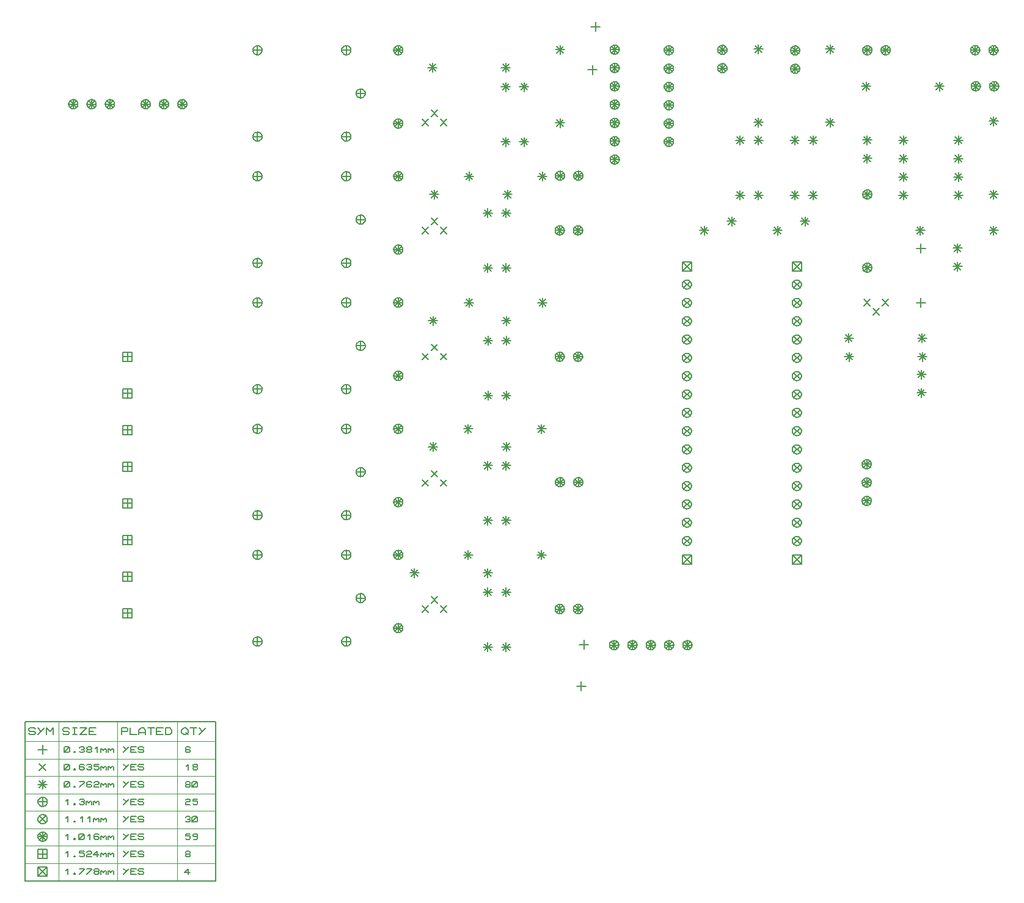
<source format=gbr>
G04 PROTEUS RS274X GERBER FILE*
%FSLAX45Y45*%
%MOMM*%
G01*
%ADD27C,0.203200*%
%ADD28C,0.127000*%
%ADD29C,0.063500*%
D27*
X+2500000Y+3063500D02*
X+2500000Y+2936500D01*
X+2436500Y+3000000D02*
X+2563500Y+3000000D01*
X+2500000Y+2313500D02*
X+2500000Y+2186500D01*
X+2436500Y+2250000D02*
X+2563500Y+2250000D01*
X-2169929Y-2429462D02*
X-2169929Y-2556462D01*
X-2233429Y-2492962D02*
X-2106429Y-2492962D01*
X-2205207Y-3005666D02*
X-2205207Y-3132666D01*
X-2268707Y-3069166D02*
X-2141707Y-3069166D01*
X-2007117Y+6139554D02*
X-2007117Y+6012554D01*
X-2070617Y+6076054D02*
X-1943617Y+6076054D01*
X-2049333Y+5541493D02*
X-2049333Y+5414493D01*
X-2112833Y+5477993D02*
X-1985833Y+5477993D01*
X-678500Y+2500000D02*
X-678717Y+2505247D01*
X-680482Y+2515742D01*
X-684174Y+2526237D01*
X-690202Y+2536732D01*
X-699424Y+2547112D01*
X-709919Y+2554800D01*
X-720414Y+2559718D01*
X-730909Y+2562524D01*
X-741404Y+2563497D01*
X-742000Y+2563500D01*
X-805500Y+2500000D02*
X-805283Y+2505247D01*
X-803518Y+2515742D01*
X-799826Y+2526237D01*
X-793798Y+2536732D01*
X-784576Y+2547112D01*
X-774081Y+2554800D01*
X-763586Y+2559718D01*
X-753091Y+2562524D01*
X-742596Y+2563497D01*
X-742000Y+2563500D01*
X-805500Y+2500000D02*
X-805283Y+2494753D01*
X-803518Y+2484258D01*
X-799826Y+2473763D01*
X-793798Y+2463268D01*
X-784576Y+2452888D01*
X-774081Y+2445200D01*
X-763586Y+2440282D01*
X-753091Y+2437476D01*
X-742596Y+2436503D01*
X-742000Y+2436500D01*
X-678500Y+2500000D02*
X-678717Y+2494753D01*
X-680482Y+2484258D01*
X-684174Y+2473763D01*
X-690202Y+2463268D01*
X-699424Y+2452888D01*
X-709919Y+2445200D01*
X-720414Y+2440282D01*
X-730909Y+2437476D01*
X-741404Y+2436503D01*
X-742000Y+2436500D01*
X-786901Y+2544901D02*
X-697099Y+2455099D01*
X-786901Y+2455099D02*
X-697099Y+2544901D01*
X-678500Y+2246000D02*
X-678717Y+2251247D01*
X-680482Y+2261742D01*
X-684174Y+2272237D01*
X-690202Y+2282732D01*
X-699424Y+2293112D01*
X-709919Y+2300800D01*
X-720414Y+2305718D01*
X-730909Y+2308524D01*
X-741404Y+2309497D01*
X-742000Y+2309500D01*
X-805500Y+2246000D02*
X-805283Y+2251247D01*
X-803518Y+2261742D01*
X-799826Y+2272237D01*
X-793798Y+2282732D01*
X-784576Y+2293112D01*
X-774081Y+2300800D01*
X-763586Y+2305718D01*
X-753091Y+2308524D01*
X-742596Y+2309497D01*
X-742000Y+2309500D01*
X-805500Y+2246000D02*
X-805283Y+2240753D01*
X-803518Y+2230258D01*
X-799826Y+2219763D01*
X-793798Y+2209268D01*
X-784576Y+2198888D01*
X-774081Y+2191200D01*
X-763586Y+2186282D01*
X-753091Y+2183476D01*
X-742596Y+2182503D01*
X-742000Y+2182500D01*
X-678500Y+2246000D02*
X-678717Y+2240753D01*
X-680482Y+2230258D01*
X-684174Y+2219763D01*
X-690202Y+2209268D01*
X-699424Y+2198888D01*
X-709919Y+2191200D01*
X-720414Y+2186282D01*
X-730909Y+2183476D01*
X-741404Y+2182503D01*
X-742000Y+2182500D01*
X-786901Y+2290901D02*
X-697099Y+2201099D01*
X-786901Y+2201099D02*
X-697099Y+2290901D01*
X-678500Y+1992000D02*
X-678717Y+1997247D01*
X-680482Y+2007742D01*
X-684174Y+2018237D01*
X-690202Y+2028732D01*
X-699424Y+2039112D01*
X-709919Y+2046800D01*
X-720414Y+2051718D01*
X-730909Y+2054524D01*
X-741404Y+2055497D01*
X-742000Y+2055500D01*
X-805500Y+1992000D02*
X-805283Y+1997247D01*
X-803518Y+2007742D01*
X-799826Y+2018237D01*
X-793798Y+2028732D01*
X-784576Y+2039112D01*
X-774081Y+2046800D01*
X-763586Y+2051718D01*
X-753091Y+2054524D01*
X-742596Y+2055497D01*
X-742000Y+2055500D01*
X-805500Y+1992000D02*
X-805283Y+1986753D01*
X-803518Y+1976258D01*
X-799826Y+1965763D01*
X-793798Y+1955268D01*
X-784576Y+1944888D01*
X-774081Y+1937200D01*
X-763586Y+1932282D01*
X-753091Y+1929476D01*
X-742596Y+1928503D01*
X-742000Y+1928500D01*
X-678500Y+1992000D02*
X-678717Y+1986753D01*
X-680482Y+1976258D01*
X-684174Y+1965763D01*
X-690202Y+1955268D01*
X-699424Y+1944888D01*
X-709919Y+1937200D01*
X-720414Y+1932282D01*
X-730909Y+1929476D01*
X-741404Y+1928503D01*
X-742000Y+1928500D01*
X-786901Y+2036901D02*
X-697099Y+1947099D01*
X-786901Y+1947099D02*
X-697099Y+2036901D01*
X-678500Y+1738000D02*
X-678717Y+1743247D01*
X-680482Y+1753742D01*
X-684174Y+1764237D01*
X-690202Y+1774732D01*
X-699424Y+1785112D01*
X-709919Y+1792800D01*
X-720414Y+1797718D01*
X-730909Y+1800524D01*
X-741404Y+1801497D01*
X-742000Y+1801500D01*
X-805500Y+1738000D02*
X-805283Y+1743247D01*
X-803518Y+1753742D01*
X-799826Y+1764237D01*
X-793798Y+1774732D01*
X-784576Y+1785112D01*
X-774081Y+1792800D01*
X-763586Y+1797718D01*
X-753091Y+1800524D01*
X-742596Y+1801497D01*
X-742000Y+1801500D01*
X-805500Y+1738000D02*
X-805283Y+1732753D01*
X-803518Y+1722258D01*
X-799826Y+1711763D01*
X-793798Y+1701268D01*
X-784576Y+1690888D01*
X-774081Y+1683200D01*
X-763586Y+1678282D01*
X-753091Y+1675476D01*
X-742596Y+1674503D01*
X-742000Y+1674500D01*
X-678500Y+1738000D02*
X-678717Y+1732753D01*
X-680482Y+1722258D01*
X-684174Y+1711763D01*
X-690202Y+1701268D01*
X-699424Y+1690888D01*
X-709919Y+1683200D01*
X-720414Y+1678282D01*
X-730909Y+1675476D01*
X-741404Y+1674503D01*
X-742000Y+1674500D01*
X-786901Y+1782901D02*
X-697099Y+1693099D01*
X-786901Y+1693099D02*
X-697099Y+1782901D01*
X-678500Y+1484000D02*
X-678717Y+1489247D01*
X-680482Y+1499742D01*
X-684174Y+1510237D01*
X-690202Y+1520732D01*
X-699424Y+1531112D01*
X-709919Y+1538800D01*
X-720414Y+1543718D01*
X-730909Y+1546524D01*
X-741404Y+1547497D01*
X-742000Y+1547500D01*
X-805500Y+1484000D02*
X-805283Y+1489247D01*
X-803518Y+1499742D01*
X-799826Y+1510237D01*
X-793798Y+1520732D01*
X-784576Y+1531112D01*
X-774081Y+1538800D01*
X-763586Y+1543718D01*
X-753091Y+1546524D01*
X-742596Y+1547497D01*
X-742000Y+1547500D01*
X-805500Y+1484000D02*
X-805283Y+1478753D01*
X-803518Y+1468258D01*
X-799826Y+1457763D01*
X-793798Y+1447268D01*
X-784576Y+1436888D01*
X-774081Y+1429200D01*
X-763586Y+1424282D01*
X-753091Y+1421476D01*
X-742596Y+1420503D01*
X-742000Y+1420500D01*
X-678500Y+1484000D02*
X-678717Y+1478753D01*
X-680482Y+1468258D01*
X-684174Y+1457763D01*
X-690202Y+1447268D01*
X-699424Y+1436888D01*
X-709919Y+1429200D01*
X-720414Y+1424282D01*
X-730909Y+1421476D01*
X-741404Y+1420503D01*
X-742000Y+1420500D01*
X-786901Y+1528901D02*
X-697099Y+1439099D01*
X-786901Y+1439099D02*
X-697099Y+1528901D01*
X-678500Y+1230000D02*
X-678717Y+1235247D01*
X-680482Y+1245742D01*
X-684174Y+1256237D01*
X-690202Y+1266732D01*
X-699424Y+1277112D01*
X-709919Y+1284800D01*
X-720414Y+1289718D01*
X-730909Y+1292524D01*
X-741404Y+1293497D01*
X-742000Y+1293500D01*
X-805500Y+1230000D02*
X-805283Y+1235247D01*
X-803518Y+1245742D01*
X-799826Y+1256237D01*
X-793798Y+1266732D01*
X-784576Y+1277112D01*
X-774081Y+1284800D01*
X-763586Y+1289718D01*
X-753091Y+1292524D01*
X-742596Y+1293497D01*
X-742000Y+1293500D01*
X-805500Y+1230000D02*
X-805283Y+1224753D01*
X-803518Y+1214258D01*
X-799826Y+1203763D01*
X-793798Y+1193268D01*
X-784576Y+1182888D01*
X-774081Y+1175200D01*
X-763586Y+1170282D01*
X-753091Y+1167476D01*
X-742596Y+1166503D01*
X-742000Y+1166500D01*
X-678500Y+1230000D02*
X-678717Y+1224753D01*
X-680482Y+1214258D01*
X-684174Y+1203763D01*
X-690202Y+1193268D01*
X-699424Y+1182888D01*
X-709919Y+1175200D01*
X-720414Y+1170282D01*
X-730909Y+1167476D01*
X-741404Y+1166503D01*
X-742000Y+1166500D01*
X-786901Y+1274901D02*
X-697099Y+1185099D01*
X-786901Y+1185099D02*
X-697099Y+1274901D01*
X-678500Y+976000D02*
X-678717Y+981247D01*
X-680482Y+991742D01*
X-684174Y+1002237D01*
X-690202Y+1012732D01*
X-699424Y+1023112D01*
X-709919Y+1030800D01*
X-720414Y+1035718D01*
X-730909Y+1038524D01*
X-741404Y+1039497D01*
X-742000Y+1039500D01*
X-805500Y+976000D02*
X-805283Y+981247D01*
X-803518Y+991742D01*
X-799826Y+1002237D01*
X-793798Y+1012732D01*
X-784576Y+1023112D01*
X-774081Y+1030800D01*
X-763586Y+1035718D01*
X-753091Y+1038524D01*
X-742596Y+1039497D01*
X-742000Y+1039500D01*
X-805500Y+976000D02*
X-805283Y+970753D01*
X-803518Y+960258D01*
X-799826Y+949763D01*
X-793798Y+939268D01*
X-784576Y+928888D01*
X-774081Y+921200D01*
X-763586Y+916282D01*
X-753091Y+913476D01*
X-742596Y+912503D01*
X-742000Y+912500D01*
X-678500Y+976000D02*
X-678717Y+970753D01*
X-680482Y+960258D01*
X-684174Y+949763D01*
X-690202Y+939268D01*
X-699424Y+928888D01*
X-709919Y+921200D01*
X-720414Y+916282D01*
X-730909Y+913476D01*
X-741404Y+912503D01*
X-742000Y+912500D01*
X-786901Y+1020901D02*
X-697099Y+931099D01*
X-786901Y+931099D02*
X-697099Y+1020901D01*
X-678500Y+722000D02*
X-678717Y+727247D01*
X-680482Y+737742D01*
X-684174Y+748237D01*
X-690202Y+758732D01*
X-699424Y+769112D01*
X-709919Y+776800D01*
X-720414Y+781718D01*
X-730909Y+784524D01*
X-741404Y+785497D01*
X-742000Y+785500D01*
X-805500Y+722000D02*
X-805283Y+727247D01*
X-803518Y+737742D01*
X-799826Y+748237D01*
X-793798Y+758732D01*
X-784576Y+769112D01*
X-774081Y+776800D01*
X-763586Y+781718D01*
X-753091Y+784524D01*
X-742596Y+785497D01*
X-742000Y+785500D01*
X-805500Y+722000D02*
X-805283Y+716753D01*
X-803518Y+706258D01*
X-799826Y+695763D01*
X-793798Y+685268D01*
X-784576Y+674888D01*
X-774081Y+667200D01*
X-763586Y+662282D01*
X-753091Y+659476D01*
X-742596Y+658503D01*
X-742000Y+658500D01*
X-678500Y+722000D02*
X-678717Y+716753D01*
X-680482Y+706258D01*
X-684174Y+695763D01*
X-690202Y+685268D01*
X-699424Y+674888D01*
X-709919Y+667200D01*
X-720414Y+662282D01*
X-730909Y+659476D01*
X-741404Y+658503D01*
X-742000Y+658500D01*
X-786901Y+766901D02*
X-697099Y+677099D01*
X-786901Y+677099D02*
X-697099Y+766901D01*
X-678500Y+468000D02*
X-678717Y+473247D01*
X-680482Y+483742D01*
X-684174Y+494237D01*
X-690202Y+504732D01*
X-699424Y+515112D01*
X-709919Y+522800D01*
X-720414Y+527718D01*
X-730909Y+530524D01*
X-741404Y+531497D01*
X-742000Y+531500D01*
X-805500Y+468000D02*
X-805283Y+473247D01*
X-803518Y+483742D01*
X-799826Y+494237D01*
X-793798Y+504732D01*
X-784576Y+515112D01*
X-774081Y+522800D01*
X-763586Y+527718D01*
X-753091Y+530524D01*
X-742596Y+531497D01*
X-742000Y+531500D01*
X-805500Y+468000D02*
X-805283Y+462753D01*
X-803518Y+452258D01*
X-799826Y+441763D01*
X-793798Y+431268D01*
X-784576Y+420888D01*
X-774081Y+413200D01*
X-763586Y+408282D01*
X-753091Y+405476D01*
X-742596Y+404503D01*
X-742000Y+404500D01*
X-678500Y+468000D02*
X-678717Y+462753D01*
X-680482Y+452258D01*
X-684174Y+441763D01*
X-690202Y+431268D01*
X-699424Y+420888D01*
X-709919Y+413200D01*
X-720414Y+408282D01*
X-730909Y+405476D01*
X-741404Y+404503D01*
X-742000Y+404500D01*
X-786901Y+512901D02*
X-697099Y+423099D01*
X-786901Y+423099D02*
X-697099Y+512901D01*
X-678500Y+214000D02*
X-678717Y+219247D01*
X-680482Y+229742D01*
X-684174Y+240237D01*
X-690202Y+250732D01*
X-699424Y+261112D01*
X-709919Y+268800D01*
X-720414Y+273718D01*
X-730909Y+276524D01*
X-741404Y+277497D01*
X-742000Y+277500D01*
X-805500Y+214000D02*
X-805283Y+219247D01*
X-803518Y+229742D01*
X-799826Y+240237D01*
X-793798Y+250732D01*
X-784576Y+261112D01*
X-774081Y+268800D01*
X-763586Y+273718D01*
X-753091Y+276524D01*
X-742596Y+277497D01*
X-742000Y+277500D01*
X-805500Y+214000D02*
X-805283Y+208753D01*
X-803518Y+198258D01*
X-799826Y+187763D01*
X-793798Y+177268D01*
X-784576Y+166888D01*
X-774081Y+159200D01*
X-763586Y+154282D01*
X-753091Y+151476D01*
X-742596Y+150503D01*
X-742000Y+150500D01*
X-678500Y+214000D02*
X-678717Y+208753D01*
X-680482Y+198258D01*
X-684174Y+187763D01*
X-690202Y+177268D01*
X-699424Y+166888D01*
X-709919Y+159200D01*
X-720414Y+154282D01*
X-730909Y+151476D01*
X-741404Y+150503D01*
X-742000Y+150500D01*
X-786901Y+258901D02*
X-697099Y+169099D01*
X-786901Y+169099D02*
X-697099Y+258901D01*
X-678500Y-40000D02*
X-678717Y-34753D01*
X-680482Y-24258D01*
X-684174Y-13763D01*
X-690202Y-3268D01*
X-699424Y+7112D01*
X-709919Y+14800D01*
X-720414Y+19718D01*
X-730909Y+22524D01*
X-741404Y+23497D01*
X-742000Y+23500D01*
X-805500Y-40000D02*
X-805283Y-34753D01*
X-803518Y-24258D01*
X-799826Y-13763D01*
X-793798Y-3268D01*
X-784576Y+7112D01*
X-774081Y+14800D01*
X-763586Y+19718D01*
X-753091Y+22524D01*
X-742596Y+23497D01*
X-742000Y+23500D01*
X-805500Y-40000D02*
X-805283Y-45247D01*
X-803518Y-55742D01*
X-799826Y-66237D01*
X-793798Y-76732D01*
X-784576Y-87112D01*
X-774081Y-94800D01*
X-763586Y-99718D01*
X-753091Y-102524D01*
X-742596Y-103497D01*
X-742000Y-103500D01*
X-678500Y-40000D02*
X-678717Y-45247D01*
X-680482Y-55742D01*
X-684174Y-66237D01*
X-690202Y-76732D01*
X-699424Y-87112D01*
X-709919Y-94800D01*
X-720414Y-99718D01*
X-730909Y-102524D01*
X-741404Y-103497D01*
X-742000Y-103500D01*
X-786901Y+4901D02*
X-697099Y-84901D01*
X-786901Y-84901D02*
X-697099Y+4901D01*
X-678500Y-294000D02*
X-678717Y-288753D01*
X-680482Y-278258D01*
X-684174Y-267763D01*
X-690202Y-257268D01*
X-699424Y-246888D01*
X-709919Y-239200D01*
X-720414Y-234282D01*
X-730909Y-231476D01*
X-741404Y-230503D01*
X-742000Y-230500D01*
X-805500Y-294000D02*
X-805283Y-288753D01*
X-803518Y-278258D01*
X-799826Y-267763D01*
X-793798Y-257268D01*
X-784576Y-246888D01*
X-774081Y-239200D01*
X-763586Y-234282D01*
X-753091Y-231476D01*
X-742596Y-230503D01*
X-742000Y-230500D01*
X-805500Y-294000D02*
X-805283Y-299247D01*
X-803518Y-309742D01*
X-799826Y-320237D01*
X-793798Y-330732D01*
X-784576Y-341112D01*
X-774081Y-348800D01*
X-763586Y-353718D01*
X-753091Y-356524D01*
X-742596Y-357497D01*
X-742000Y-357500D01*
X-678500Y-294000D02*
X-678717Y-299247D01*
X-680482Y-309742D01*
X-684174Y-320237D01*
X-690202Y-330732D01*
X-699424Y-341112D01*
X-709919Y-348800D01*
X-720414Y-353718D01*
X-730909Y-356524D01*
X-741404Y-357497D01*
X-742000Y-357500D01*
X-786901Y-249099D02*
X-697099Y-338901D01*
X-786901Y-338901D02*
X-697099Y-249099D01*
X-678500Y-548000D02*
X-678717Y-542753D01*
X-680482Y-532258D01*
X-684174Y-521763D01*
X-690202Y-511268D01*
X-699424Y-500888D01*
X-709919Y-493200D01*
X-720414Y-488282D01*
X-730909Y-485476D01*
X-741404Y-484503D01*
X-742000Y-484500D01*
X-805500Y-548000D02*
X-805283Y-542753D01*
X-803518Y-532258D01*
X-799826Y-521763D01*
X-793798Y-511268D01*
X-784576Y-500888D01*
X-774081Y-493200D01*
X-763586Y-488282D01*
X-753091Y-485476D01*
X-742596Y-484503D01*
X-742000Y-484500D01*
X-805500Y-548000D02*
X-805283Y-553247D01*
X-803518Y-563742D01*
X-799826Y-574237D01*
X-793798Y-584732D01*
X-784576Y-595112D01*
X-774081Y-602800D01*
X-763586Y-607718D01*
X-753091Y-610524D01*
X-742596Y-611497D01*
X-742000Y-611500D01*
X-678500Y-548000D02*
X-678717Y-553247D01*
X-680482Y-563742D01*
X-684174Y-574237D01*
X-690202Y-584732D01*
X-699424Y-595112D01*
X-709919Y-602800D01*
X-720414Y-607718D01*
X-730909Y-610524D01*
X-741404Y-611497D01*
X-742000Y-611500D01*
X-786901Y-503099D02*
X-697099Y-592901D01*
X-786901Y-592901D02*
X-697099Y-503099D01*
X-678500Y-802000D02*
X-678717Y-796753D01*
X-680482Y-786258D01*
X-684174Y-775763D01*
X-690202Y-765268D01*
X-699424Y-754888D01*
X-709919Y-747200D01*
X-720414Y-742282D01*
X-730909Y-739476D01*
X-741404Y-738503D01*
X-742000Y-738500D01*
X-805500Y-802000D02*
X-805283Y-796753D01*
X-803518Y-786258D01*
X-799826Y-775763D01*
X-793798Y-765268D01*
X-784576Y-754888D01*
X-774081Y-747200D01*
X-763586Y-742282D01*
X-753091Y-739476D01*
X-742596Y-738503D01*
X-742000Y-738500D01*
X-805500Y-802000D02*
X-805283Y-807247D01*
X-803518Y-817742D01*
X-799826Y-828237D01*
X-793798Y-838732D01*
X-784576Y-849112D01*
X-774081Y-856800D01*
X-763586Y-861718D01*
X-753091Y-864524D01*
X-742596Y-865497D01*
X-742000Y-865500D01*
X-678500Y-802000D02*
X-678717Y-807247D01*
X-680482Y-817742D01*
X-684174Y-828237D01*
X-690202Y-838732D01*
X-699424Y-849112D01*
X-709919Y-856800D01*
X-720414Y-861718D01*
X-730909Y-864524D01*
X-741404Y-865497D01*
X-742000Y-865500D01*
X-786901Y-757099D02*
X-697099Y-846901D01*
X-786901Y-846901D02*
X-697099Y-757099D01*
X-678500Y-1056000D02*
X-678717Y-1050753D01*
X-680482Y-1040258D01*
X-684174Y-1029763D01*
X-690202Y-1019268D01*
X-699424Y-1008888D01*
X-709919Y-1001200D01*
X-720414Y-996282D01*
X-730909Y-993476D01*
X-741404Y-992503D01*
X-742000Y-992500D01*
X-805500Y-1056000D02*
X-805283Y-1050753D01*
X-803518Y-1040258D01*
X-799826Y-1029763D01*
X-793798Y-1019268D01*
X-784576Y-1008888D01*
X-774081Y-1001200D01*
X-763586Y-996282D01*
X-753091Y-993476D01*
X-742596Y-992503D01*
X-742000Y-992500D01*
X-805500Y-1056000D02*
X-805283Y-1061247D01*
X-803518Y-1071742D01*
X-799826Y-1082237D01*
X-793798Y-1092732D01*
X-784576Y-1103112D01*
X-774081Y-1110800D01*
X-763586Y-1115718D01*
X-753091Y-1118524D01*
X-742596Y-1119497D01*
X-742000Y-1119500D01*
X-678500Y-1056000D02*
X-678717Y-1061247D01*
X-680482Y-1071742D01*
X-684174Y-1082237D01*
X-690202Y-1092732D01*
X-699424Y-1103112D01*
X-709919Y-1110800D01*
X-720414Y-1115718D01*
X-730909Y-1118524D01*
X-741404Y-1119497D01*
X-742000Y-1119500D01*
X-786901Y-1011099D02*
X-697099Y-1100901D01*
X-786901Y-1100901D02*
X-697099Y-1011099D01*
X+845500Y+2500000D02*
X+845283Y+2505247D01*
X+843518Y+2515742D01*
X+839826Y+2526237D01*
X+833798Y+2536732D01*
X+824576Y+2547112D01*
X+814081Y+2554800D01*
X+803586Y+2559718D01*
X+793091Y+2562524D01*
X+782596Y+2563497D01*
X+782000Y+2563500D01*
X+718500Y+2500000D02*
X+718717Y+2505247D01*
X+720482Y+2515742D01*
X+724174Y+2526237D01*
X+730202Y+2536732D01*
X+739424Y+2547112D01*
X+749919Y+2554800D01*
X+760414Y+2559718D01*
X+770909Y+2562524D01*
X+781404Y+2563497D01*
X+782000Y+2563500D01*
X+718500Y+2500000D02*
X+718717Y+2494753D01*
X+720482Y+2484258D01*
X+724174Y+2473763D01*
X+730202Y+2463268D01*
X+739424Y+2452888D01*
X+749919Y+2445200D01*
X+760414Y+2440282D01*
X+770909Y+2437476D01*
X+781404Y+2436503D01*
X+782000Y+2436500D01*
X+845500Y+2500000D02*
X+845283Y+2494753D01*
X+843518Y+2484258D01*
X+839826Y+2473763D01*
X+833798Y+2463268D01*
X+824576Y+2452888D01*
X+814081Y+2445200D01*
X+803586Y+2440282D01*
X+793091Y+2437476D01*
X+782596Y+2436503D01*
X+782000Y+2436500D01*
X+737099Y+2544901D02*
X+826901Y+2455099D01*
X+737099Y+2455099D02*
X+826901Y+2544901D01*
X+845500Y+2246000D02*
X+845283Y+2251247D01*
X+843518Y+2261742D01*
X+839826Y+2272237D01*
X+833798Y+2282732D01*
X+824576Y+2293112D01*
X+814081Y+2300800D01*
X+803586Y+2305718D01*
X+793091Y+2308524D01*
X+782596Y+2309497D01*
X+782000Y+2309500D01*
X+718500Y+2246000D02*
X+718717Y+2251247D01*
X+720482Y+2261742D01*
X+724174Y+2272237D01*
X+730202Y+2282732D01*
X+739424Y+2293112D01*
X+749919Y+2300800D01*
X+760414Y+2305718D01*
X+770909Y+2308524D01*
X+781404Y+2309497D01*
X+782000Y+2309500D01*
X+718500Y+2246000D02*
X+718717Y+2240753D01*
X+720482Y+2230258D01*
X+724174Y+2219763D01*
X+730202Y+2209268D01*
X+739424Y+2198888D01*
X+749919Y+2191200D01*
X+760414Y+2186282D01*
X+770909Y+2183476D01*
X+781404Y+2182503D01*
X+782000Y+2182500D01*
X+845500Y+2246000D02*
X+845283Y+2240753D01*
X+843518Y+2230258D01*
X+839826Y+2219763D01*
X+833798Y+2209268D01*
X+824576Y+2198888D01*
X+814081Y+2191200D01*
X+803586Y+2186282D01*
X+793091Y+2183476D01*
X+782596Y+2182503D01*
X+782000Y+2182500D01*
X+737099Y+2290901D02*
X+826901Y+2201099D01*
X+737099Y+2201099D02*
X+826901Y+2290901D01*
X+845500Y+1992000D02*
X+845283Y+1997247D01*
X+843518Y+2007742D01*
X+839826Y+2018237D01*
X+833798Y+2028732D01*
X+824576Y+2039112D01*
X+814081Y+2046800D01*
X+803586Y+2051718D01*
X+793091Y+2054524D01*
X+782596Y+2055497D01*
X+782000Y+2055500D01*
X+718500Y+1992000D02*
X+718717Y+1997247D01*
X+720482Y+2007742D01*
X+724174Y+2018237D01*
X+730202Y+2028732D01*
X+739424Y+2039112D01*
X+749919Y+2046800D01*
X+760414Y+2051718D01*
X+770909Y+2054524D01*
X+781404Y+2055497D01*
X+782000Y+2055500D01*
X+718500Y+1992000D02*
X+718717Y+1986753D01*
X+720482Y+1976258D01*
X+724174Y+1965763D01*
X+730202Y+1955268D01*
X+739424Y+1944888D01*
X+749919Y+1937200D01*
X+760414Y+1932282D01*
X+770909Y+1929476D01*
X+781404Y+1928503D01*
X+782000Y+1928500D01*
X+845500Y+1992000D02*
X+845283Y+1986753D01*
X+843518Y+1976258D01*
X+839826Y+1965763D01*
X+833798Y+1955268D01*
X+824576Y+1944888D01*
X+814081Y+1937200D01*
X+803586Y+1932282D01*
X+793091Y+1929476D01*
X+782596Y+1928503D01*
X+782000Y+1928500D01*
X+737099Y+2036901D02*
X+826901Y+1947099D01*
X+737099Y+1947099D02*
X+826901Y+2036901D01*
X+845500Y+1738000D02*
X+845283Y+1743247D01*
X+843518Y+1753742D01*
X+839826Y+1764237D01*
X+833798Y+1774732D01*
X+824576Y+1785112D01*
X+814081Y+1792800D01*
X+803586Y+1797718D01*
X+793091Y+1800524D01*
X+782596Y+1801497D01*
X+782000Y+1801500D01*
X+718500Y+1738000D02*
X+718717Y+1743247D01*
X+720482Y+1753742D01*
X+724174Y+1764237D01*
X+730202Y+1774732D01*
X+739424Y+1785112D01*
X+749919Y+1792800D01*
X+760414Y+1797718D01*
X+770909Y+1800524D01*
X+781404Y+1801497D01*
X+782000Y+1801500D01*
X+718500Y+1738000D02*
X+718717Y+1732753D01*
X+720482Y+1722258D01*
X+724174Y+1711763D01*
X+730202Y+1701268D01*
X+739424Y+1690888D01*
X+749919Y+1683200D01*
X+760414Y+1678282D01*
X+770909Y+1675476D01*
X+781404Y+1674503D01*
X+782000Y+1674500D01*
X+845500Y+1738000D02*
X+845283Y+1732753D01*
X+843518Y+1722258D01*
X+839826Y+1711763D01*
X+833798Y+1701268D01*
X+824576Y+1690888D01*
X+814081Y+1683200D01*
X+803586Y+1678282D01*
X+793091Y+1675476D01*
X+782596Y+1674503D01*
X+782000Y+1674500D01*
X+737099Y+1782901D02*
X+826901Y+1693099D01*
X+737099Y+1693099D02*
X+826901Y+1782901D01*
X+845500Y+1484000D02*
X+845283Y+1489247D01*
X+843518Y+1499742D01*
X+839826Y+1510237D01*
X+833798Y+1520732D01*
X+824576Y+1531112D01*
X+814081Y+1538800D01*
X+803586Y+1543718D01*
X+793091Y+1546524D01*
X+782596Y+1547497D01*
X+782000Y+1547500D01*
X+718500Y+1484000D02*
X+718717Y+1489247D01*
X+720482Y+1499742D01*
X+724174Y+1510237D01*
X+730202Y+1520732D01*
X+739424Y+1531112D01*
X+749919Y+1538800D01*
X+760414Y+1543718D01*
X+770909Y+1546524D01*
X+781404Y+1547497D01*
X+782000Y+1547500D01*
X+718500Y+1484000D02*
X+718717Y+1478753D01*
X+720482Y+1468258D01*
X+724174Y+1457763D01*
X+730202Y+1447268D01*
X+739424Y+1436888D01*
X+749919Y+1429200D01*
X+760414Y+1424282D01*
X+770909Y+1421476D01*
X+781404Y+1420503D01*
X+782000Y+1420500D01*
X+845500Y+1484000D02*
X+845283Y+1478753D01*
X+843518Y+1468258D01*
X+839826Y+1457763D01*
X+833798Y+1447268D01*
X+824576Y+1436888D01*
X+814081Y+1429200D01*
X+803586Y+1424282D01*
X+793091Y+1421476D01*
X+782596Y+1420503D01*
X+782000Y+1420500D01*
X+737099Y+1528901D02*
X+826901Y+1439099D01*
X+737099Y+1439099D02*
X+826901Y+1528901D01*
X+845500Y+1230000D02*
X+845283Y+1235247D01*
X+843518Y+1245742D01*
X+839826Y+1256237D01*
X+833798Y+1266732D01*
X+824576Y+1277112D01*
X+814081Y+1284800D01*
X+803586Y+1289718D01*
X+793091Y+1292524D01*
X+782596Y+1293497D01*
X+782000Y+1293500D01*
X+718500Y+1230000D02*
X+718717Y+1235247D01*
X+720482Y+1245742D01*
X+724174Y+1256237D01*
X+730202Y+1266732D01*
X+739424Y+1277112D01*
X+749919Y+1284800D01*
X+760414Y+1289718D01*
X+770909Y+1292524D01*
X+781404Y+1293497D01*
X+782000Y+1293500D01*
X+718500Y+1230000D02*
X+718717Y+1224753D01*
X+720482Y+1214258D01*
X+724174Y+1203763D01*
X+730202Y+1193268D01*
X+739424Y+1182888D01*
X+749919Y+1175200D01*
X+760414Y+1170282D01*
X+770909Y+1167476D01*
X+781404Y+1166503D01*
X+782000Y+1166500D01*
X+845500Y+1230000D02*
X+845283Y+1224753D01*
X+843518Y+1214258D01*
X+839826Y+1203763D01*
X+833798Y+1193268D01*
X+824576Y+1182888D01*
X+814081Y+1175200D01*
X+803586Y+1170282D01*
X+793091Y+1167476D01*
X+782596Y+1166503D01*
X+782000Y+1166500D01*
X+737099Y+1274901D02*
X+826901Y+1185099D01*
X+737099Y+1185099D02*
X+826901Y+1274901D01*
X+845500Y+976000D02*
X+845283Y+981247D01*
X+843518Y+991742D01*
X+839826Y+1002237D01*
X+833798Y+1012732D01*
X+824576Y+1023112D01*
X+814081Y+1030800D01*
X+803586Y+1035718D01*
X+793091Y+1038524D01*
X+782596Y+1039497D01*
X+782000Y+1039500D01*
X+718500Y+976000D02*
X+718717Y+981247D01*
X+720482Y+991742D01*
X+724174Y+1002237D01*
X+730202Y+1012732D01*
X+739424Y+1023112D01*
X+749919Y+1030800D01*
X+760414Y+1035718D01*
X+770909Y+1038524D01*
X+781404Y+1039497D01*
X+782000Y+1039500D01*
X+718500Y+976000D02*
X+718717Y+970753D01*
X+720482Y+960258D01*
X+724174Y+949763D01*
X+730202Y+939268D01*
X+739424Y+928888D01*
X+749919Y+921200D01*
X+760414Y+916282D01*
X+770909Y+913476D01*
X+781404Y+912503D01*
X+782000Y+912500D01*
X+845500Y+976000D02*
X+845283Y+970753D01*
X+843518Y+960258D01*
X+839826Y+949763D01*
X+833798Y+939268D01*
X+824576Y+928888D01*
X+814081Y+921200D01*
X+803586Y+916282D01*
X+793091Y+913476D01*
X+782596Y+912503D01*
X+782000Y+912500D01*
X+737099Y+1020901D02*
X+826901Y+931099D01*
X+737099Y+931099D02*
X+826901Y+1020901D01*
X+845500Y+722000D02*
X+845283Y+727247D01*
X+843518Y+737742D01*
X+839826Y+748237D01*
X+833798Y+758732D01*
X+824576Y+769112D01*
X+814081Y+776800D01*
X+803586Y+781718D01*
X+793091Y+784524D01*
X+782596Y+785497D01*
X+782000Y+785500D01*
X+718500Y+722000D02*
X+718717Y+727247D01*
X+720482Y+737742D01*
X+724174Y+748237D01*
X+730202Y+758732D01*
X+739424Y+769112D01*
X+749919Y+776800D01*
X+760414Y+781718D01*
X+770909Y+784524D01*
X+781404Y+785497D01*
X+782000Y+785500D01*
X+718500Y+722000D02*
X+718717Y+716753D01*
X+720482Y+706258D01*
X+724174Y+695763D01*
X+730202Y+685268D01*
X+739424Y+674888D01*
X+749919Y+667200D01*
X+760414Y+662282D01*
X+770909Y+659476D01*
X+781404Y+658503D01*
X+782000Y+658500D01*
X+845500Y+722000D02*
X+845283Y+716753D01*
X+843518Y+706258D01*
X+839826Y+695763D01*
X+833798Y+685268D01*
X+824576Y+674888D01*
X+814081Y+667200D01*
X+803586Y+662282D01*
X+793091Y+659476D01*
X+782596Y+658503D01*
X+782000Y+658500D01*
X+737099Y+766901D02*
X+826901Y+677099D01*
X+737099Y+677099D02*
X+826901Y+766901D01*
X+845500Y+468000D02*
X+845283Y+473247D01*
X+843518Y+483742D01*
X+839826Y+494237D01*
X+833798Y+504732D01*
X+824576Y+515112D01*
X+814081Y+522800D01*
X+803586Y+527718D01*
X+793091Y+530524D01*
X+782596Y+531497D01*
X+782000Y+531500D01*
X+718500Y+468000D02*
X+718717Y+473247D01*
X+720482Y+483742D01*
X+724174Y+494237D01*
X+730202Y+504732D01*
X+739424Y+515112D01*
X+749919Y+522800D01*
X+760414Y+527718D01*
X+770909Y+530524D01*
X+781404Y+531497D01*
X+782000Y+531500D01*
X+718500Y+468000D02*
X+718717Y+462753D01*
X+720482Y+452258D01*
X+724174Y+441763D01*
X+730202Y+431268D01*
X+739424Y+420888D01*
X+749919Y+413200D01*
X+760414Y+408282D01*
X+770909Y+405476D01*
X+781404Y+404503D01*
X+782000Y+404500D01*
X+845500Y+468000D02*
X+845283Y+462753D01*
X+843518Y+452258D01*
X+839826Y+441763D01*
X+833798Y+431268D01*
X+824576Y+420888D01*
X+814081Y+413200D01*
X+803586Y+408282D01*
X+793091Y+405476D01*
X+782596Y+404503D01*
X+782000Y+404500D01*
X+737099Y+512901D02*
X+826901Y+423099D01*
X+737099Y+423099D02*
X+826901Y+512901D01*
X+845500Y+214000D02*
X+845283Y+219247D01*
X+843518Y+229742D01*
X+839826Y+240237D01*
X+833798Y+250732D01*
X+824576Y+261112D01*
X+814081Y+268800D01*
X+803586Y+273718D01*
X+793091Y+276524D01*
X+782596Y+277497D01*
X+782000Y+277500D01*
X+718500Y+214000D02*
X+718717Y+219247D01*
X+720482Y+229742D01*
X+724174Y+240237D01*
X+730202Y+250732D01*
X+739424Y+261112D01*
X+749919Y+268800D01*
X+760414Y+273718D01*
X+770909Y+276524D01*
X+781404Y+277497D01*
X+782000Y+277500D01*
X+718500Y+214000D02*
X+718717Y+208753D01*
X+720482Y+198258D01*
X+724174Y+187763D01*
X+730202Y+177268D01*
X+739424Y+166888D01*
X+749919Y+159200D01*
X+760414Y+154282D01*
X+770909Y+151476D01*
X+781404Y+150503D01*
X+782000Y+150500D01*
X+845500Y+214000D02*
X+845283Y+208753D01*
X+843518Y+198258D01*
X+839826Y+187763D01*
X+833798Y+177268D01*
X+824576Y+166888D01*
X+814081Y+159200D01*
X+803586Y+154282D01*
X+793091Y+151476D01*
X+782596Y+150503D01*
X+782000Y+150500D01*
X+737099Y+258901D02*
X+826901Y+169099D01*
X+737099Y+169099D02*
X+826901Y+258901D01*
X+845500Y-40000D02*
X+845283Y-34753D01*
X+843518Y-24258D01*
X+839826Y-13763D01*
X+833798Y-3268D01*
X+824576Y+7112D01*
X+814081Y+14800D01*
X+803586Y+19718D01*
X+793091Y+22524D01*
X+782596Y+23497D01*
X+782000Y+23500D01*
X+718500Y-40000D02*
X+718717Y-34753D01*
X+720482Y-24258D01*
X+724174Y-13763D01*
X+730202Y-3268D01*
X+739424Y+7112D01*
X+749919Y+14800D01*
X+760414Y+19718D01*
X+770909Y+22524D01*
X+781404Y+23497D01*
X+782000Y+23500D01*
X+718500Y-40000D02*
X+718717Y-45247D01*
X+720482Y-55742D01*
X+724174Y-66237D01*
X+730202Y-76732D01*
X+739424Y-87112D01*
X+749919Y-94800D01*
X+760414Y-99718D01*
X+770909Y-102524D01*
X+781404Y-103497D01*
X+782000Y-103500D01*
X+845500Y-40000D02*
X+845283Y-45247D01*
X+843518Y-55742D01*
X+839826Y-66237D01*
X+833798Y-76732D01*
X+824576Y-87112D01*
X+814081Y-94800D01*
X+803586Y-99718D01*
X+793091Y-102524D01*
X+782596Y-103497D01*
X+782000Y-103500D01*
X+737099Y+4901D02*
X+826901Y-84901D01*
X+737099Y-84901D02*
X+826901Y+4901D01*
X+845500Y-294000D02*
X+845283Y-288753D01*
X+843518Y-278258D01*
X+839826Y-267763D01*
X+833798Y-257268D01*
X+824576Y-246888D01*
X+814081Y-239200D01*
X+803586Y-234282D01*
X+793091Y-231476D01*
X+782596Y-230503D01*
X+782000Y-230500D01*
X+718500Y-294000D02*
X+718717Y-288753D01*
X+720482Y-278258D01*
X+724174Y-267763D01*
X+730202Y-257268D01*
X+739424Y-246888D01*
X+749919Y-239200D01*
X+760414Y-234282D01*
X+770909Y-231476D01*
X+781404Y-230503D01*
X+782000Y-230500D01*
X+718500Y-294000D02*
X+718717Y-299247D01*
X+720482Y-309742D01*
X+724174Y-320237D01*
X+730202Y-330732D01*
X+739424Y-341112D01*
X+749919Y-348800D01*
X+760414Y-353718D01*
X+770909Y-356524D01*
X+781404Y-357497D01*
X+782000Y-357500D01*
X+845500Y-294000D02*
X+845283Y-299247D01*
X+843518Y-309742D01*
X+839826Y-320237D01*
X+833798Y-330732D01*
X+824576Y-341112D01*
X+814081Y-348800D01*
X+803586Y-353718D01*
X+793091Y-356524D01*
X+782596Y-357497D01*
X+782000Y-357500D01*
X+737099Y-249099D02*
X+826901Y-338901D01*
X+737099Y-338901D02*
X+826901Y-249099D01*
X+845500Y-548000D02*
X+845283Y-542753D01*
X+843518Y-532258D01*
X+839826Y-521763D01*
X+833798Y-511268D01*
X+824576Y-500888D01*
X+814081Y-493200D01*
X+803586Y-488282D01*
X+793091Y-485476D01*
X+782596Y-484503D01*
X+782000Y-484500D01*
X+718500Y-548000D02*
X+718717Y-542753D01*
X+720482Y-532258D01*
X+724174Y-521763D01*
X+730202Y-511268D01*
X+739424Y-500888D01*
X+749919Y-493200D01*
X+760414Y-488282D01*
X+770909Y-485476D01*
X+781404Y-484503D01*
X+782000Y-484500D01*
X+718500Y-548000D02*
X+718717Y-553247D01*
X+720482Y-563742D01*
X+724174Y-574237D01*
X+730202Y-584732D01*
X+739424Y-595112D01*
X+749919Y-602800D01*
X+760414Y-607718D01*
X+770909Y-610524D01*
X+781404Y-611497D01*
X+782000Y-611500D01*
X+845500Y-548000D02*
X+845283Y-553247D01*
X+843518Y-563742D01*
X+839826Y-574237D01*
X+833798Y-584732D01*
X+824576Y-595112D01*
X+814081Y-602800D01*
X+803586Y-607718D01*
X+793091Y-610524D01*
X+782596Y-611497D01*
X+782000Y-611500D01*
X+737099Y-503099D02*
X+826901Y-592901D01*
X+737099Y-592901D02*
X+826901Y-503099D01*
X+845500Y-802000D02*
X+845283Y-796753D01*
X+843518Y-786258D01*
X+839826Y-775763D01*
X+833798Y-765268D01*
X+824576Y-754888D01*
X+814081Y-747200D01*
X+803586Y-742282D01*
X+793091Y-739476D01*
X+782596Y-738503D01*
X+782000Y-738500D01*
X+718500Y-802000D02*
X+718717Y-796753D01*
X+720482Y-786258D01*
X+724174Y-775763D01*
X+730202Y-765268D01*
X+739424Y-754888D01*
X+749919Y-747200D01*
X+760414Y-742282D01*
X+770909Y-739476D01*
X+781404Y-738503D01*
X+782000Y-738500D01*
X+718500Y-802000D02*
X+718717Y-807247D01*
X+720482Y-817742D01*
X+724174Y-828237D01*
X+730202Y-838732D01*
X+739424Y-849112D01*
X+749919Y-856800D01*
X+760414Y-861718D01*
X+770909Y-864524D01*
X+781404Y-865497D01*
X+782000Y-865500D01*
X+845500Y-802000D02*
X+845283Y-807247D01*
X+843518Y-817742D01*
X+839826Y-828237D01*
X+833798Y-838732D01*
X+824576Y-849112D01*
X+814081Y-856800D01*
X+803586Y-861718D01*
X+793091Y-864524D01*
X+782596Y-865497D01*
X+782000Y-865500D01*
X+737099Y-757099D02*
X+826901Y-846901D01*
X+737099Y-846901D02*
X+826901Y-757099D01*
X+845500Y-1056000D02*
X+845283Y-1050753D01*
X+843518Y-1040258D01*
X+839826Y-1029763D01*
X+833798Y-1019268D01*
X+824576Y-1008888D01*
X+814081Y-1001200D01*
X+803586Y-996282D01*
X+793091Y-993476D01*
X+782596Y-992503D01*
X+782000Y-992500D01*
X+718500Y-1056000D02*
X+718717Y-1050753D01*
X+720482Y-1040258D01*
X+724174Y-1029763D01*
X+730202Y-1019268D01*
X+739424Y-1008888D01*
X+749919Y-1001200D01*
X+760414Y-996282D01*
X+770909Y-993476D01*
X+781404Y-992503D01*
X+782000Y-992500D01*
X+718500Y-1056000D02*
X+718717Y-1061247D01*
X+720482Y-1071742D01*
X+724174Y-1082237D01*
X+730202Y-1092732D01*
X+739424Y-1103112D01*
X+749919Y-1110800D01*
X+760414Y-1115718D01*
X+770909Y-1118524D01*
X+781404Y-1119497D01*
X+782000Y-1119500D01*
X+845500Y-1056000D02*
X+845283Y-1061247D01*
X+843518Y-1071742D01*
X+839826Y-1082237D01*
X+833798Y-1092732D01*
X+824576Y-1103112D01*
X+814081Y-1110800D01*
X+803586Y-1115718D01*
X+793091Y-1118524D01*
X+782596Y-1119497D01*
X+782000Y-1119500D01*
X+737099Y-1011099D02*
X+826901Y-1100901D01*
X+737099Y-1100901D02*
X+826901Y-1011099D01*
X-805500Y+2690500D02*
X-678500Y+2690500D01*
X-678500Y+2817500D01*
X-805500Y+2817500D01*
X-805500Y+2690500D01*
X-805500Y+2817500D02*
X-678500Y+2690500D01*
X-805500Y+2690500D02*
X-678500Y+2817500D01*
X-805500Y-1373500D02*
X-678500Y-1373500D01*
X-678500Y-1246500D01*
X-805500Y-1246500D01*
X-805500Y-1373500D01*
X-805500Y-1246500D02*
X-678500Y-1373500D01*
X-805500Y-1373500D02*
X-678500Y-1246500D01*
X+718500Y-1373500D02*
X+845500Y-1373500D01*
X+845500Y-1246500D01*
X+718500Y-1246500D01*
X+718500Y-1373500D01*
X+718500Y-1246500D02*
X+845500Y-1373500D01*
X+718500Y-1373500D02*
X+845500Y-1246500D01*
X+718500Y+2690500D02*
X+845500Y+2690500D01*
X+845500Y+2817500D01*
X+718500Y+2817500D01*
X+718500Y+2690500D01*
X+718500Y+2817500D02*
X+845500Y+2690500D01*
X+718500Y+2690500D02*
X+845500Y+2817500D01*
X+1008000Y+4563500D02*
X+1008000Y+4436500D01*
X+944500Y+4500000D02*
X+1071500Y+4500000D01*
X+963099Y+4544901D02*
X+1052901Y+4455099D01*
X+963099Y+4455099D02*
X+1052901Y+4544901D01*
X+754000Y+4563500D02*
X+754000Y+4436500D01*
X+690500Y+4500000D02*
X+817500Y+4500000D01*
X+709099Y+4544901D02*
X+798901Y+4455099D01*
X+709099Y+4455099D02*
X+798901Y+4544901D01*
X+754000Y+3801500D02*
X+754000Y+3674500D01*
X+690500Y+3738000D02*
X+817500Y+3738000D01*
X+709099Y+3782901D02*
X+798901Y+3693099D01*
X+709099Y+3693099D02*
X+798901Y+3782901D01*
X+1008000Y+3801500D02*
X+1008000Y+3674500D01*
X+944500Y+3738000D02*
X+1071500Y+3738000D01*
X+963099Y+3782901D02*
X+1052901Y+3693099D01*
X+963099Y+3693099D02*
X+1052901Y+3782901D01*
X-121000Y+3442500D02*
X-121000Y+3315500D01*
X-184500Y+3379000D02*
X-57500Y+3379000D01*
X-165901Y+3423901D02*
X-76099Y+3334099D01*
X-165901Y+3334099D02*
X-76099Y+3423901D01*
X+895000Y+3442500D02*
X+895000Y+3315500D01*
X+831500Y+3379000D02*
X+958500Y+3379000D01*
X+850099Y+3423901D02*
X+939901Y+3334099D01*
X+850099Y+3334099D02*
X+939901Y+3423901D01*
X+1242000Y+4813500D02*
X+1242000Y+4686500D01*
X+1178500Y+4750000D02*
X+1305500Y+4750000D01*
X+1197099Y+4794901D02*
X+1286901Y+4705099D01*
X+1197099Y+4705099D02*
X+1286901Y+4794901D01*
X+1242000Y+5829500D02*
X+1242000Y+5702500D01*
X+1178500Y+5766000D02*
X+1305500Y+5766000D01*
X+1197099Y+5810901D02*
X+1286901Y+5721099D01*
X+1197099Y+5721099D02*
X+1286901Y+5810901D01*
X+2258000Y+4563500D02*
X+2258000Y+4436500D01*
X+2194500Y+4500000D02*
X+2321500Y+4500000D01*
X+2213099Y+4544901D02*
X+2302901Y+4455099D01*
X+2213099Y+4455099D02*
X+2302901Y+4544901D01*
X+2258000Y+4309500D02*
X+2258000Y+4182500D01*
X+2194500Y+4246000D02*
X+2321500Y+4246000D01*
X+2213099Y+4290901D02*
X+2302901Y+4201099D01*
X+2213099Y+4201099D02*
X+2302901Y+4290901D01*
X+2258000Y+4055500D02*
X+2258000Y+3928500D01*
X+2194500Y+3992000D02*
X+2321500Y+3992000D01*
X+2213099Y+4036901D02*
X+2302901Y+3947099D01*
X+2213099Y+3947099D02*
X+2302901Y+4036901D01*
X+2258000Y+3801500D02*
X+2258000Y+3674500D01*
X+2194500Y+3738000D02*
X+2321500Y+3738000D01*
X+2213099Y+3782901D02*
X+2302901Y+3693099D01*
X+2213099Y+3693099D02*
X+2302901Y+3782901D01*
X+3020000Y+3801500D02*
X+3020000Y+3674500D01*
X+2956500Y+3738000D02*
X+3083500Y+3738000D01*
X+2975099Y+3782901D02*
X+3064901Y+3693099D01*
X+2975099Y+3693099D02*
X+3064901Y+3782901D01*
X+3020000Y+4055500D02*
X+3020000Y+3928500D01*
X+2956500Y+3992000D02*
X+3083500Y+3992000D01*
X+2975099Y+4036901D02*
X+3064901Y+3947099D01*
X+2975099Y+3947099D02*
X+3064901Y+4036901D01*
X+3020000Y+4309500D02*
X+3020000Y+4182500D01*
X+2956500Y+4246000D02*
X+3083500Y+4246000D01*
X+2975099Y+4290901D02*
X+3064901Y+4201099D01*
X+2975099Y+4201099D02*
X+3064901Y+4290901D01*
X+3020000Y+4563500D02*
X+3020000Y+4436500D01*
X+2956500Y+4500000D02*
X+3083500Y+4500000D01*
X+2975099Y+4544901D02*
X+3064901Y+4455099D01*
X+2975099Y+4455099D02*
X+3064901Y+4544901D01*
X-928500Y+5750000D02*
X-928717Y+5755247D01*
X-930482Y+5765742D01*
X-934174Y+5776237D01*
X-940202Y+5786732D01*
X-949424Y+5797112D01*
X-959919Y+5804800D01*
X-970414Y+5809718D01*
X-980909Y+5812524D01*
X-991404Y+5813497D01*
X-992000Y+5813500D01*
X-1055500Y+5750000D02*
X-1055283Y+5755247D01*
X-1053518Y+5765742D01*
X-1049826Y+5776237D01*
X-1043798Y+5786732D01*
X-1034576Y+5797112D01*
X-1024081Y+5804800D01*
X-1013586Y+5809718D01*
X-1003091Y+5812524D01*
X-992596Y+5813497D01*
X-992000Y+5813500D01*
X-1055500Y+5750000D02*
X-1055283Y+5744753D01*
X-1053518Y+5734258D01*
X-1049826Y+5723763D01*
X-1043798Y+5713268D01*
X-1034576Y+5702888D01*
X-1024081Y+5695200D01*
X-1013586Y+5690282D01*
X-1003091Y+5687476D01*
X-992596Y+5686503D01*
X-992000Y+5686500D01*
X-928500Y+5750000D02*
X-928717Y+5744753D01*
X-930482Y+5734258D01*
X-934174Y+5723763D01*
X-940202Y+5713268D01*
X-949424Y+5702888D01*
X-959919Y+5695200D01*
X-970414Y+5690282D01*
X-980909Y+5687476D01*
X-991404Y+5686503D01*
X-992000Y+5686500D01*
X-992000Y+5813500D02*
X-992000Y+5686500D01*
X-1055500Y+5750000D02*
X-928500Y+5750000D01*
X-928717Y+5755247D01*
X-930482Y+5765742D01*
X-934174Y+5776237D01*
X-940202Y+5786732D01*
X-949424Y+5797112D01*
X-959919Y+5804800D01*
X-970414Y+5809718D01*
X-980909Y+5812524D01*
X-991404Y+5813497D01*
X-992000Y+5813500D01*
X-1055500Y+5750000D02*
X-1055283Y+5755247D01*
X-1053518Y+5765742D01*
X-1049826Y+5776237D01*
X-1043798Y+5786732D01*
X-1034576Y+5797112D01*
X-1024081Y+5804800D01*
X-1013586Y+5809718D01*
X-1003091Y+5812524D01*
X-992596Y+5813497D01*
X-992000Y+5813500D01*
X-1055500Y+5750000D02*
X-1055283Y+5744753D01*
X-1053518Y+5734258D01*
X-1049826Y+5723763D01*
X-1043798Y+5713268D01*
X-1034576Y+5702888D01*
X-1024081Y+5695200D01*
X-1013586Y+5690282D01*
X-1003091Y+5687476D01*
X-992596Y+5686503D01*
X-992000Y+5686500D01*
X-928500Y+5750000D02*
X-928717Y+5744753D01*
X-930482Y+5734258D01*
X-934174Y+5723763D01*
X-940202Y+5713268D01*
X-949424Y+5702888D01*
X-959919Y+5695200D01*
X-970414Y+5690282D01*
X-980909Y+5687476D01*
X-991404Y+5686503D01*
X-992000Y+5686500D01*
X-1036901Y+5794901D02*
X-947099Y+5705099D01*
X-1036901Y+5705099D02*
X-947099Y+5794901D01*
X-928500Y+5496000D02*
X-928717Y+5501247D01*
X-930482Y+5511742D01*
X-934174Y+5522237D01*
X-940202Y+5532732D01*
X-949424Y+5543112D01*
X-959919Y+5550800D01*
X-970414Y+5555718D01*
X-980909Y+5558524D01*
X-991404Y+5559497D01*
X-992000Y+5559500D01*
X-1055500Y+5496000D02*
X-1055283Y+5501247D01*
X-1053518Y+5511742D01*
X-1049826Y+5522237D01*
X-1043798Y+5532732D01*
X-1034576Y+5543112D01*
X-1024081Y+5550800D01*
X-1013586Y+5555718D01*
X-1003091Y+5558524D01*
X-992596Y+5559497D01*
X-992000Y+5559500D01*
X-1055500Y+5496000D02*
X-1055283Y+5490753D01*
X-1053518Y+5480258D01*
X-1049826Y+5469763D01*
X-1043798Y+5459268D01*
X-1034576Y+5448888D01*
X-1024081Y+5441200D01*
X-1013586Y+5436282D01*
X-1003091Y+5433476D01*
X-992596Y+5432503D01*
X-992000Y+5432500D01*
X-928500Y+5496000D02*
X-928717Y+5490753D01*
X-930482Y+5480258D01*
X-934174Y+5469763D01*
X-940202Y+5459268D01*
X-949424Y+5448888D01*
X-959919Y+5441200D01*
X-970414Y+5436282D01*
X-980909Y+5433476D01*
X-991404Y+5432503D01*
X-992000Y+5432500D01*
X-992000Y+5559500D02*
X-992000Y+5432500D01*
X-1055500Y+5496000D02*
X-928500Y+5496000D01*
X-928717Y+5501247D01*
X-930482Y+5511742D01*
X-934174Y+5522237D01*
X-940202Y+5532732D01*
X-949424Y+5543112D01*
X-959919Y+5550800D01*
X-970414Y+5555718D01*
X-980909Y+5558524D01*
X-991404Y+5559497D01*
X-992000Y+5559500D01*
X-1055500Y+5496000D02*
X-1055283Y+5501247D01*
X-1053518Y+5511742D01*
X-1049826Y+5522237D01*
X-1043798Y+5532732D01*
X-1034576Y+5543112D01*
X-1024081Y+5550800D01*
X-1013586Y+5555718D01*
X-1003091Y+5558524D01*
X-992596Y+5559497D01*
X-992000Y+5559500D01*
X-1055500Y+5496000D02*
X-1055283Y+5490753D01*
X-1053518Y+5480258D01*
X-1049826Y+5469763D01*
X-1043798Y+5459268D01*
X-1034576Y+5448888D01*
X-1024081Y+5441200D01*
X-1013586Y+5436282D01*
X-1003091Y+5433476D01*
X-992596Y+5432503D01*
X-992000Y+5432500D01*
X-928500Y+5496000D02*
X-928717Y+5490753D01*
X-930482Y+5480258D01*
X-934174Y+5469763D01*
X-940202Y+5459268D01*
X-949424Y+5448888D01*
X-959919Y+5441200D01*
X-970414Y+5436282D01*
X-980909Y+5433476D01*
X-991404Y+5432503D01*
X-992000Y+5432500D01*
X-1036901Y+5540901D02*
X-947099Y+5451099D01*
X-1036901Y+5451099D02*
X-947099Y+5540901D01*
X-928500Y+5242000D02*
X-928717Y+5247247D01*
X-930482Y+5257742D01*
X-934174Y+5268237D01*
X-940202Y+5278732D01*
X-949424Y+5289112D01*
X-959919Y+5296800D01*
X-970414Y+5301718D01*
X-980909Y+5304524D01*
X-991404Y+5305497D01*
X-992000Y+5305500D01*
X-1055500Y+5242000D02*
X-1055283Y+5247247D01*
X-1053518Y+5257742D01*
X-1049826Y+5268237D01*
X-1043798Y+5278732D01*
X-1034576Y+5289112D01*
X-1024081Y+5296800D01*
X-1013586Y+5301718D01*
X-1003091Y+5304524D01*
X-992596Y+5305497D01*
X-992000Y+5305500D01*
X-1055500Y+5242000D02*
X-1055283Y+5236753D01*
X-1053518Y+5226258D01*
X-1049826Y+5215763D01*
X-1043798Y+5205268D01*
X-1034576Y+5194888D01*
X-1024081Y+5187200D01*
X-1013586Y+5182282D01*
X-1003091Y+5179476D01*
X-992596Y+5178503D01*
X-992000Y+5178500D01*
X-928500Y+5242000D02*
X-928717Y+5236753D01*
X-930482Y+5226258D01*
X-934174Y+5215763D01*
X-940202Y+5205268D01*
X-949424Y+5194888D01*
X-959919Y+5187200D01*
X-970414Y+5182282D01*
X-980909Y+5179476D01*
X-991404Y+5178503D01*
X-992000Y+5178500D01*
X-992000Y+5305500D02*
X-992000Y+5178500D01*
X-1055500Y+5242000D02*
X-928500Y+5242000D01*
X-928717Y+5247247D01*
X-930482Y+5257742D01*
X-934174Y+5268237D01*
X-940202Y+5278732D01*
X-949424Y+5289112D01*
X-959919Y+5296800D01*
X-970414Y+5301718D01*
X-980909Y+5304524D01*
X-991404Y+5305497D01*
X-992000Y+5305500D01*
X-1055500Y+5242000D02*
X-1055283Y+5247247D01*
X-1053518Y+5257742D01*
X-1049826Y+5268237D01*
X-1043798Y+5278732D01*
X-1034576Y+5289112D01*
X-1024081Y+5296800D01*
X-1013586Y+5301718D01*
X-1003091Y+5304524D01*
X-992596Y+5305497D01*
X-992000Y+5305500D01*
X-1055500Y+5242000D02*
X-1055283Y+5236753D01*
X-1053518Y+5226258D01*
X-1049826Y+5215763D01*
X-1043798Y+5205268D01*
X-1034576Y+5194888D01*
X-1024081Y+5187200D01*
X-1013586Y+5182282D01*
X-1003091Y+5179476D01*
X-992596Y+5178503D01*
X-992000Y+5178500D01*
X-928500Y+5242000D02*
X-928717Y+5236753D01*
X-930482Y+5226258D01*
X-934174Y+5215763D01*
X-940202Y+5205268D01*
X-949424Y+5194888D01*
X-959919Y+5187200D01*
X-970414Y+5182282D01*
X-980909Y+5179476D01*
X-991404Y+5178503D01*
X-992000Y+5178500D01*
X-1036901Y+5286901D02*
X-947099Y+5197099D01*
X-1036901Y+5197099D02*
X-947099Y+5286901D01*
X-928500Y+4988000D02*
X-928717Y+4993247D01*
X-930482Y+5003742D01*
X-934174Y+5014237D01*
X-940202Y+5024732D01*
X-949424Y+5035112D01*
X-959919Y+5042800D01*
X-970414Y+5047718D01*
X-980909Y+5050524D01*
X-991404Y+5051497D01*
X-992000Y+5051500D01*
X-1055500Y+4988000D02*
X-1055283Y+4993247D01*
X-1053518Y+5003742D01*
X-1049826Y+5014237D01*
X-1043798Y+5024732D01*
X-1034576Y+5035112D01*
X-1024081Y+5042800D01*
X-1013586Y+5047718D01*
X-1003091Y+5050524D01*
X-992596Y+5051497D01*
X-992000Y+5051500D01*
X-1055500Y+4988000D02*
X-1055283Y+4982753D01*
X-1053518Y+4972258D01*
X-1049826Y+4961763D01*
X-1043798Y+4951268D01*
X-1034576Y+4940888D01*
X-1024081Y+4933200D01*
X-1013586Y+4928282D01*
X-1003091Y+4925476D01*
X-992596Y+4924503D01*
X-992000Y+4924500D01*
X-928500Y+4988000D02*
X-928717Y+4982753D01*
X-930482Y+4972258D01*
X-934174Y+4961763D01*
X-940202Y+4951268D01*
X-949424Y+4940888D01*
X-959919Y+4933200D01*
X-970414Y+4928282D01*
X-980909Y+4925476D01*
X-991404Y+4924503D01*
X-992000Y+4924500D01*
X-992000Y+5051500D02*
X-992000Y+4924500D01*
X-1055500Y+4988000D02*
X-928500Y+4988000D01*
X-928717Y+4993247D01*
X-930482Y+5003742D01*
X-934174Y+5014237D01*
X-940202Y+5024732D01*
X-949424Y+5035112D01*
X-959919Y+5042800D01*
X-970414Y+5047718D01*
X-980909Y+5050524D01*
X-991404Y+5051497D01*
X-992000Y+5051500D01*
X-1055500Y+4988000D02*
X-1055283Y+4993247D01*
X-1053518Y+5003742D01*
X-1049826Y+5014237D01*
X-1043798Y+5024732D01*
X-1034576Y+5035112D01*
X-1024081Y+5042800D01*
X-1013586Y+5047718D01*
X-1003091Y+5050524D01*
X-992596Y+5051497D01*
X-992000Y+5051500D01*
X-1055500Y+4988000D02*
X-1055283Y+4982753D01*
X-1053518Y+4972258D01*
X-1049826Y+4961763D01*
X-1043798Y+4951268D01*
X-1034576Y+4940888D01*
X-1024081Y+4933200D01*
X-1013586Y+4928282D01*
X-1003091Y+4925476D01*
X-992596Y+4924503D01*
X-992000Y+4924500D01*
X-928500Y+4988000D02*
X-928717Y+4982753D01*
X-930482Y+4972258D01*
X-934174Y+4961763D01*
X-940202Y+4951268D01*
X-949424Y+4940888D01*
X-959919Y+4933200D01*
X-970414Y+4928282D01*
X-980909Y+4925476D01*
X-991404Y+4924503D01*
X-992000Y+4924500D01*
X-1036901Y+5032901D02*
X-947099Y+4943099D01*
X-1036901Y+4943099D02*
X-947099Y+5032901D01*
X-928500Y+4734000D02*
X-928717Y+4739247D01*
X-930482Y+4749742D01*
X-934174Y+4760237D01*
X-940202Y+4770732D01*
X-949424Y+4781112D01*
X-959919Y+4788800D01*
X-970414Y+4793718D01*
X-980909Y+4796524D01*
X-991404Y+4797497D01*
X-992000Y+4797500D01*
X-1055500Y+4734000D02*
X-1055283Y+4739247D01*
X-1053518Y+4749742D01*
X-1049826Y+4760237D01*
X-1043798Y+4770732D01*
X-1034576Y+4781112D01*
X-1024081Y+4788800D01*
X-1013586Y+4793718D01*
X-1003091Y+4796524D01*
X-992596Y+4797497D01*
X-992000Y+4797500D01*
X-1055500Y+4734000D02*
X-1055283Y+4728753D01*
X-1053518Y+4718258D01*
X-1049826Y+4707763D01*
X-1043798Y+4697268D01*
X-1034576Y+4686888D01*
X-1024081Y+4679200D01*
X-1013586Y+4674282D01*
X-1003091Y+4671476D01*
X-992596Y+4670503D01*
X-992000Y+4670500D01*
X-928500Y+4734000D02*
X-928717Y+4728753D01*
X-930482Y+4718258D01*
X-934174Y+4707763D01*
X-940202Y+4697268D01*
X-949424Y+4686888D01*
X-959919Y+4679200D01*
X-970414Y+4674282D01*
X-980909Y+4671476D01*
X-991404Y+4670503D01*
X-992000Y+4670500D01*
X-992000Y+4797500D02*
X-992000Y+4670500D01*
X-1055500Y+4734000D02*
X-928500Y+4734000D01*
X-928717Y+4739247D01*
X-930482Y+4749742D01*
X-934174Y+4760237D01*
X-940202Y+4770732D01*
X-949424Y+4781112D01*
X-959919Y+4788800D01*
X-970414Y+4793718D01*
X-980909Y+4796524D01*
X-991404Y+4797497D01*
X-992000Y+4797500D01*
X-1055500Y+4734000D02*
X-1055283Y+4739247D01*
X-1053518Y+4749742D01*
X-1049826Y+4760237D01*
X-1043798Y+4770732D01*
X-1034576Y+4781112D01*
X-1024081Y+4788800D01*
X-1013586Y+4793718D01*
X-1003091Y+4796524D01*
X-992596Y+4797497D01*
X-992000Y+4797500D01*
X-1055500Y+4734000D02*
X-1055283Y+4728753D01*
X-1053518Y+4718258D01*
X-1049826Y+4707763D01*
X-1043798Y+4697268D01*
X-1034576Y+4686888D01*
X-1024081Y+4679200D01*
X-1013586Y+4674282D01*
X-1003091Y+4671476D01*
X-992596Y+4670503D01*
X-992000Y+4670500D01*
X-928500Y+4734000D02*
X-928717Y+4728753D01*
X-930482Y+4718258D01*
X-934174Y+4707763D01*
X-940202Y+4697268D01*
X-949424Y+4686888D01*
X-959919Y+4679200D01*
X-970414Y+4674282D01*
X-980909Y+4671476D01*
X-991404Y+4670503D01*
X-992000Y+4670500D01*
X-1036901Y+4778901D02*
X-947099Y+4689099D01*
X-1036901Y+4689099D02*
X-947099Y+4778901D01*
X-928500Y+4480000D02*
X-928717Y+4485247D01*
X-930482Y+4495742D01*
X-934174Y+4506237D01*
X-940202Y+4516732D01*
X-949424Y+4527112D01*
X-959919Y+4534800D01*
X-970414Y+4539718D01*
X-980909Y+4542524D01*
X-991404Y+4543497D01*
X-992000Y+4543500D01*
X-1055500Y+4480000D02*
X-1055283Y+4485247D01*
X-1053518Y+4495742D01*
X-1049826Y+4506237D01*
X-1043798Y+4516732D01*
X-1034576Y+4527112D01*
X-1024081Y+4534800D01*
X-1013586Y+4539718D01*
X-1003091Y+4542524D01*
X-992596Y+4543497D01*
X-992000Y+4543500D01*
X-1055500Y+4480000D02*
X-1055283Y+4474753D01*
X-1053518Y+4464258D01*
X-1049826Y+4453763D01*
X-1043798Y+4443268D01*
X-1034576Y+4432888D01*
X-1024081Y+4425200D01*
X-1013586Y+4420282D01*
X-1003091Y+4417476D01*
X-992596Y+4416503D01*
X-992000Y+4416500D01*
X-928500Y+4480000D02*
X-928717Y+4474753D01*
X-930482Y+4464258D01*
X-934174Y+4453763D01*
X-940202Y+4443268D01*
X-949424Y+4432888D01*
X-959919Y+4425200D01*
X-970414Y+4420282D01*
X-980909Y+4417476D01*
X-991404Y+4416503D01*
X-992000Y+4416500D01*
X-992000Y+4543500D02*
X-992000Y+4416500D01*
X-1055500Y+4480000D02*
X-928500Y+4480000D01*
X-928717Y+4485247D01*
X-930482Y+4495742D01*
X-934174Y+4506237D01*
X-940202Y+4516732D01*
X-949424Y+4527112D01*
X-959919Y+4534800D01*
X-970414Y+4539718D01*
X-980909Y+4542524D01*
X-991404Y+4543497D01*
X-992000Y+4543500D01*
X-1055500Y+4480000D02*
X-1055283Y+4485247D01*
X-1053518Y+4495742D01*
X-1049826Y+4506237D01*
X-1043798Y+4516732D01*
X-1034576Y+4527112D01*
X-1024081Y+4534800D01*
X-1013586Y+4539718D01*
X-1003091Y+4542524D01*
X-992596Y+4543497D01*
X-992000Y+4543500D01*
X-1055500Y+4480000D02*
X-1055283Y+4474753D01*
X-1053518Y+4464258D01*
X-1049826Y+4453763D01*
X-1043798Y+4443268D01*
X-1034576Y+4432888D01*
X-1024081Y+4425200D01*
X-1013586Y+4420282D01*
X-1003091Y+4417476D01*
X-992596Y+4416503D01*
X-992000Y+4416500D01*
X-928500Y+4480000D02*
X-928717Y+4474753D01*
X-930482Y+4464258D01*
X-934174Y+4453763D01*
X-940202Y+4443268D01*
X-949424Y+4432888D01*
X-959919Y+4425200D01*
X-970414Y+4420282D01*
X-980909Y+4417476D01*
X-991404Y+4416503D01*
X-992000Y+4416500D01*
X-1036901Y+4524901D02*
X-947099Y+4435099D01*
X-1036901Y+4435099D02*
X-947099Y+4524901D01*
X-1678500Y+5758000D02*
X-1678717Y+5763247D01*
X-1680482Y+5773742D01*
X-1684174Y+5784237D01*
X-1690202Y+5794732D01*
X-1699424Y+5805112D01*
X-1709919Y+5812800D01*
X-1720414Y+5817718D01*
X-1730909Y+5820524D01*
X-1741404Y+5821497D01*
X-1742000Y+5821500D01*
X-1805500Y+5758000D02*
X-1805283Y+5763247D01*
X-1803518Y+5773742D01*
X-1799826Y+5784237D01*
X-1793798Y+5794732D01*
X-1784576Y+5805112D01*
X-1774081Y+5812800D01*
X-1763586Y+5817718D01*
X-1753091Y+5820524D01*
X-1742596Y+5821497D01*
X-1742000Y+5821500D01*
X-1805500Y+5758000D02*
X-1805283Y+5752753D01*
X-1803518Y+5742258D01*
X-1799826Y+5731763D01*
X-1793798Y+5721268D01*
X-1784576Y+5710888D01*
X-1774081Y+5703200D01*
X-1763586Y+5698282D01*
X-1753091Y+5695476D01*
X-1742596Y+5694503D01*
X-1742000Y+5694500D01*
X-1678500Y+5758000D02*
X-1678717Y+5752753D01*
X-1680482Y+5742258D01*
X-1684174Y+5731763D01*
X-1690202Y+5721268D01*
X-1699424Y+5710888D01*
X-1709919Y+5703200D01*
X-1720414Y+5698282D01*
X-1730909Y+5695476D01*
X-1741404Y+5694503D01*
X-1742000Y+5694500D01*
X-1742000Y+5821500D02*
X-1742000Y+5694500D01*
X-1805500Y+5758000D02*
X-1678500Y+5758000D01*
X-1678717Y+5763247D01*
X-1680482Y+5773742D01*
X-1684174Y+5784237D01*
X-1690202Y+5794732D01*
X-1699424Y+5805112D01*
X-1709919Y+5812800D01*
X-1720414Y+5817718D01*
X-1730909Y+5820524D01*
X-1741404Y+5821497D01*
X-1742000Y+5821500D01*
X-1805500Y+5758000D02*
X-1805283Y+5763247D01*
X-1803518Y+5773742D01*
X-1799826Y+5784237D01*
X-1793798Y+5794732D01*
X-1784576Y+5805112D01*
X-1774081Y+5812800D01*
X-1763586Y+5817718D01*
X-1753091Y+5820524D01*
X-1742596Y+5821497D01*
X-1742000Y+5821500D01*
X-1805500Y+5758000D02*
X-1805283Y+5752753D01*
X-1803518Y+5742258D01*
X-1799826Y+5731763D01*
X-1793798Y+5721268D01*
X-1784576Y+5710888D01*
X-1774081Y+5703200D01*
X-1763586Y+5698282D01*
X-1753091Y+5695476D01*
X-1742596Y+5694503D01*
X-1742000Y+5694500D01*
X-1678500Y+5758000D02*
X-1678717Y+5752753D01*
X-1680482Y+5742258D01*
X-1684174Y+5731763D01*
X-1690202Y+5721268D01*
X-1699424Y+5710888D01*
X-1709919Y+5703200D01*
X-1720414Y+5698282D01*
X-1730909Y+5695476D01*
X-1741404Y+5694503D01*
X-1742000Y+5694500D01*
X-1786901Y+5802901D02*
X-1697099Y+5713099D01*
X-1786901Y+5713099D02*
X-1697099Y+5802901D01*
X-1678500Y+5504000D02*
X-1678717Y+5509247D01*
X-1680482Y+5519742D01*
X-1684174Y+5530237D01*
X-1690202Y+5540732D01*
X-1699424Y+5551112D01*
X-1709919Y+5558800D01*
X-1720414Y+5563718D01*
X-1730909Y+5566524D01*
X-1741404Y+5567497D01*
X-1742000Y+5567500D01*
X-1805500Y+5504000D02*
X-1805283Y+5509247D01*
X-1803518Y+5519742D01*
X-1799826Y+5530237D01*
X-1793798Y+5540732D01*
X-1784576Y+5551112D01*
X-1774081Y+5558800D01*
X-1763586Y+5563718D01*
X-1753091Y+5566524D01*
X-1742596Y+5567497D01*
X-1742000Y+5567500D01*
X-1805500Y+5504000D02*
X-1805283Y+5498753D01*
X-1803518Y+5488258D01*
X-1799826Y+5477763D01*
X-1793798Y+5467268D01*
X-1784576Y+5456888D01*
X-1774081Y+5449200D01*
X-1763586Y+5444282D01*
X-1753091Y+5441476D01*
X-1742596Y+5440503D01*
X-1742000Y+5440500D01*
X-1678500Y+5504000D02*
X-1678717Y+5498753D01*
X-1680482Y+5488258D01*
X-1684174Y+5477763D01*
X-1690202Y+5467268D01*
X-1699424Y+5456888D01*
X-1709919Y+5449200D01*
X-1720414Y+5444282D01*
X-1730909Y+5441476D01*
X-1741404Y+5440503D01*
X-1742000Y+5440500D01*
X-1742000Y+5567500D02*
X-1742000Y+5440500D01*
X-1805500Y+5504000D02*
X-1678500Y+5504000D01*
X-1678717Y+5509247D01*
X-1680482Y+5519742D01*
X-1684174Y+5530237D01*
X-1690202Y+5540732D01*
X-1699424Y+5551112D01*
X-1709919Y+5558800D01*
X-1720414Y+5563718D01*
X-1730909Y+5566524D01*
X-1741404Y+5567497D01*
X-1742000Y+5567500D01*
X-1805500Y+5504000D02*
X-1805283Y+5509247D01*
X-1803518Y+5519742D01*
X-1799826Y+5530237D01*
X-1793798Y+5540732D01*
X-1784576Y+5551112D01*
X-1774081Y+5558800D01*
X-1763586Y+5563718D01*
X-1753091Y+5566524D01*
X-1742596Y+5567497D01*
X-1742000Y+5567500D01*
X-1805500Y+5504000D02*
X-1805283Y+5498753D01*
X-1803518Y+5488258D01*
X-1799826Y+5477763D01*
X-1793798Y+5467268D01*
X-1784576Y+5456888D01*
X-1774081Y+5449200D01*
X-1763586Y+5444282D01*
X-1753091Y+5441476D01*
X-1742596Y+5440503D01*
X-1742000Y+5440500D01*
X-1678500Y+5504000D02*
X-1678717Y+5498753D01*
X-1680482Y+5488258D01*
X-1684174Y+5477763D01*
X-1690202Y+5467268D01*
X-1699424Y+5456888D01*
X-1709919Y+5449200D01*
X-1720414Y+5444282D01*
X-1730909Y+5441476D01*
X-1741404Y+5440503D01*
X-1742000Y+5440500D01*
X-1786901Y+5548901D02*
X-1697099Y+5459099D01*
X-1786901Y+5459099D02*
X-1697099Y+5548901D01*
X-1678500Y+5250000D02*
X-1678717Y+5255247D01*
X-1680482Y+5265742D01*
X-1684174Y+5276237D01*
X-1690202Y+5286732D01*
X-1699424Y+5297112D01*
X-1709919Y+5304800D01*
X-1720414Y+5309718D01*
X-1730909Y+5312524D01*
X-1741404Y+5313497D01*
X-1742000Y+5313500D01*
X-1805500Y+5250000D02*
X-1805283Y+5255247D01*
X-1803518Y+5265742D01*
X-1799826Y+5276237D01*
X-1793798Y+5286732D01*
X-1784576Y+5297112D01*
X-1774081Y+5304800D01*
X-1763586Y+5309718D01*
X-1753091Y+5312524D01*
X-1742596Y+5313497D01*
X-1742000Y+5313500D01*
X-1805500Y+5250000D02*
X-1805283Y+5244753D01*
X-1803518Y+5234258D01*
X-1799826Y+5223763D01*
X-1793798Y+5213268D01*
X-1784576Y+5202888D01*
X-1774081Y+5195200D01*
X-1763586Y+5190282D01*
X-1753091Y+5187476D01*
X-1742596Y+5186503D01*
X-1742000Y+5186500D01*
X-1678500Y+5250000D02*
X-1678717Y+5244753D01*
X-1680482Y+5234258D01*
X-1684174Y+5223763D01*
X-1690202Y+5213268D01*
X-1699424Y+5202888D01*
X-1709919Y+5195200D01*
X-1720414Y+5190282D01*
X-1730909Y+5187476D01*
X-1741404Y+5186503D01*
X-1742000Y+5186500D01*
X-1742000Y+5313500D02*
X-1742000Y+5186500D01*
X-1805500Y+5250000D02*
X-1678500Y+5250000D01*
X-1678717Y+5255247D01*
X-1680482Y+5265742D01*
X-1684174Y+5276237D01*
X-1690202Y+5286732D01*
X-1699424Y+5297112D01*
X-1709919Y+5304800D01*
X-1720414Y+5309718D01*
X-1730909Y+5312524D01*
X-1741404Y+5313497D01*
X-1742000Y+5313500D01*
X-1805500Y+5250000D02*
X-1805283Y+5255247D01*
X-1803518Y+5265742D01*
X-1799826Y+5276237D01*
X-1793798Y+5286732D01*
X-1784576Y+5297112D01*
X-1774081Y+5304800D01*
X-1763586Y+5309718D01*
X-1753091Y+5312524D01*
X-1742596Y+5313497D01*
X-1742000Y+5313500D01*
X-1805500Y+5250000D02*
X-1805283Y+5244753D01*
X-1803518Y+5234258D01*
X-1799826Y+5223763D01*
X-1793798Y+5213268D01*
X-1784576Y+5202888D01*
X-1774081Y+5195200D01*
X-1763586Y+5190282D01*
X-1753091Y+5187476D01*
X-1742596Y+5186503D01*
X-1742000Y+5186500D01*
X-1678500Y+5250000D02*
X-1678717Y+5244753D01*
X-1680482Y+5234258D01*
X-1684174Y+5223763D01*
X-1690202Y+5213268D01*
X-1699424Y+5202888D01*
X-1709919Y+5195200D01*
X-1720414Y+5190282D01*
X-1730909Y+5187476D01*
X-1741404Y+5186503D01*
X-1742000Y+5186500D01*
X-1786901Y+5294901D02*
X-1697099Y+5205099D01*
X-1786901Y+5205099D02*
X-1697099Y+5294901D01*
X-1678500Y+4996000D02*
X-1678717Y+5001247D01*
X-1680482Y+5011742D01*
X-1684174Y+5022237D01*
X-1690202Y+5032732D01*
X-1699424Y+5043112D01*
X-1709919Y+5050800D01*
X-1720414Y+5055718D01*
X-1730909Y+5058524D01*
X-1741404Y+5059497D01*
X-1742000Y+5059500D01*
X-1805500Y+4996000D02*
X-1805283Y+5001247D01*
X-1803518Y+5011742D01*
X-1799826Y+5022237D01*
X-1793798Y+5032732D01*
X-1784576Y+5043112D01*
X-1774081Y+5050800D01*
X-1763586Y+5055718D01*
X-1753091Y+5058524D01*
X-1742596Y+5059497D01*
X-1742000Y+5059500D01*
X-1805500Y+4996000D02*
X-1805283Y+4990753D01*
X-1803518Y+4980258D01*
X-1799826Y+4969763D01*
X-1793798Y+4959268D01*
X-1784576Y+4948888D01*
X-1774081Y+4941200D01*
X-1763586Y+4936282D01*
X-1753091Y+4933476D01*
X-1742596Y+4932503D01*
X-1742000Y+4932500D01*
X-1678500Y+4996000D02*
X-1678717Y+4990753D01*
X-1680482Y+4980258D01*
X-1684174Y+4969763D01*
X-1690202Y+4959268D01*
X-1699424Y+4948888D01*
X-1709919Y+4941200D01*
X-1720414Y+4936282D01*
X-1730909Y+4933476D01*
X-1741404Y+4932503D01*
X-1742000Y+4932500D01*
X-1742000Y+5059500D02*
X-1742000Y+4932500D01*
X-1805500Y+4996000D02*
X-1678500Y+4996000D01*
X-1678717Y+5001247D01*
X-1680482Y+5011742D01*
X-1684174Y+5022237D01*
X-1690202Y+5032732D01*
X-1699424Y+5043112D01*
X-1709919Y+5050800D01*
X-1720414Y+5055718D01*
X-1730909Y+5058524D01*
X-1741404Y+5059497D01*
X-1742000Y+5059500D01*
X-1805500Y+4996000D02*
X-1805283Y+5001247D01*
X-1803518Y+5011742D01*
X-1799826Y+5022237D01*
X-1793798Y+5032732D01*
X-1784576Y+5043112D01*
X-1774081Y+5050800D01*
X-1763586Y+5055718D01*
X-1753091Y+5058524D01*
X-1742596Y+5059497D01*
X-1742000Y+5059500D01*
X-1805500Y+4996000D02*
X-1805283Y+4990753D01*
X-1803518Y+4980258D01*
X-1799826Y+4969763D01*
X-1793798Y+4959268D01*
X-1784576Y+4948888D01*
X-1774081Y+4941200D01*
X-1763586Y+4936282D01*
X-1753091Y+4933476D01*
X-1742596Y+4932503D01*
X-1742000Y+4932500D01*
X-1678500Y+4996000D02*
X-1678717Y+4990753D01*
X-1680482Y+4980258D01*
X-1684174Y+4969763D01*
X-1690202Y+4959268D01*
X-1699424Y+4948888D01*
X-1709919Y+4941200D01*
X-1720414Y+4936282D01*
X-1730909Y+4933476D01*
X-1741404Y+4932503D01*
X-1742000Y+4932500D01*
X-1786901Y+5040901D02*
X-1697099Y+4951099D01*
X-1786901Y+4951099D02*
X-1697099Y+5040901D01*
X-1678500Y+4742000D02*
X-1678717Y+4747247D01*
X-1680482Y+4757742D01*
X-1684174Y+4768237D01*
X-1690202Y+4778732D01*
X-1699424Y+4789112D01*
X-1709919Y+4796800D01*
X-1720414Y+4801718D01*
X-1730909Y+4804524D01*
X-1741404Y+4805497D01*
X-1742000Y+4805500D01*
X-1805500Y+4742000D02*
X-1805283Y+4747247D01*
X-1803518Y+4757742D01*
X-1799826Y+4768237D01*
X-1793798Y+4778732D01*
X-1784576Y+4789112D01*
X-1774081Y+4796800D01*
X-1763586Y+4801718D01*
X-1753091Y+4804524D01*
X-1742596Y+4805497D01*
X-1742000Y+4805500D01*
X-1805500Y+4742000D02*
X-1805283Y+4736753D01*
X-1803518Y+4726258D01*
X-1799826Y+4715763D01*
X-1793798Y+4705268D01*
X-1784576Y+4694888D01*
X-1774081Y+4687200D01*
X-1763586Y+4682282D01*
X-1753091Y+4679476D01*
X-1742596Y+4678503D01*
X-1742000Y+4678500D01*
X-1678500Y+4742000D02*
X-1678717Y+4736753D01*
X-1680482Y+4726258D01*
X-1684174Y+4715763D01*
X-1690202Y+4705268D01*
X-1699424Y+4694888D01*
X-1709919Y+4687200D01*
X-1720414Y+4682282D01*
X-1730909Y+4679476D01*
X-1741404Y+4678503D01*
X-1742000Y+4678500D01*
X-1742000Y+4805500D02*
X-1742000Y+4678500D01*
X-1805500Y+4742000D02*
X-1678500Y+4742000D01*
X-1678717Y+4747247D01*
X-1680482Y+4757742D01*
X-1684174Y+4768237D01*
X-1690202Y+4778732D01*
X-1699424Y+4789112D01*
X-1709919Y+4796800D01*
X-1720414Y+4801718D01*
X-1730909Y+4804524D01*
X-1741404Y+4805497D01*
X-1742000Y+4805500D01*
X-1805500Y+4742000D02*
X-1805283Y+4747247D01*
X-1803518Y+4757742D01*
X-1799826Y+4768237D01*
X-1793798Y+4778732D01*
X-1784576Y+4789112D01*
X-1774081Y+4796800D01*
X-1763586Y+4801718D01*
X-1753091Y+4804524D01*
X-1742596Y+4805497D01*
X-1742000Y+4805500D01*
X-1805500Y+4742000D02*
X-1805283Y+4736753D01*
X-1803518Y+4726258D01*
X-1799826Y+4715763D01*
X-1793798Y+4705268D01*
X-1784576Y+4694888D01*
X-1774081Y+4687200D01*
X-1763586Y+4682282D01*
X-1753091Y+4679476D01*
X-1742596Y+4678503D01*
X-1742000Y+4678500D01*
X-1678500Y+4742000D02*
X-1678717Y+4736753D01*
X-1680482Y+4726258D01*
X-1684174Y+4715763D01*
X-1690202Y+4705268D01*
X-1699424Y+4694888D01*
X-1709919Y+4687200D01*
X-1720414Y+4682282D01*
X-1730909Y+4679476D01*
X-1741404Y+4678503D01*
X-1742000Y+4678500D01*
X-1786901Y+4786901D02*
X-1697099Y+4697099D01*
X-1786901Y+4697099D02*
X-1697099Y+4786901D01*
X-1678500Y+4488000D02*
X-1678717Y+4493247D01*
X-1680482Y+4503742D01*
X-1684174Y+4514237D01*
X-1690202Y+4524732D01*
X-1699424Y+4535112D01*
X-1709919Y+4542800D01*
X-1720414Y+4547718D01*
X-1730909Y+4550524D01*
X-1741404Y+4551497D01*
X-1742000Y+4551500D01*
X-1805500Y+4488000D02*
X-1805283Y+4493247D01*
X-1803518Y+4503742D01*
X-1799826Y+4514237D01*
X-1793798Y+4524732D01*
X-1784576Y+4535112D01*
X-1774081Y+4542800D01*
X-1763586Y+4547718D01*
X-1753091Y+4550524D01*
X-1742596Y+4551497D01*
X-1742000Y+4551500D01*
X-1805500Y+4488000D02*
X-1805283Y+4482753D01*
X-1803518Y+4472258D01*
X-1799826Y+4461763D01*
X-1793798Y+4451268D01*
X-1784576Y+4440888D01*
X-1774081Y+4433200D01*
X-1763586Y+4428282D01*
X-1753091Y+4425476D01*
X-1742596Y+4424503D01*
X-1742000Y+4424500D01*
X-1678500Y+4488000D02*
X-1678717Y+4482753D01*
X-1680482Y+4472258D01*
X-1684174Y+4461763D01*
X-1690202Y+4451268D01*
X-1699424Y+4440888D01*
X-1709919Y+4433200D01*
X-1720414Y+4428282D01*
X-1730909Y+4425476D01*
X-1741404Y+4424503D01*
X-1742000Y+4424500D01*
X-1742000Y+4551500D02*
X-1742000Y+4424500D01*
X-1805500Y+4488000D02*
X-1678500Y+4488000D01*
X-1678717Y+4493247D01*
X-1680482Y+4503742D01*
X-1684174Y+4514237D01*
X-1690202Y+4524732D01*
X-1699424Y+4535112D01*
X-1709919Y+4542800D01*
X-1720414Y+4547718D01*
X-1730909Y+4550524D01*
X-1741404Y+4551497D01*
X-1742000Y+4551500D01*
X-1805500Y+4488000D02*
X-1805283Y+4493247D01*
X-1803518Y+4503742D01*
X-1799826Y+4514237D01*
X-1793798Y+4524732D01*
X-1784576Y+4535112D01*
X-1774081Y+4542800D01*
X-1763586Y+4547718D01*
X-1753091Y+4550524D01*
X-1742596Y+4551497D01*
X-1742000Y+4551500D01*
X-1805500Y+4488000D02*
X-1805283Y+4482753D01*
X-1803518Y+4472258D01*
X-1799826Y+4461763D01*
X-1793798Y+4451268D01*
X-1784576Y+4440888D01*
X-1774081Y+4433200D01*
X-1763586Y+4428282D01*
X-1753091Y+4425476D01*
X-1742596Y+4424503D01*
X-1742000Y+4424500D01*
X-1678500Y+4488000D02*
X-1678717Y+4482753D01*
X-1680482Y+4472258D01*
X-1684174Y+4461763D01*
X-1690202Y+4451268D01*
X-1699424Y+4440888D01*
X-1709919Y+4433200D01*
X-1720414Y+4428282D01*
X-1730909Y+4425476D01*
X-1741404Y+4424503D01*
X-1742000Y+4424500D01*
X-1786901Y+4532901D02*
X-1697099Y+4443099D01*
X-1786901Y+4443099D02*
X-1697099Y+4532901D01*
X-1678500Y+4234000D02*
X-1678717Y+4239247D01*
X-1680482Y+4249742D01*
X-1684174Y+4260237D01*
X-1690202Y+4270732D01*
X-1699424Y+4281112D01*
X-1709919Y+4288800D01*
X-1720414Y+4293718D01*
X-1730909Y+4296524D01*
X-1741404Y+4297497D01*
X-1742000Y+4297500D01*
X-1805500Y+4234000D02*
X-1805283Y+4239247D01*
X-1803518Y+4249742D01*
X-1799826Y+4260237D01*
X-1793798Y+4270732D01*
X-1784576Y+4281112D01*
X-1774081Y+4288800D01*
X-1763586Y+4293718D01*
X-1753091Y+4296524D01*
X-1742596Y+4297497D01*
X-1742000Y+4297500D01*
X-1805500Y+4234000D02*
X-1805283Y+4228753D01*
X-1803518Y+4218258D01*
X-1799826Y+4207763D01*
X-1793798Y+4197268D01*
X-1784576Y+4186888D01*
X-1774081Y+4179200D01*
X-1763586Y+4174282D01*
X-1753091Y+4171476D01*
X-1742596Y+4170503D01*
X-1742000Y+4170500D01*
X-1678500Y+4234000D02*
X-1678717Y+4228753D01*
X-1680482Y+4218258D01*
X-1684174Y+4207763D01*
X-1690202Y+4197268D01*
X-1699424Y+4186888D01*
X-1709919Y+4179200D01*
X-1720414Y+4174282D01*
X-1730909Y+4171476D01*
X-1741404Y+4170503D01*
X-1742000Y+4170500D01*
X-1742000Y+4297500D02*
X-1742000Y+4170500D01*
X-1805500Y+4234000D02*
X-1678500Y+4234000D01*
X-1678717Y+4239247D01*
X-1680482Y+4249742D01*
X-1684174Y+4260237D01*
X-1690202Y+4270732D01*
X-1699424Y+4281112D01*
X-1709919Y+4288800D01*
X-1720414Y+4293718D01*
X-1730909Y+4296524D01*
X-1741404Y+4297497D01*
X-1742000Y+4297500D01*
X-1805500Y+4234000D02*
X-1805283Y+4239247D01*
X-1803518Y+4249742D01*
X-1799826Y+4260237D01*
X-1793798Y+4270732D01*
X-1784576Y+4281112D01*
X-1774081Y+4288800D01*
X-1763586Y+4293718D01*
X-1753091Y+4296524D01*
X-1742596Y+4297497D01*
X-1742000Y+4297500D01*
X-1805500Y+4234000D02*
X-1805283Y+4228753D01*
X-1803518Y+4218258D01*
X-1799826Y+4207763D01*
X-1793798Y+4197268D01*
X-1784576Y+4186888D01*
X-1774081Y+4179200D01*
X-1763586Y+4174282D01*
X-1753091Y+4171476D01*
X-1742596Y+4170503D01*
X-1742000Y+4170500D01*
X-1678500Y+4234000D02*
X-1678717Y+4228753D01*
X-1680482Y+4218258D01*
X-1684174Y+4207763D01*
X-1690202Y+4197268D01*
X-1699424Y+4186888D01*
X-1709919Y+4179200D01*
X-1720414Y+4174282D01*
X-1730909Y+4171476D01*
X-1741404Y+4170503D01*
X-1742000Y+4170500D01*
X-1786901Y+4278901D02*
X-1697099Y+4189099D01*
X-1786901Y+4189099D02*
X-1697099Y+4278901D01*
X+3508000Y+3813500D02*
X+3508000Y+3686500D01*
X+3444500Y+3750000D02*
X+3571500Y+3750000D01*
X+3463099Y+3794901D02*
X+3552901Y+3705099D01*
X+3463099Y+3705099D02*
X+3552901Y+3794901D01*
X+3508000Y+4829500D02*
X+3508000Y+4702500D01*
X+3444500Y+4766000D02*
X+3571500Y+4766000D01*
X+3463099Y+4810901D02*
X+3552901Y+4721099D01*
X+3463099Y+4721099D02*
X+3552901Y+4810901D01*
X+2492000Y+3313500D02*
X+2492000Y+3186500D01*
X+2428500Y+3250000D02*
X+2555500Y+3250000D01*
X+2447099Y+3294901D02*
X+2536901Y+3205099D01*
X+2447099Y+3205099D02*
X+2536901Y+3294901D01*
X+3508000Y+3313500D02*
X+3508000Y+3186500D01*
X+3444500Y+3250000D02*
X+3571500Y+3250000D01*
X+3463099Y+3294901D02*
X+3552901Y+3205099D01*
X+3463099Y+3205099D02*
X+3552901Y+3294901D01*
X+1758000Y+4313500D02*
X+1758000Y+4186500D01*
X+1694500Y+4250000D02*
X+1821500Y+4250000D01*
X+1713099Y+4294901D02*
X+1802901Y+4205099D01*
X+1713099Y+4205099D02*
X+1802901Y+4294901D01*
X+1758000Y+4567500D02*
X+1758000Y+4440500D01*
X+1694500Y+4504000D02*
X+1821500Y+4504000D01*
X+1713099Y+4548901D02*
X+1802901Y+4459099D01*
X+1713099Y+4459099D02*
X+1802901Y+4548901D01*
X+3008000Y+2813500D02*
X+3008000Y+2686500D01*
X+2944500Y+2750000D02*
X+3071500Y+2750000D01*
X+2963099Y+2794901D02*
X+3052901Y+2705099D01*
X+2963099Y+2705099D02*
X+3052901Y+2794901D01*
X+3008000Y+3067500D02*
X+3008000Y+2940500D01*
X+2944500Y+3004000D02*
X+3071500Y+3004000D01*
X+2963099Y+3048901D02*
X+3052901Y+2959099D01*
X+2963099Y+2959099D02*
X+3052901Y+3048901D01*
X+1821500Y+2734000D02*
X+1821283Y+2739247D01*
X+1819518Y+2749742D01*
X+1815826Y+2760237D01*
X+1809798Y+2770732D01*
X+1800576Y+2781112D01*
X+1790081Y+2788800D01*
X+1779586Y+2793718D01*
X+1769091Y+2796524D01*
X+1758596Y+2797497D01*
X+1758000Y+2797500D01*
X+1694500Y+2734000D02*
X+1694717Y+2739247D01*
X+1696482Y+2749742D01*
X+1700174Y+2760237D01*
X+1706202Y+2770732D01*
X+1715424Y+2781112D01*
X+1725919Y+2788800D01*
X+1736414Y+2793718D01*
X+1746909Y+2796524D01*
X+1757404Y+2797497D01*
X+1758000Y+2797500D01*
X+1694500Y+2734000D02*
X+1694717Y+2728753D01*
X+1696482Y+2718258D01*
X+1700174Y+2707763D01*
X+1706202Y+2697268D01*
X+1715424Y+2686888D01*
X+1725919Y+2679200D01*
X+1736414Y+2674282D01*
X+1746909Y+2671476D01*
X+1757404Y+2670503D01*
X+1758000Y+2670500D01*
X+1821500Y+2734000D02*
X+1821283Y+2728753D01*
X+1819518Y+2718258D01*
X+1815826Y+2707763D01*
X+1809798Y+2697268D01*
X+1800576Y+2686888D01*
X+1790081Y+2679200D01*
X+1779586Y+2674282D01*
X+1769091Y+2671476D01*
X+1758596Y+2670503D01*
X+1758000Y+2670500D01*
X+1758000Y+2797500D02*
X+1758000Y+2670500D01*
X+1694500Y+2734000D02*
X+1821500Y+2734000D01*
X+1821283Y+2739247D01*
X+1819518Y+2749742D01*
X+1815826Y+2760237D01*
X+1809798Y+2770732D01*
X+1800576Y+2781112D01*
X+1790081Y+2788800D01*
X+1779586Y+2793718D01*
X+1769091Y+2796524D01*
X+1758596Y+2797497D01*
X+1758000Y+2797500D01*
X+1694500Y+2734000D02*
X+1694717Y+2739247D01*
X+1696482Y+2749742D01*
X+1700174Y+2760237D01*
X+1706202Y+2770732D01*
X+1715424Y+2781112D01*
X+1725919Y+2788800D01*
X+1736414Y+2793718D01*
X+1746909Y+2796524D01*
X+1757404Y+2797497D01*
X+1758000Y+2797500D01*
X+1694500Y+2734000D02*
X+1694717Y+2728753D01*
X+1696482Y+2718258D01*
X+1700174Y+2707763D01*
X+1706202Y+2697268D01*
X+1715424Y+2686888D01*
X+1725919Y+2679200D01*
X+1736414Y+2674282D01*
X+1746909Y+2671476D01*
X+1757404Y+2670503D01*
X+1758000Y+2670500D01*
X+1821500Y+2734000D02*
X+1821283Y+2728753D01*
X+1819518Y+2718258D01*
X+1815826Y+2707763D01*
X+1809798Y+2697268D01*
X+1800576Y+2686888D01*
X+1790081Y+2679200D01*
X+1779586Y+2674282D01*
X+1769091Y+2671476D01*
X+1758596Y+2670503D01*
X+1758000Y+2670500D01*
X+1713099Y+2778901D02*
X+1802901Y+2689099D01*
X+1713099Y+2689099D02*
X+1802901Y+2778901D01*
X+1821500Y+3750000D02*
X+1821283Y+3755247D01*
X+1819518Y+3765742D01*
X+1815826Y+3776237D01*
X+1809798Y+3786732D01*
X+1800576Y+3797112D01*
X+1790081Y+3804800D01*
X+1779586Y+3809718D01*
X+1769091Y+3812524D01*
X+1758596Y+3813497D01*
X+1758000Y+3813500D01*
X+1694500Y+3750000D02*
X+1694717Y+3755247D01*
X+1696482Y+3765742D01*
X+1700174Y+3776237D01*
X+1706202Y+3786732D01*
X+1715424Y+3797112D01*
X+1725919Y+3804800D01*
X+1736414Y+3809718D01*
X+1746909Y+3812524D01*
X+1757404Y+3813497D01*
X+1758000Y+3813500D01*
X+1694500Y+3750000D02*
X+1694717Y+3744753D01*
X+1696482Y+3734258D01*
X+1700174Y+3723763D01*
X+1706202Y+3713268D01*
X+1715424Y+3702888D01*
X+1725919Y+3695200D01*
X+1736414Y+3690282D01*
X+1746909Y+3687476D01*
X+1757404Y+3686503D01*
X+1758000Y+3686500D01*
X+1821500Y+3750000D02*
X+1821283Y+3744753D01*
X+1819518Y+3734258D01*
X+1815826Y+3723763D01*
X+1809798Y+3713268D01*
X+1800576Y+3702888D01*
X+1790081Y+3695200D01*
X+1779586Y+3690282D01*
X+1769091Y+3687476D01*
X+1758596Y+3686503D01*
X+1758000Y+3686500D01*
X+1758000Y+3813500D02*
X+1758000Y+3686500D01*
X+1694500Y+3750000D02*
X+1821500Y+3750000D01*
X+1821283Y+3755247D01*
X+1819518Y+3765742D01*
X+1815826Y+3776237D01*
X+1809798Y+3786732D01*
X+1800576Y+3797112D01*
X+1790081Y+3804800D01*
X+1779586Y+3809718D01*
X+1769091Y+3812524D01*
X+1758596Y+3813497D01*
X+1758000Y+3813500D01*
X+1694500Y+3750000D02*
X+1694717Y+3755247D01*
X+1696482Y+3765742D01*
X+1700174Y+3776237D01*
X+1706202Y+3786732D01*
X+1715424Y+3797112D01*
X+1725919Y+3804800D01*
X+1736414Y+3809718D01*
X+1746909Y+3812524D01*
X+1757404Y+3813497D01*
X+1758000Y+3813500D01*
X+1694500Y+3750000D02*
X+1694717Y+3744753D01*
X+1696482Y+3734258D01*
X+1700174Y+3723763D01*
X+1706202Y+3713268D01*
X+1715424Y+3702888D01*
X+1725919Y+3695200D01*
X+1736414Y+3690282D01*
X+1746909Y+3687476D01*
X+1757404Y+3686503D01*
X+1758000Y+3686500D01*
X+1821500Y+3750000D02*
X+1821283Y+3744753D01*
X+1819518Y+3734258D01*
X+1815826Y+3723763D01*
X+1809798Y+3713268D01*
X+1800576Y+3702888D01*
X+1790081Y+3695200D01*
X+1779586Y+3690282D01*
X+1769091Y+3687476D01*
X+1758596Y+3686503D01*
X+1758000Y+3686500D01*
X+1713099Y+3794901D02*
X+1802901Y+3705099D01*
X+1713099Y+3705099D02*
X+1802901Y+3794901D01*
X+1709099Y+2294901D02*
X+1798901Y+2205099D01*
X+1709099Y+2205099D02*
X+1798901Y+2294901D01*
X+1836099Y+2167901D02*
X+1925901Y+2078099D01*
X+1836099Y+2078099D02*
X+1925901Y+2167901D01*
X+1963099Y+2294901D02*
X+2052901Y+2205099D01*
X+1963099Y+2205099D02*
X+2052901Y+2294901D01*
X+1500000Y+1821500D02*
X+1500000Y+1694500D01*
X+1436500Y+1758000D02*
X+1563500Y+1758000D01*
X+1455099Y+1802901D02*
X+1544901Y+1713099D01*
X+1455099Y+1713099D02*
X+1544901Y+1802901D01*
X+2516000Y+1821500D02*
X+2516000Y+1694500D01*
X+2452500Y+1758000D02*
X+2579500Y+1758000D01*
X+2471099Y+1802901D02*
X+2560901Y+1713099D01*
X+2471099Y+1713099D02*
X+2560901Y+1802901D01*
X+1508000Y+1563500D02*
X+1508000Y+1436500D01*
X+1444500Y+1500000D02*
X+1571500Y+1500000D01*
X+1463099Y+1544901D02*
X+1552901Y+1455099D01*
X+1463099Y+1455099D02*
X+1552901Y+1544901D01*
X+2524000Y+1563500D02*
X+2524000Y+1436500D01*
X+2460500Y+1500000D02*
X+2587500Y+1500000D01*
X+2479099Y+1544901D02*
X+2568901Y+1455099D01*
X+2479099Y+1455099D02*
X+2568901Y+1544901D01*
X+2508000Y+1317500D02*
X+2508000Y+1190500D01*
X+2444500Y+1254000D02*
X+2571500Y+1254000D01*
X+2463099Y+1298901D02*
X+2552901Y+1209099D01*
X+2463099Y+1209099D02*
X+2552901Y+1298901D01*
X+2508000Y+1063500D02*
X+2508000Y+936500D01*
X+2444500Y+1000000D02*
X+2571500Y+1000000D01*
X+2463099Y+1044901D02*
X+2552901Y+955099D01*
X+2463099Y+955099D02*
X+2552901Y+1044901D01*
X+1821500Y+5750000D02*
X+1821283Y+5755247D01*
X+1819518Y+5765742D01*
X+1815826Y+5776237D01*
X+1809798Y+5786732D01*
X+1800576Y+5797112D01*
X+1790081Y+5804800D01*
X+1779586Y+5809718D01*
X+1769091Y+5812524D01*
X+1758596Y+5813497D01*
X+1758000Y+5813500D01*
X+1694500Y+5750000D02*
X+1694717Y+5755247D01*
X+1696482Y+5765742D01*
X+1700174Y+5776237D01*
X+1706202Y+5786732D01*
X+1715424Y+5797112D01*
X+1725919Y+5804800D01*
X+1736414Y+5809718D01*
X+1746909Y+5812524D01*
X+1757404Y+5813497D01*
X+1758000Y+5813500D01*
X+1694500Y+5750000D02*
X+1694717Y+5744753D01*
X+1696482Y+5734258D01*
X+1700174Y+5723763D01*
X+1706202Y+5713268D01*
X+1715424Y+5702888D01*
X+1725919Y+5695200D01*
X+1736414Y+5690282D01*
X+1746909Y+5687476D01*
X+1757404Y+5686503D01*
X+1758000Y+5686500D01*
X+1821500Y+5750000D02*
X+1821283Y+5744753D01*
X+1819518Y+5734258D01*
X+1815826Y+5723763D01*
X+1809798Y+5713268D01*
X+1800576Y+5702888D01*
X+1790081Y+5695200D01*
X+1779586Y+5690282D01*
X+1769091Y+5687476D01*
X+1758596Y+5686503D01*
X+1758000Y+5686500D01*
X+1758000Y+5813500D02*
X+1758000Y+5686500D01*
X+1694500Y+5750000D02*
X+1821500Y+5750000D01*
X+1821283Y+5755247D01*
X+1819518Y+5765742D01*
X+1815826Y+5776237D01*
X+1809798Y+5786732D01*
X+1800576Y+5797112D01*
X+1790081Y+5804800D01*
X+1779586Y+5809718D01*
X+1769091Y+5812524D01*
X+1758596Y+5813497D01*
X+1758000Y+5813500D01*
X+1694500Y+5750000D02*
X+1694717Y+5755247D01*
X+1696482Y+5765742D01*
X+1700174Y+5776237D01*
X+1706202Y+5786732D01*
X+1715424Y+5797112D01*
X+1725919Y+5804800D01*
X+1736414Y+5809718D01*
X+1746909Y+5812524D01*
X+1757404Y+5813497D01*
X+1758000Y+5813500D01*
X+1694500Y+5750000D02*
X+1694717Y+5744753D01*
X+1696482Y+5734258D01*
X+1700174Y+5723763D01*
X+1706202Y+5713268D01*
X+1715424Y+5702888D01*
X+1725919Y+5695200D01*
X+1736414Y+5690282D01*
X+1746909Y+5687476D01*
X+1757404Y+5686503D01*
X+1758000Y+5686500D01*
X+1821500Y+5750000D02*
X+1821283Y+5744753D01*
X+1819518Y+5734258D01*
X+1815826Y+5723763D01*
X+1809798Y+5713268D01*
X+1800576Y+5702888D01*
X+1790081Y+5695200D01*
X+1779586Y+5690282D01*
X+1769091Y+5687476D01*
X+1758596Y+5686503D01*
X+1758000Y+5686500D01*
X+1713099Y+5794901D02*
X+1802901Y+5705099D01*
X+1713099Y+5705099D02*
X+1802901Y+5794901D01*
X+2075500Y+5750000D02*
X+2075283Y+5755247D01*
X+2073518Y+5765742D01*
X+2069826Y+5776237D01*
X+2063798Y+5786732D01*
X+2054576Y+5797112D01*
X+2044081Y+5804800D01*
X+2033586Y+5809718D01*
X+2023091Y+5812524D01*
X+2012596Y+5813497D01*
X+2012000Y+5813500D01*
X+1948500Y+5750000D02*
X+1948717Y+5755247D01*
X+1950482Y+5765742D01*
X+1954174Y+5776237D01*
X+1960202Y+5786732D01*
X+1969424Y+5797112D01*
X+1979919Y+5804800D01*
X+1990414Y+5809718D01*
X+2000909Y+5812524D01*
X+2011404Y+5813497D01*
X+2012000Y+5813500D01*
X+1948500Y+5750000D02*
X+1948717Y+5744753D01*
X+1950482Y+5734258D01*
X+1954174Y+5723763D01*
X+1960202Y+5713268D01*
X+1969424Y+5702888D01*
X+1979919Y+5695200D01*
X+1990414Y+5690282D01*
X+2000909Y+5687476D01*
X+2011404Y+5686503D01*
X+2012000Y+5686500D01*
X+2075500Y+5750000D02*
X+2075283Y+5744753D01*
X+2073518Y+5734258D01*
X+2069826Y+5723763D01*
X+2063798Y+5713268D01*
X+2054576Y+5702888D01*
X+2044081Y+5695200D01*
X+2033586Y+5690282D01*
X+2023091Y+5687476D01*
X+2012596Y+5686503D01*
X+2012000Y+5686500D01*
X+2012000Y+5813500D02*
X+2012000Y+5686500D01*
X+1948500Y+5750000D02*
X+2075500Y+5750000D01*
X+2075283Y+5755247D01*
X+2073518Y+5765742D01*
X+2069826Y+5776237D01*
X+2063798Y+5786732D01*
X+2054576Y+5797112D01*
X+2044081Y+5804800D01*
X+2033586Y+5809718D01*
X+2023091Y+5812524D01*
X+2012596Y+5813497D01*
X+2012000Y+5813500D01*
X+1948500Y+5750000D02*
X+1948717Y+5755247D01*
X+1950482Y+5765742D01*
X+1954174Y+5776237D01*
X+1960202Y+5786732D01*
X+1969424Y+5797112D01*
X+1979919Y+5804800D01*
X+1990414Y+5809718D01*
X+2000909Y+5812524D01*
X+2011404Y+5813497D01*
X+2012000Y+5813500D01*
X+1948500Y+5750000D02*
X+1948717Y+5744753D01*
X+1950482Y+5734258D01*
X+1954174Y+5723763D01*
X+1960202Y+5713268D01*
X+1969424Y+5702888D01*
X+1979919Y+5695200D01*
X+1990414Y+5690282D01*
X+2000909Y+5687476D01*
X+2011404Y+5686503D01*
X+2012000Y+5686500D01*
X+2075500Y+5750000D02*
X+2075283Y+5744753D01*
X+2073518Y+5734258D01*
X+2069826Y+5723763D01*
X+2063798Y+5713268D01*
X+2054576Y+5702888D01*
X+2044081Y+5695200D01*
X+2033586Y+5690282D01*
X+2023091Y+5687476D01*
X+2012596Y+5686503D01*
X+2012000Y+5686500D01*
X+1967099Y+5794901D02*
X+2056901Y+5705099D01*
X+1967099Y+5705099D02*
X+2056901Y+5794901D01*
X-5398500Y+5750000D02*
X-5398717Y+5755247D01*
X-5400482Y+5765742D01*
X-5404174Y+5776237D01*
X-5410202Y+5786732D01*
X-5419424Y+5797112D01*
X-5429919Y+5804800D01*
X-5440414Y+5809718D01*
X-5450909Y+5812524D01*
X-5461404Y+5813497D01*
X-5462000Y+5813500D01*
X-5525500Y+5750000D02*
X-5525283Y+5755247D01*
X-5523518Y+5765742D01*
X-5519826Y+5776237D01*
X-5513798Y+5786732D01*
X-5504576Y+5797112D01*
X-5494081Y+5804800D01*
X-5483586Y+5809718D01*
X-5473091Y+5812524D01*
X-5462596Y+5813497D01*
X-5462000Y+5813500D01*
X-5525500Y+5750000D02*
X-5525283Y+5744753D01*
X-5523518Y+5734258D01*
X-5519826Y+5723763D01*
X-5513798Y+5713268D01*
X-5504576Y+5702888D01*
X-5494081Y+5695200D01*
X-5483586Y+5690282D01*
X-5473091Y+5687476D01*
X-5462596Y+5686503D01*
X-5462000Y+5686500D01*
X-5398500Y+5750000D02*
X-5398717Y+5744753D01*
X-5400482Y+5734258D01*
X-5404174Y+5723763D01*
X-5410202Y+5713268D01*
X-5419424Y+5702888D01*
X-5429919Y+5695200D01*
X-5440414Y+5690282D01*
X-5450909Y+5687476D01*
X-5461404Y+5686503D01*
X-5462000Y+5686500D01*
X-5462000Y+5813500D02*
X-5462000Y+5686500D01*
X-5525500Y+5750000D02*
X-5398500Y+5750000D01*
X-6628500Y+5750000D02*
X-6628717Y+5755247D01*
X-6630482Y+5765742D01*
X-6634174Y+5776237D01*
X-6640202Y+5786732D01*
X-6649424Y+5797112D01*
X-6659919Y+5804800D01*
X-6670414Y+5809718D01*
X-6680909Y+5812524D01*
X-6691404Y+5813497D01*
X-6692000Y+5813500D01*
X-6755500Y+5750000D02*
X-6755283Y+5755247D01*
X-6753518Y+5765742D01*
X-6749826Y+5776237D01*
X-6743798Y+5786732D01*
X-6734576Y+5797112D01*
X-6724081Y+5804800D01*
X-6713586Y+5809718D01*
X-6703091Y+5812524D01*
X-6692596Y+5813497D01*
X-6692000Y+5813500D01*
X-6755500Y+5750000D02*
X-6755283Y+5744753D01*
X-6753518Y+5734258D01*
X-6749826Y+5723763D01*
X-6743798Y+5713268D01*
X-6734576Y+5702888D01*
X-6724081Y+5695200D01*
X-6713586Y+5690282D01*
X-6703091Y+5687476D01*
X-6692596Y+5686503D01*
X-6692000Y+5686500D01*
X-6628500Y+5750000D02*
X-6628717Y+5744753D01*
X-6630482Y+5734258D01*
X-6634174Y+5723763D01*
X-6640202Y+5713268D01*
X-6649424Y+5702888D01*
X-6659919Y+5695200D01*
X-6670414Y+5690282D01*
X-6680909Y+5687476D01*
X-6691404Y+5686503D01*
X-6692000Y+5686500D01*
X-6692000Y+5813500D02*
X-6692000Y+5686500D01*
X-6755500Y+5750000D02*
X-6628500Y+5750000D01*
X-6628500Y+4550000D02*
X-6628717Y+4555247D01*
X-6630482Y+4565742D01*
X-6634174Y+4576237D01*
X-6640202Y+4586732D01*
X-6649424Y+4597112D01*
X-6659919Y+4604800D01*
X-6670414Y+4609718D01*
X-6680909Y+4612524D01*
X-6691404Y+4613497D01*
X-6692000Y+4613500D01*
X-6755500Y+4550000D02*
X-6755283Y+4555247D01*
X-6753518Y+4565742D01*
X-6749826Y+4576237D01*
X-6743798Y+4586732D01*
X-6734576Y+4597112D01*
X-6724081Y+4604800D01*
X-6713586Y+4609718D01*
X-6703091Y+4612524D01*
X-6692596Y+4613497D01*
X-6692000Y+4613500D01*
X-6755500Y+4550000D02*
X-6755283Y+4544753D01*
X-6753518Y+4534258D01*
X-6749826Y+4523763D01*
X-6743798Y+4513268D01*
X-6734576Y+4502888D01*
X-6724081Y+4495200D01*
X-6713586Y+4490282D01*
X-6703091Y+4487476D01*
X-6692596Y+4486503D01*
X-6692000Y+4486500D01*
X-6628500Y+4550000D02*
X-6628717Y+4544753D01*
X-6630482Y+4534258D01*
X-6634174Y+4523763D01*
X-6640202Y+4513268D01*
X-6649424Y+4502888D01*
X-6659919Y+4495200D01*
X-6670414Y+4490282D01*
X-6680909Y+4487476D01*
X-6691404Y+4486503D01*
X-6692000Y+4486500D01*
X-6692000Y+4613500D02*
X-6692000Y+4486500D01*
X-6755500Y+4550000D02*
X-6628500Y+4550000D01*
X-5398500Y+4550000D02*
X-5398717Y+4555247D01*
X-5400482Y+4565742D01*
X-5404174Y+4576237D01*
X-5410202Y+4586732D01*
X-5419424Y+4597112D01*
X-5429919Y+4604800D01*
X-5440414Y+4609718D01*
X-5450909Y+4612524D01*
X-5461404Y+4613497D01*
X-5462000Y+4613500D01*
X-5525500Y+4550000D02*
X-5525283Y+4555247D01*
X-5523518Y+4565742D01*
X-5519826Y+4576237D01*
X-5513798Y+4586732D01*
X-5504576Y+4597112D01*
X-5494081Y+4604800D01*
X-5483586Y+4609718D01*
X-5473091Y+4612524D01*
X-5462596Y+4613497D01*
X-5462000Y+4613500D01*
X-5525500Y+4550000D02*
X-5525283Y+4544753D01*
X-5523518Y+4534258D01*
X-5519826Y+4523763D01*
X-5513798Y+4513268D01*
X-5504576Y+4502888D01*
X-5494081Y+4495200D01*
X-5483586Y+4490282D01*
X-5473091Y+4487476D01*
X-5462596Y+4486503D01*
X-5462000Y+4486500D01*
X-5398500Y+4550000D02*
X-5398717Y+4544753D01*
X-5400482Y+4534258D01*
X-5404174Y+4523763D01*
X-5410202Y+4513268D01*
X-5419424Y+4502888D01*
X-5429919Y+4495200D01*
X-5440414Y+4490282D01*
X-5450909Y+4487476D01*
X-5461404Y+4486503D01*
X-5462000Y+4486500D01*
X-5462000Y+4613500D02*
X-5462000Y+4486500D01*
X-5525500Y+4550000D02*
X-5398500Y+4550000D01*
X-5198500Y+5150000D02*
X-5198717Y+5155247D01*
X-5200482Y+5165742D01*
X-5204174Y+5176237D01*
X-5210202Y+5186732D01*
X-5219424Y+5197112D01*
X-5229919Y+5204800D01*
X-5240414Y+5209718D01*
X-5250909Y+5212524D01*
X-5261404Y+5213497D01*
X-5262000Y+5213500D01*
X-5325500Y+5150000D02*
X-5325283Y+5155247D01*
X-5323518Y+5165742D01*
X-5319826Y+5176237D01*
X-5313798Y+5186732D01*
X-5304576Y+5197112D01*
X-5294081Y+5204800D01*
X-5283586Y+5209718D01*
X-5273091Y+5212524D01*
X-5262596Y+5213497D01*
X-5262000Y+5213500D01*
X-5325500Y+5150000D02*
X-5325283Y+5144753D01*
X-5323518Y+5134258D01*
X-5319826Y+5123763D01*
X-5313798Y+5113268D01*
X-5304576Y+5102888D01*
X-5294081Y+5095200D01*
X-5283586Y+5090282D01*
X-5273091Y+5087476D01*
X-5262596Y+5086503D01*
X-5262000Y+5086500D01*
X-5198500Y+5150000D02*
X-5198717Y+5144753D01*
X-5200482Y+5134258D01*
X-5204174Y+5123763D01*
X-5210202Y+5113268D01*
X-5219424Y+5102888D01*
X-5229919Y+5095200D01*
X-5240414Y+5090282D01*
X-5250909Y+5087476D01*
X-5261404Y+5086503D01*
X-5262000Y+5086500D01*
X-5262000Y+5213500D02*
X-5262000Y+5086500D01*
X-5325500Y+5150000D02*
X-5198500Y+5150000D01*
X-5398500Y+4000000D02*
X-5398717Y+4005247D01*
X-5400482Y+4015742D01*
X-5404174Y+4026237D01*
X-5410202Y+4036732D01*
X-5419424Y+4047112D01*
X-5429919Y+4054800D01*
X-5440414Y+4059718D01*
X-5450909Y+4062524D01*
X-5461404Y+4063497D01*
X-5462000Y+4063500D01*
X-5525500Y+4000000D02*
X-5525283Y+4005247D01*
X-5523518Y+4015742D01*
X-5519826Y+4026237D01*
X-5513798Y+4036732D01*
X-5504576Y+4047112D01*
X-5494081Y+4054800D01*
X-5483586Y+4059718D01*
X-5473091Y+4062524D01*
X-5462596Y+4063497D01*
X-5462000Y+4063500D01*
X-5525500Y+4000000D02*
X-5525283Y+3994753D01*
X-5523518Y+3984258D01*
X-5519826Y+3973763D01*
X-5513798Y+3963268D01*
X-5504576Y+3952888D01*
X-5494081Y+3945200D01*
X-5483586Y+3940282D01*
X-5473091Y+3937476D01*
X-5462596Y+3936503D01*
X-5462000Y+3936500D01*
X-5398500Y+4000000D02*
X-5398717Y+3994753D01*
X-5400482Y+3984258D01*
X-5404174Y+3973763D01*
X-5410202Y+3963268D01*
X-5419424Y+3952888D01*
X-5429919Y+3945200D01*
X-5440414Y+3940282D01*
X-5450909Y+3937476D01*
X-5461404Y+3936503D01*
X-5462000Y+3936500D01*
X-5462000Y+4063500D02*
X-5462000Y+3936500D01*
X-5525500Y+4000000D02*
X-5398500Y+4000000D01*
X-6628500Y+4000000D02*
X-6628717Y+4005247D01*
X-6630482Y+4015742D01*
X-6634174Y+4026237D01*
X-6640202Y+4036732D01*
X-6649424Y+4047112D01*
X-6659919Y+4054800D01*
X-6670414Y+4059718D01*
X-6680909Y+4062524D01*
X-6691404Y+4063497D01*
X-6692000Y+4063500D01*
X-6755500Y+4000000D02*
X-6755283Y+4005247D01*
X-6753518Y+4015742D01*
X-6749826Y+4026237D01*
X-6743798Y+4036732D01*
X-6734576Y+4047112D01*
X-6724081Y+4054800D01*
X-6713586Y+4059718D01*
X-6703091Y+4062524D01*
X-6692596Y+4063497D01*
X-6692000Y+4063500D01*
X-6755500Y+4000000D02*
X-6755283Y+3994753D01*
X-6753518Y+3984258D01*
X-6749826Y+3973763D01*
X-6743798Y+3963268D01*
X-6734576Y+3952888D01*
X-6724081Y+3945200D01*
X-6713586Y+3940282D01*
X-6703091Y+3937476D01*
X-6692596Y+3936503D01*
X-6692000Y+3936500D01*
X-6628500Y+4000000D02*
X-6628717Y+3994753D01*
X-6630482Y+3984258D01*
X-6634174Y+3973763D01*
X-6640202Y+3963268D01*
X-6649424Y+3952888D01*
X-6659919Y+3945200D01*
X-6670414Y+3940282D01*
X-6680909Y+3937476D01*
X-6691404Y+3936503D01*
X-6692000Y+3936500D01*
X-6692000Y+4063500D02*
X-6692000Y+3936500D01*
X-6755500Y+4000000D02*
X-6628500Y+4000000D01*
X-6628500Y+2800000D02*
X-6628717Y+2805247D01*
X-6630482Y+2815742D01*
X-6634174Y+2826237D01*
X-6640202Y+2836732D01*
X-6649424Y+2847112D01*
X-6659919Y+2854800D01*
X-6670414Y+2859718D01*
X-6680909Y+2862524D01*
X-6691404Y+2863497D01*
X-6692000Y+2863500D01*
X-6755500Y+2800000D02*
X-6755283Y+2805247D01*
X-6753518Y+2815742D01*
X-6749826Y+2826237D01*
X-6743798Y+2836732D01*
X-6734576Y+2847112D01*
X-6724081Y+2854800D01*
X-6713586Y+2859718D01*
X-6703091Y+2862524D01*
X-6692596Y+2863497D01*
X-6692000Y+2863500D01*
X-6755500Y+2800000D02*
X-6755283Y+2794753D01*
X-6753518Y+2784258D01*
X-6749826Y+2773763D01*
X-6743798Y+2763268D01*
X-6734576Y+2752888D01*
X-6724081Y+2745200D01*
X-6713586Y+2740282D01*
X-6703091Y+2737476D01*
X-6692596Y+2736503D01*
X-6692000Y+2736500D01*
X-6628500Y+2800000D02*
X-6628717Y+2794753D01*
X-6630482Y+2784258D01*
X-6634174Y+2773763D01*
X-6640202Y+2763268D01*
X-6649424Y+2752888D01*
X-6659919Y+2745200D01*
X-6670414Y+2740282D01*
X-6680909Y+2737476D01*
X-6691404Y+2736503D01*
X-6692000Y+2736500D01*
X-6692000Y+2863500D02*
X-6692000Y+2736500D01*
X-6755500Y+2800000D02*
X-6628500Y+2800000D01*
X-5398500Y+2800000D02*
X-5398717Y+2805247D01*
X-5400482Y+2815742D01*
X-5404174Y+2826237D01*
X-5410202Y+2836732D01*
X-5419424Y+2847112D01*
X-5429919Y+2854800D01*
X-5440414Y+2859718D01*
X-5450909Y+2862524D01*
X-5461404Y+2863497D01*
X-5462000Y+2863500D01*
X-5525500Y+2800000D02*
X-5525283Y+2805247D01*
X-5523518Y+2815742D01*
X-5519826Y+2826237D01*
X-5513798Y+2836732D01*
X-5504576Y+2847112D01*
X-5494081Y+2854800D01*
X-5483586Y+2859718D01*
X-5473091Y+2862524D01*
X-5462596Y+2863497D01*
X-5462000Y+2863500D01*
X-5525500Y+2800000D02*
X-5525283Y+2794753D01*
X-5523518Y+2784258D01*
X-5519826Y+2773763D01*
X-5513798Y+2763268D01*
X-5504576Y+2752888D01*
X-5494081Y+2745200D01*
X-5483586Y+2740282D01*
X-5473091Y+2737476D01*
X-5462596Y+2736503D01*
X-5462000Y+2736500D01*
X-5398500Y+2800000D02*
X-5398717Y+2794753D01*
X-5400482Y+2784258D01*
X-5404174Y+2773763D01*
X-5410202Y+2763268D01*
X-5419424Y+2752888D01*
X-5429919Y+2745200D01*
X-5440414Y+2740282D01*
X-5450909Y+2737476D01*
X-5461404Y+2736503D01*
X-5462000Y+2736500D01*
X-5462000Y+2863500D02*
X-5462000Y+2736500D01*
X-5525500Y+2800000D02*
X-5398500Y+2800000D01*
X-5198500Y+3400000D02*
X-5198717Y+3405247D01*
X-5200482Y+3415742D01*
X-5204174Y+3426237D01*
X-5210202Y+3436732D01*
X-5219424Y+3447112D01*
X-5229919Y+3454800D01*
X-5240414Y+3459718D01*
X-5250909Y+3462524D01*
X-5261404Y+3463497D01*
X-5262000Y+3463500D01*
X-5325500Y+3400000D02*
X-5325283Y+3405247D01*
X-5323518Y+3415742D01*
X-5319826Y+3426237D01*
X-5313798Y+3436732D01*
X-5304576Y+3447112D01*
X-5294081Y+3454800D01*
X-5283586Y+3459718D01*
X-5273091Y+3462524D01*
X-5262596Y+3463497D01*
X-5262000Y+3463500D01*
X-5325500Y+3400000D02*
X-5325283Y+3394753D01*
X-5323518Y+3384258D01*
X-5319826Y+3373763D01*
X-5313798Y+3363268D01*
X-5304576Y+3352888D01*
X-5294081Y+3345200D01*
X-5283586Y+3340282D01*
X-5273091Y+3337476D01*
X-5262596Y+3336503D01*
X-5262000Y+3336500D01*
X-5198500Y+3400000D02*
X-5198717Y+3394753D01*
X-5200482Y+3384258D01*
X-5204174Y+3373763D01*
X-5210202Y+3363268D01*
X-5219424Y+3352888D01*
X-5229919Y+3345200D01*
X-5240414Y+3340282D01*
X-5250909Y+3337476D01*
X-5261404Y+3336503D01*
X-5262000Y+3336500D01*
X-5262000Y+3463500D02*
X-5262000Y+3336500D01*
X-5325500Y+3400000D02*
X-5198500Y+3400000D01*
X-5398500Y+2250000D02*
X-5398717Y+2255247D01*
X-5400482Y+2265742D01*
X-5404174Y+2276237D01*
X-5410202Y+2286732D01*
X-5419424Y+2297112D01*
X-5429919Y+2304800D01*
X-5440414Y+2309718D01*
X-5450909Y+2312524D01*
X-5461404Y+2313497D01*
X-5462000Y+2313500D01*
X-5525500Y+2250000D02*
X-5525283Y+2255247D01*
X-5523518Y+2265742D01*
X-5519826Y+2276237D01*
X-5513798Y+2286732D01*
X-5504576Y+2297112D01*
X-5494081Y+2304800D01*
X-5483586Y+2309718D01*
X-5473091Y+2312524D01*
X-5462596Y+2313497D01*
X-5462000Y+2313500D01*
X-5525500Y+2250000D02*
X-5525283Y+2244753D01*
X-5523518Y+2234258D01*
X-5519826Y+2223763D01*
X-5513798Y+2213268D01*
X-5504576Y+2202888D01*
X-5494081Y+2195200D01*
X-5483586Y+2190282D01*
X-5473091Y+2187476D01*
X-5462596Y+2186503D01*
X-5462000Y+2186500D01*
X-5398500Y+2250000D02*
X-5398717Y+2244753D01*
X-5400482Y+2234258D01*
X-5404174Y+2223763D01*
X-5410202Y+2213268D01*
X-5419424Y+2202888D01*
X-5429919Y+2195200D01*
X-5440414Y+2190282D01*
X-5450909Y+2187476D01*
X-5461404Y+2186503D01*
X-5462000Y+2186500D01*
X-5462000Y+2313500D02*
X-5462000Y+2186500D01*
X-5525500Y+2250000D02*
X-5398500Y+2250000D01*
X-6628500Y+2250000D02*
X-6628717Y+2255247D01*
X-6630482Y+2265742D01*
X-6634174Y+2276237D01*
X-6640202Y+2286732D01*
X-6649424Y+2297112D01*
X-6659919Y+2304800D01*
X-6670414Y+2309718D01*
X-6680909Y+2312524D01*
X-6691404Y+2313497D01*
X-6692000Y+2313500D01*
X-6755500Y+2250000D02*
X-6755283Y+2255247D01*
X-6753518Y+2265742D01*
X-6749826Y+2276237D01*
X-6743798Y+2286732D01*
X-6734576Y+2297112D01*
X-6724081Y+2304800D01*
X-6713586Y+2309718D01*
X-6703091Y+2312524D01*
X-6692596Y+2313497D01*
X-6692000Y+2313500D01*
X-6755500Y+2250000D02*
X-6755283Y+2244753D01*
X-6753518Y+2234258D01*
X-6749826Y+2223763D01*
X-6743798Y+2213268D01*
X-6734576Y+2202888D01*
X-6724081Y+2195200D01*
X-6713586Y+2190282D01*
X-6703091Y+2187476D01*
X-6692596Y+2186503D01*
X-6692000Y+2186500D01*
X-6628500Y+2250000D02*
X-6628717Y+2244753D01*
X-6630482Y+2234258D01*
X-6634174Y+2223763D01*
X-6640202Y+2213268D01*
X-6649424Y+2202888D01*
X-6659919Y+2195200D01*
X-6670414Y+2190282D01*
X-6680909Y+2187476D01*
X-6691404Y+2186503D01*
X-6692000Y+2186500D01*
X-6692000Y+2313500D02*
X-6692000Y+2186500D01*
X-6755500Y+2250000D02*
X-6628500Y+2250000D01*
X-6628500Y+1050000D02*
X-6628717Y+1055247D01*
X-6630482Y+1065742D01*
X-6634174Y+1076237D01*
X-6640202Y+1086732D01*
X-6649424Y+1097112D01*
X-6659919Y+1104800D01*
X-6670414Y+1109718D01*
X-6680909Y+1112524D01*
X-6691404Y+1113497D01*
X-6692000Y+1113500D01*
X-6755500Y+1050000D02*
X-6755283Y+1055247D01*
X-6753518Y+1065742D01*
X-6749826Y+1076237D01*
X-6743798Y+1086732D01*
X-6734576Y+1097112D01*
X-6724081Y+1104800D01*
X-6713586Y+1109718D01*
X-6703091Y+1112524D01*
X-6692596Y+1113497D01*
X-6692000Y+1113500D01*
X-6755500Y+1050000D02*
X-6755283Y+1044753D01*
X-6753518Y+1034258D01*
X-6749826Y+1023763D01*
X-6743798Y+1013268D01*
X-6734576Y+1002888D01*
X-6724081Y+995200D01*
X-6713586Y+990282D01*
X-6703091Y+987476D01*
X-6692596Y+986503D01*
X-6692000Y+986500D01*
X-6628500Y+1050000D02*
X-6628717Y+1044753D01*
X-6630482Y+1034258D01*
X-6634174Y+1023763D01*
X-6640202Y+1013268D01*
X-6649424Y+1002888D01*
X-6659919Y+995200D01*
X-6670414Y+990282D01*
X-6680909Y+987476D01*
X-6691404Y+986503D01*
X-6692000Y+986500D01*
X-6692000Y+1113500D02*
X-6692000Y+986500D01*
X-6755500Y+1050000D02*
X-6628500Y+1050000D01*
X-5398500Y+1050000D02*
X-5398717Y+1055247D01*
X-5400482Y+1065742D01*
X-5404174Y+1076237D01*
X-5410202Y+1086732D01*
X-5419424Y+1097112D01*
X-5429919Y+1104800D01*
X-5440414Y+1109718D01*
X-5450909Y+1112524D01*
X-5461404Y+1113497D01*
X-5462000Y+1113500D01*
X-5525500Y+1050000D02*
X-5525283Y+1055247D01*
X-5523518Y+1065742D01*
X-5519826Y+1076237D01*
X-5513798Y+1086732D01*
X-5504576Y+1097112D01*
X-5494081Y+1104800D01*
X-5483586Y+1109718D01*
X-5473091Y+1112524D01*
X-5462596Y+1113497D01*
X-5462000Y+1113500D01*
X-5525500Y+1050000D02*
X-5525283Y+1044753D01*
X-5523518Y+1034258D01*
X-5519826Y+1023763D01*
X-5513798Y+1013268D01*
X-5504576Y+1002888D01*
X-5494081Y+995200D01*
X-5483586Y+990282D01*
X-5473091Y+987476D01*
X-5462596Y+986503D01*
X-5462000Y+986500D01*
X-5398500Y+1050000D02*
X-5398717Y+1044753D01*
X-5400482Y+1034258D01*
X-5404174Y+1023763D01*
X-5410202Y+1013268D01*
X-5419424Y+1002888D01*
X-5429919Y+995200D01*
X-5440414Y+990282D01*
X-5450909Y+987476D01*
X-5461404Y+986503D01*
X-5462000Y+986500D01*
X-5462000Y+1113500D02*
X-5462000Y+986500D01*
X-5525500Y+1050000D02*
X-5398500Y+1050000D01*
X-5198500Y+1650000D02*
X-5198717Y+1655247D01*
X-5200482Y+1665742D01*
X-5204174Y+1676237D01*
X-5210202Y+1686732D01*
X-5219424Y+1697112D01*
X-5229919Y+1704800D01*
X-5240414Y+1709718D01*
X-5250909Y+1712524D01*
X-5261404Y+1713497D01*
X-5262000Y+1713500D01*
X-5325500Y+1650000D02*
X-5325283Y+1655247D01*
X-5323518Y+1665742D01*
X-5319826Y+1676237D01*
X-5313798Y+1686732D01*
X-5304576Y+1697112D01*
X-5294081Y+1704800D01*
X-5283586Y+1709718D01*
X-5273091Y+1712524D01*
X-5262596Y+1713497D01*
X-5262000Y+1713500D01*
X-5325500Y+1650000D02*
X-5325283Y+1644753D01*
X-5323518Y+1634258D01*
X-5319826Y+1623763D01*
X-5313798Y+1613268D01*
X-5304576Y+1602888D01*
X-5294081Y+1595200D01*
X-5283586Y+1590282D01*
X-5273091Y+1587476D01*
X-5262596Y+1586503D01*
X-5262000Y+1586500D01*
X-5198500Y+1650000D02*
X-5198717Y+1644753D01*
X-5200482Y+1634258D01*
X-5204174Y+1623763D01*
X-5210202Y+1613268D01*
X-5219424Y+1602888D01*
X-5229919Y+1595200D01*
X-5240414Y+1590282D01*
X-5250909Y+1587476D01*
X-5261404Y+1586503D01*
X-5262000Y+1586500D01*
X-5262000Y+1713500D02*
X-5262000Y+1586500D01*
X-5325500Y+1650000D02*
X-5198500Y+1650000D01*
X-5398500Y+500000D02*
X-5398717Y+505247D01*
X-5400482Y+515742D01*
X-5404174Y+526237D01*
X-5410202Y+536732D01*
X-5419424Y+547112D01*
X-5429919Y+554800D01*
X-5440414Y+559718D01*
X-5450909Y+562524D01*
X-5461404Y+563497D01*
X-5462000Y+563500D01*
X-5525500Y+500000D02*
X-5525283Y+505247D01*
X-5523518Y+515742D01*
X-5519826Y+526237D01*
X-5513798Y+536732D01*
X-5504576Y+547112D01*
X-5494081Y+554800D01*
X-5483586Y+559718D01*
X-5473091Y+562524D01*
X-5462596Y+563497D01*
X-5462000Y+563500D01*
X-5525500Y+500000D02*
X-5525283Y+494753D01*
X-5523518Y+484258D01*
X-5519826Y+473763D01*
X-5513798Y+463268D01*
X-5504576Y+452888D01*
X-5494081Y+445200D01*
X-5483586Y+440282D01*
X-5473091Y+437476D01*
X-5462596Y+436503D01*
X-5462000Y+436500D01*
X-5398500Y+500000D02*
X-5398717Y+494753D01*
X-5400482Y+484258D01*
X-5404174Y+473763D01*
X-5410202Y+463268D01*
X-5419424Y+452888D01*
X-5429919Y+445200D01*
X-5440414Y+440282D01*
X-5450909Y+437476D01*
X-5461404Y+436503D01*
X-5462000Y+436500D01*
X-5462000Y+563500D02*
X-5462000Y+436500D01*
X-5525500Y+500000D02*
X-5398500Y+500000D01*
X-6628500Y+500000D02*
X-6628717Y+505247D01*
X-6630482Y+515742D01*
X-6634174Y+526237D01*
X-6640202Y+536732D01*
X-6649424Y+547112D01*
X-6659919Y+554800D01*
X-6670414Y+559718D01*
X-6680909Y+562524D01*
X-6691404Y+563497D01*
X-6692000Y+563500D01*
X-6755500Y+500000D02*
X-6755283Y+505247D01*
X-6753518Y+515742D01*
X-6749826Y+526237D01*
X-6743798Y+536732D01*
X-6734576Y+547112D01*
X-6724081Y+554800D01*
X-6713586Y+559718D01*
X-6703091Y+562524D01*
X-6692596Y+563497D01*
X-6692000Y+563500D01*
X-6755500Y+500000D02*
X-6755283Y+494753D01*
X-6753518Y+484258D01*
X-6749826Y+473763D01*
X-6743798Y+463268D01*
X-6734576Y+452888D01*
X-6724081Y+445200D01*
X-6713586Y+440282D01*
X-6703091Y+437476D01*
X-6692596Y+436503D01*
X-6692000Y+436500D01*
X-6628500Y+500000D02*
X-6628717Y+494753D01*
X-6630482Y+484258D01*
X-6634174Y+473763D01*
X-6640202Y+463268D01*
X-6649424Y+452888D01*
X-6659919Y+445200D01*
X-6670414Y+440282D01*
X-6680909Y+437476D01*
X-6691404Y+436503D01*
X-6692000Y+436500D01*
X-6692000Y+563500D02*
X-6692000Y+436500D01*
X-6755500Y+500000D02*
X-6628500Y+500000D01*
X-6628500Y-700000D02*
X-6628717Y-694753D01*
X-6630482Y-684258D01*
X-6634174Y-673763D01*
X-6640202Y-663268D01*
X-6649424Y-652888D01*
X-6659919Y-645200D01*
X-6670414Y-640282D01*
X-6680909Y-637476D01*
X-6691404Y-636503D01*
X-6692000Y-636500D01*
X-6755500Y-700000D02*
X-6755283Y-694753D01*
X-6753518Y-684258D01*
X-6749826Y-673763D01*
X-6743798Y-663268D01*
X-6734576Y-652888D01*
X-6724081Y-645200D01*
X-6713586Y-640282D01*
X-6703091Y-637476D01*
X-6692596Y-636503D01*
X-6692000Y-636500D01*
X-6755500Y-700000D02*
X-6755283Y-705247D01*
X-6753518Y-715742D01*
X-6749826Y-726237D01*
X-6743798Y-736732D01*
X-6734576Y-747112D01*
X-6724081Y-754800D01*
X-6713586Y-759718D01*
X-6703091Y-762524D01*
X-6692596Y-763497D01*
X-6692000Y-763500D01*
X-6628500Y-700000D02*
X-6628717Y-705247D01*
X-6630482Y-715742D01*
X-6634174Y-726237D01*
X-6640202Y-736732D01*
X-6649424Y-747112D01*
X-6659919Y-754800D01*
X-6670414Y-759718D01*
X-6680909Y-762524D01*
X-6691404Y-763497D01*
X-6692000Y-763500D01*
X-6692000Y-636500D02*
X-6692000Y-763500D01*
X-6755500Y-700000D02*
X-6628500Y-700000D01*
X-5398500Y-700000D02*
X-5398717Y-694753D01*
X-5400482Y-684258D01*
X-5404174Y-673763D01*
X-5410202Y-663268D01*
X-5419424Y-652888D01*
X-5429919Y-645200D01*
X-5440414Y-640282D01*
X-5450909Y-637476D01*
X-5461404Y-636503D01*
X-5462000Y-636500D01*
X-5525500Y-700000D02*
X-5525283Y-694753D01*
X-5523518Y-684258D01*
X-5519826Y-673763D01*
X-5513798Y-663268D01*
X-5504576Y-652888D01*
X-5494081Y-645200D01*
X-5483586Y-640282D01*
X-5473091Y-637476D01*
X-5462596Y-636503D01*
X-5462000Y-636500D01*
X-5525500Y-700000D02*
X-5525283Y-705247D01*
X-5523518Y-715742D01*
X-5519826Y-726237D01*
X-5513798Y-736732D01*
X-5504576Y-747112D01*
X-5494081Y-754800D01*
X-5483586Y-759718D01*
X-5473091Y-762524D01*
X-5462596Y-763497D01*
X-5462000Y-763500D01*
X-5398500Y-700000D02*
X-5398717Y-705247D01*
X-5400482Y-715742D01*
X-5404174Y-726237D01*
X-5410202Y-736732D01*
X-5419424Y-747112D01*
X-5429919Y-754800D01*
X-5440414Y-759718D01*
X-5450909Y-762524D01*
X-5461404Y-763497D01*
X-5462000Y-763500D01*
X-5462000Y-636500D02*
X-5462000Y-763500D01*
X-5525500Y-700000D02*
X-5398500Y-700000D01*
X-5198500Y-100000D02*
X-5198717Y-94753D01*
X-5200482Y-84258D01*
X-5204174Y-73763D01*
X-5210202Y-63268D01*
X-5219424Y-52888D01*
X-5229919Y-45200D01*
X-5240414Y-40282D01*
X-5250909Y-37476D01*
X-5261404Y-36503D01*
X-5262000Y-36500D01*
X-5325500Y-100000D02*
X-5325283Y-94753D01*
X-5323518Y-84258D01*
X-5319826Y-73763D01*
X-5313798Y-63268D01*
X-5304576Y-52888D01*
X-5294081Y-45200D01*
X-5283586Y-40282D01*
X-5273091Y-37476D01*
X-5262596Y-36503D01*
X-5262000Y-36500D01*
X-5325500Y-100000D02*
X-5325283Y-105247D01*
X-5323518Y-115742D01*
X-5319826Y-126237D01*
X-5313798Y-136732D01*
X-5304576Y-147112D01*
X-5294081Y-154800D01*
X-5283586Y-159718D01*
X-5273091Y-162524D01*
X-5262596Y-163497D01*
X-5262000Y-163500D01*
X-5198500Y-100000D02*
X-5198717Y-105247D01*
X-5200482Y-115742D01*
X-5204174Y-126237D01*
X-5210202Y-136732D01*
X-5219424Y-147112D01*
X-5229919Y-154800D01*
X-5240414Y-159718D01*
X-5250909Y-162524D01*
X-5261404Y-163497D01*
X-5262000Y-163500D01*
X-5262000Y-36500D02*
X-5262000Y-163500D01*
X-5325500Y-100000D02*
X-5198500Y-100000D01*
X-5398500Y-1250000D02*
X-5398717Y-1244753D01*
X-5400482Y-1234258D01*
X-5404174Y-1223763D01*
X-5410202Y-1213268D01*
X-5419424Y-1202888D01*
X-5429919Y-1195200D01*
X-5440414Y-1190282D01*
X-5450909Y-1187476D01*
X-5461404Y-1186503D01*
X-5462000Y-1186500D01*
X-5525500Y-1250000D02*
X-5525283Y-1244753D01*
X-5523518Y-1234258D01*
X-5519826Y-1223763D01*
X-5513798Y-1213268D01*
X-5504576Y-1202888D01*
X-5494081Y-1195200D01*
X-5483586Y-1190282D01*
X-5473091Y-1187476D01*
X-5462596Y-1186503D01*
X-5462000Y-1186500D01*
X-5525500Y-1250000D02*
X-5525283Y-1255247D01*
X-5523518Y-1265742D01*
X-5519826Y-1276237D01*
X-5513798Y-1286732D01*
X-5504576Y-1297112D01*
X-5494081Y-1304800D01*
X-5483586Y-1309718D01*
X-5473091Y-1312524D01*
X-5462596Y-1313497D01*
X-5462000Y-1313500D01*
X-5398500Y-1250000D02*
X-5398717Y-1255247D01*
X-5400482Y-1265742D01*
X-5404174Y-1276237D01*
X-5410202Y-1286732D01*
X-5419424Y-1297112D01*
X-5429919Y-1304800D01*
X-5440414Y-1309718D01*
X-5450909Y-1312524D01*
X-5461404Y-1313497D01*
X-5462000Y-1313500D01*
X-5462000Y-1186500D02*
X-5462000Y-1313500D01*
X-5525500Y-1250000D02*
X-5398500Y-1250000D01*
X-6628500Y-1250000D02*
X-6628717Y-1244753D01*
X-6630482Y-1234258D01*
X-6634174Y-1223763D01*
X-6640202Y-1213268D01*
X-6649424Y-1202888D01*
X-6659919Y-1195200D01*
X-6670414Y-1190282D01*
X-6680909Y-1187476D01*
X-6691404Y-1186503D01*
X-6692000Y-1186500D01*
X-6755500Y-1250000D02*
X-6755283Y-1244753D01*
X-6753518Y-1234258D01*
X-6749826Y-1223763D01*
X-6743798Y-1213268D01*
X-6734576Y-1202888D01*
X-6724081Y-1195200D01*
X-6713586Y-1190282D01*
X-6703091Y-1187476D01*
X-6692596Y-1186503D01*
X-6692000Y-1186500D01*
X-6755500Y-1250000D02*
X-6755283Y-1255247D01*
X-6753518Y-1265742D01*
X-6749826Y-1276237D01*
X-6743798Y-1286732D01*
X-6734576Y-1297112D01*
X-6724081Y-1304800D01*
X-6713586Y-1309718D01*
X-6703091Y-1312524D01*
X-6692596Y-1313497D01*
X-6692000Y-1313500D01*
X-6628500Y-1250000D02*
X-6628717Y-1255247D01*
X-6630482Y-1265742D01*
X-6634174Y-1276237D01*
X-6640202Y-1286732D01*
X-6649424Y-1297112D01*
X-6659919Y-1304800D01*
X-6670414Y-1309718D01*
X-6680909Y-1312524D01*
X-6691404Y-1313497D01*
X-6692000Y-1313500D01*
X-6692000Y-1186500D02*
X-6692000Y-1313500D01*
X-6755500Y-1250000D02*
X-6628500Y-1250000D01*
X-6628500Y-2450000D02*
X-6628717Y-2444753D01*
X-6630482Y-2434258D01*
X-6634174Y-2423763D01*
X-6640202Y-2413268D01*
X-6649424Y-2402888D01*
X-6659919Y-2395200D01*
X-6670414Y-2390282D01*
X-6680909Y-2387476D01*
X-6691404Y-2386503D01*
X-6692000Y-2386500D01*
X-6755500Y-2450000D02*
X-6755283Y-2444753D01*
X-6753518Y-2434258D01*
X-6749826Y-2423763D01*
X-6743798Y-2413268D01*
X-6734576Y-2402888D01*
X-6724081Y-2395200D01*
X-6713586Y-2390282D01*
X-6703091Y-2387476D01*
X-6692596Y-2386503D01*
X-6692000Y-2386500D01*
X-6755500Y-2450000D02*
X-6755283Y-2455247D01*
X-6753518Y-2465742D01*
X-6749826Y-2476237D01*
X-6743798Y-2486732D01*
X-6734576Y-2497112D01*
X-6724081Y-2504800D01*
X-6713586Y-2509718D01*
X-6703091Y-2512524D01*
X-6692596Y-2513497D01*
X-6692000Y-2513500D01*
X-6628500Y-2450000D02*
X-6628717Y-2455247D01*
X-6630482Y-2465742D01*
X-6634174Y-2476237D01*
X-6640202Y-2486732D01*
X-6649424Y-2497112D01*
X-6659919Y-2504800D01*
X-6670414Y-2509718D01*
X-6680909Y-2512524D01*
X-6691404Y-2513497D01*
X-6692000Y-2513500D01*
X-6692000Y-2386500D02*
X-6692000Y-2513500D01*
X-6755500Y-2450000D02*
X-6628500Y-2450000D01*
X-5398500Y-2450000D02*
X-5398717Y-2444753D01*
X-5400482Y-2434258D01*
X-5404174Y-2423763D01*
X-5410202Y-2413268D01*
X-5419424Y-2402888D01*
X-5429919Y-2395200D01*
X-5440414Y-2390282D01*
X-5450909Y-2387476D01*
X-5461404Y-2386503D01*
X-5462000Y-2386500D01*
X-5525500Y-2450000D02*
X-5525283Y-2444753D01*
X-5523518Y-2434258D01*
X-5519826Y-2423763D01*
X-5513798Y-2413268D01*
X-5504576Y-2402888D01*
X-5494081Y-2395200D01*
X-5483586Y-2390282D01*
X-5473091Y-2387476D01*
X-5462596Y-2386503D01*
X-5462000Y-2386500D01*
X-5525500Y-2450000D02*
X-5525283Y-2455247D01*
X-5523518Y-2465742D01*
X-5519826Y-2476237D01*
X-5513798Y-2486732D01*
X-5504576Y-2497112D01*
X-5494081Y-2504800D01*
X-5483586Y-2509718D01*
X-5473091Y-2512524D01*
X-5462596Y-2513497D01*
X-5462000Y-2513500D01*
X-5398500Y-2450000D02*
X-5398717Y-2455247D01*
X-5400482Y-2465742D01*
X-5404174Y-2476237D01*
X-5410202Y-2486732D01*
X-5419424Y-2497112D01*
X-5429919Y-2504800D01*
X-5440414Y-2509718D01*
X-5450909Y-2512524D01*
X-5461404Y-2513497D01*
X-5462000Y-2513500D01*
X-5462000Y-2386500D02*
X-5462000Y-2513500D01*
X-5525500Y-2450000D02*
X-5398500Y-2450000D01*
X-5198500Y-1850000D02*
X-5198717Y-1844753D01*
X-5200482Y-1834258D01*
X-5204174Y-1823763D01*
X-5210202Y-1813268D01*
X-5219424Y-1802888D01*
X-5229919Y-1795200D01*
X-5240414Y-1790282D01*
X-5250909Y-1787476D01*
X-5261404Y-1786503D01*
X-5262000Y-1786500D01*
X-5325500Y-1850000D02*
X-5325283Y-1844753D01*
X-5323518Y-1834258D01*
X-5319826Y-1823763D01*
X-5313798Y-1813268D01*
X-5304576Y-1802888D01*
X-5294081Y-1795200D01*
X-5283586Y-1790282D01*
X-5273091Y-1787476D01*
X-5262596Y-1786503D01*
X-5262000Y-1786500D01*
X-5325500Y-1850000D02*
X-5325283Y-1855247D01*
X-5323518Y-1865742D01*
X-5319826Y-1876237D01*
X-5313798Y-1886732D01*
X-5304576Y-1897112D01*
X-5294081Y-1904800D01*
X-5283586Y-1909718D01*
X-5273091Y-1912524D01*
X-5262596Y-1913497D01*
X-5262000Y-1913500D01*
X-5198500Y-1850000D02*
X-5198717Y-1855247D01*
X-5200482Y-1865742D01*
X-5204174Y-1876237D01*
X-5210202Y-1886732D01*
X-5219424Y-1897112D01*
X-5229919Y-1904800D01*
X-5240414Y-1909718D01*
X-5250909Y-1912524D01*
X-5261404Y-1913497D01*
X-5262000Y-1913500D01*
X-5262000Y-1786500D02*
X-5262000Y-1913500D01*
X-5325500Y-1850000D02*
X-5198500Y-1850000D01*
X-3250000Y+4543500D02*
X-3250000Y+4416500D01*
X-3313500Y+4480000D02*
X-3186500Y+4480000D01*
X-3294901Y+4524901D02*
X-3205099Y+4435099D01*
X-3294901Y+4435099D02*
X-3205099Y+4524901D01*
X-2996000Y+4543500D02*
X-2996000Y+4416500D01*
X-3059500Y+4480000D02*
X-2932500Y+4480000D01*
X-3040901Y+4524901D02*
X-2951099Y+4435099D01*
X-3040901Y+4435099D02*
X-2951099Y+4524901D01*
X-2996000Y+5305500D02*
X-2996000Y+5178500D01*
X-3059500Y+5242000D02*
X-2932500Y+5242000D01*
X-3040901Y+5286901D02*
X-2951099Y+5197099D01*
X-3040901Y+5197099D02*
X-2951099Y+5286901D01*
X-3250000Y+5305500D02*
X-3250000Y+5178500D01*
X-3313500Y+5242000D02*
X-3186500Y+5242000D01*
X-3294901Y+5286901D02*
X-3205099Y+5197099D01*
X-3294901Y+5197099D02*
X-3205099Y+5286901D01*
X-3500000Y+2793500D02*
X-3500000Y+2666500D01*
X-3563500Y+2730000D02*
X-3436500Y+2730000D01*
X-3544901Y+2774901D02*
X-3455099Y+2685099D01*
X-3544901Y+2685099D02*
X-3455099Y+2774901D01*
X-3246000Y+2793500D02*
X-3246000Y+2666500D01*
X-3309500Y+2730000D02*
X-3182500Y+2730000D01*
X-3290901Y+2774901D02*
X-3201099Y+2685099D01*
X-3290901Y+2685099D02*
X-3201099Y+2774901D01*
X-3246000Y+3555500D02*
X-3246000Y+3428500D01*
X-3309500Y+3492000D02*
X-3182500Y+3492000D01*
X-3290901Y+3536901D02*
X-3201099Y+3447099D01*
X-3290901Y+3447099D02*
X-3201099Y+3536901D01*
X-3500000Y+3555500D02*
X-3500000Y+3428500D01*
X-3563500Y+3492000D02*
X-3436500Y+3492000D01*
X-3544901Y+3536901D02*
X-3455099Y+3447099D01*
X-3544901Y+3447099D02*
X-3455099Y+3536901D01*
X-3496000Y+1023500D02*
X-3496000Y+896500D01*
X-3559500Y+960000D02*
X-3432500Y+960000D01*
X-3540901Y+1004901D02*
X-3451099Y+915099D01*
X-3540901Y+915099D02*
X-3451099Y+1004901D01*
X-3242000Y+1023500D02*
X-3242000Y+896500D01*
X-3305500Y+960000D02*
X-3178500Y+960000D01*
X-3286901Y+1004901D02*
X-3197099Y+915099D01*
X-3286901Y+915099D02*
X-3197099Y+1004901D01*
X-3242000Y+1785500D02*
X-3242000Y+1658500D01*
X-3305500Y+1722000D02*
X-3178500Y+1722000D01*
X-3286901Y+1766901D02*
X-3197099Y+1677099D01*
X-3286901Y+1677099D02*
X-3197099Y+1766901D01*
X-3496000Y+1785500D02*
X-3496000Y+1658500D01*
X-3559500Y+1722000D02*
X-3432500Y+1722000D01*
X-3540901Y+1766901D02*
X-3451099Y+1677099D01*
X-3540901Y+1677099D02*
X-3451099Y+1766901D01*
X-3500000Y-706500D02*
X-3500000Y-833500D01*
X-3563500Y-770000D02*
X-3436500Y-770000D01*
X-3544901Y-725099D02*
X-3455099Y-814901D01*
X-3544901Y-814901D02*
X-3455099Y-725099D01*
X-3246000Y-706500D02*
X-3246000Y-833500D01*
X-3309500Y-770000D02*
X-3182500Y-770000D01*
X-3290901Y-725099D02*
X-3201099Y-814901D01*
X-3290901Y-814901D02*
X-3201099Y-725099D01*
X-3246000Y+55500D02*
X-3246000Y-71500D01*
X-3309500Y-8000D02*
X-3182500Y-8000D01*
X-3290901Y+36901D02*
X-3201099Y-52901D01*
X-3290901Y-52901D02*
X-3201099Y+36901D01*
X-3500000Y+55500D02*
X-3500000Y-71500D01*
X-3563500Y-8000D02*
X-3436500Y-8000D01*
X-3544901Y+36901D02*
X-3455099Y-52901D01*
X-3544901Y-52901D02*
X-3455099Y+36901D01*
X-3500000Y-2464500D02*
X-3500000Y-2591500D01*
X-3563500Y-2528000D02*
X-3436500Y-2528000D01*
X-3544901Y-2483099D02*
X-3455099Y-2572901D01*
X-3544901Y-2572901D02*
X-3455099Y-2483099D01*
X-3246000Y-2464500D02*
X-3246000Y-2591500D01*
X-3309500Y-2528000D02*
X-3182500Y-2528000D01*
X-3290901Y-2483099D02*
X-3201099Y-2572901D01*
X-3290901Y-2572901D02*
X-3201099Y-2483099D01*
X-3246000Y-1702500D02*
X-3246000Y-1829500D01*
X-3309500Y-1766000D02*
X-3182500Y-1766000D01*
X-3290901Y-1721099D02*
X-3201099Y-1810901D01*
X-3290901Y-1810901D02*
X-3201099Y-1721099D01*
X-3500000Y-1702500D02*
X-3500000Y-1829500D01*
X-3563500Y-1766000D02*
X-3436500Y-1766000D01*
X-3544901Y-1721099D02*
X-3455099Y-1810901D01*
X-3544901Y-1810901D02*
X-3455099Y-1721099D01*
X-2500000Y+5821500D02*
X-2500000Y+5694500D01*
X-2563500Y+5758000D02*
X-2436500Y+5758000D01*
X-2544901Y+5802901D02*
X-2455099Y+5713099D01*
X-2544901Y+5713099D02*
X-2455099Y+5802901D01*
X-2500000Y+4805500D02*
X-2500000Y+4678500D01*
X-2563500Y+4742000D02*
X-2436500Y+4742000D01*
X-2544901Y+4786901D02*
X-2455099Y+4697099D01*
X-2544901Y+4697099D02*
X-2455099Y+4786901D01*
X-3758000Y+4063500D02*
X-3758000Y+3936500D01*
X-3821500Y+4000000D02*
X-3694500Y+4000000D01*
X-3802901Y+4044901D02*
X-3713099Y+3955099D01*
X-3802901Y+3955099D02*
X-3713099Y+4044901D01*
X-2742000Y+4063500D02*
X-2742000Y+3936500D01*
X-2805500Y+4000000D02*
X-2678500Y+4000000D01*
X-2786901Y+4044901D02*
X-2697099Y+3955099D01*
X-2786901Y+3955099D02*
X-2697099Y+4044901D01*
X-3758000Y+2313500D02*
X-3758000Y+2186500D01*
X-3821500Y+2250000D02*
X-3694500Y+2250000D01*
X-3802901Y+2294901D02*
X-3713099Y+2205099D01*
X-3802901Y+2205099D02*
X-3713099Y+2294901D01*
X-2742000Y+2313500D02*
X-2742000Y+2186500D01*
X-2805500Y+2250000D02*
X-2678500Y+2250000D01*
X-2786901Y+2294901D02*
X-2697099Y+2205099D01*
X-2786901Y+2205099D02*
X-2697099Y+2294901D01*
X-3774000Y+563500D02*
X-3774000Y+436500D01*
X-3837500Y+500000D02*
X-3710500Y+500000D01*
X-3818901Y+544901D02*
X-3729099Y+455099D01*
X-3818901Y+455099D02*
X-3729099Y+544901D01*
X-2758000Y+563500D02*
X-2758000Y+436500D01*
X-2821500Y+500000D02*
X-2694500Y+500000D01*
X-2802901Y+544901D02*
X-2713099Y+455099D01*
X-2802901Y+455099D02*
X-2713099Y+544901D01*
X-3774000Y-1186500D02*
X-3774000Y-1313500D01*
X-3837500Y-1250000D02*
X-3710500Y-1250000D01*
X-3818901Y-1205099D02*
X-3729099Y-1294901D01*
X-3818901Y-1294901D02*
X-3729099Y-1205099D01*
X-2758000Y-1186500D02*
X-2758000Y-1313500D01*
X-2821500Y-1250000D02*
X-2694500Y-1250000D01*
X-2802901Y-1205099D02*
X-2713099Y-1294901D01*
X-2802901Y-1294901D02*
X-2713099Y-1205099D01*
X-4678500Y+4734000D02*
X-4678717Y+4739247D01*
X-4680482Y+4749742D01*
X-4684174Y+4760237D01*
X-4690202Y+4770732D01*
X-4699424Y+4781112D01*
X-4709919Y+4788800D01*
X-4720414Y+4793718D01*
X-4730909Y+4796524D01*
X-4741404Y+4797497D01*
X-4742000Y+4797500D01*
X-4805500Y+4734000D02*
X-4805283Y+4739247D01*
X-4803518Y+4749742D01*
X-4799826Y+4760237D01*
X-4793798Y+4770732D01*
X-4784576Y+4781112D01*
X-4774081Y+4788800D01*
X-4763586Y+4793718D01*
X-4753091Y+4796524D01*
X-4742596Y+4797497D01*
X-4742000Y+4797500D01*
X-4805500Y+4734000D02*
X-4805283Y+4728753D01*
X-4803518Y+4718258D01*
X-4799826Y+4707763D01*
X-4793798Y+4697268D01*
X-4784576Y+4686888D01*
X-4774081Y+4679200D01*
X-4763586Y+4674282D01*
X-4753091Y+4671476D01*
X-4742596Y+4670503D01*
X-4742000Y+4670500D01*
X-4678500Y+4734000D02*
X-4678717Y+4728753D01*
X-4680482Y+4718258D01*
X-4684174Y+4707763D01*
X-4690202Y+4697268D01*
X-4699424Y+4686888D01*
X-4709919Y+4679200D01*
X-4720414Y+4674282D01*
X-4730909Y+4671476D01*
X-4741404Y+4670503D01*
X-4742000Y+4670500D01*
X-4742000Y+4797500D02*
X-4742000Y+4670500D01*
X-4805500Y+4734000D02*
X-4678500Y+4734000D01*
X-4678717Y+4739247D01*
X-4680482Y+4749742D01*
X-4684174Y+4760237D01*
X-4690202Y+4770732D01*
X-4699424Y+4781112D01*
X-4709919Y+4788800D01*
X-4720414Y+4793718D01*
X-4730909Y+4796524D01*
X-4741404Y+4797497D01*
X-4742000Y+4797500D01*
X-4805500Y+4734000D02*
X-4805283Y+4739247D01*
X-4803518Y+4749742D01*
X-4799826Y+4760237D01*
X-4793798Y+4770732D01*
X-4784576Y+4781112D01*
X-4774081Y+4788800D01*
X-4763586Y+4793718D01*
X-4753091Y+4796524D01*
X-4742596Y+4797497D01*
X-4742000Y+4797500D01*
X-4805500Y+4734000D02*
X-4805283Y+4728753D01*
X-4803518Y+4718258D01*
X-4799826Y+4707763D01*
X-4793798Y+4697268D01*
X-4784576Y+4686888D01*
X-4774081Y+4679200D01*
X-4763586Y+4674282D01*
X-4753091Y+4671476D01*
X-4742596Y+4670503D01*
X-4742000Y+4670500D01*
X-4678500Y+4734000D02*
X-4678717Y+4728753D01*
X-4680482Y+4718258D01*
X-4684174Y+4707763D01*
X-4690202Y+4697268D01*
X-4699424Y+4686888D01*
X-4709919Y+4679200D01*
X-4720414Y+4674282D01*
X-4730909Y+4671476D01*
X-4741404Y+4670503D01*
X-4742000Y+4670500D01*
X-4786901Y+4778901D02*
X-4697099Y+4689099D01*
X-4786901Y+4689099D02*
X-4697099Y+4778901D01*
X-4678500Y+5750000D02*
X-4678717Y+5755247D01*
X-4680482Y+5765742D01*
X-4684174Y+5776237D01*
X-4690202Y+5786732D01*
X-4699424Y+5797112D01*
X-4709919Y+5804800D01*
X-4720414Y+5809718D01*
X-4730909Y+5812524D01*
X-4741404Y+5813497D01*
X-4742000Y+5813500D01*
X-4805500Y+5750000D02*
X-4805283Y+5755247D01*
X-4803518Y+5765742D01*
X-4799826Y+5776237D01*
X-4793798Y+5786732D01*
X-4784576Y+5797112D01*
X-4774081Y+5804800D01*
X-4763586Y+5809718D01*
X-4753091Y+5812524D01*
X-4742596Y+5813497D01*
X-4742000Y+5813500D01*
X-4805500Y+5750000D02*
X-4805283Y+5744753D01*
X-4803518Y+5734258D01*
X-4799826Y+5723763D01*
X-4793798Y+5713268D01*
X-4784576Y+5702888D01*
X-4774081Y+5695200D01*
X-4763586Y+5690282D01*
X-4753091Y+5687476D01*
X-4742596Y+5686503D01*
X-4742000Y+5686500D01*
X-4678500Y+5750000D02*
X-4678717Y+5744753D01*
X-4680482Y+5734258D01*
X-4684174Y+5723763D01*
X-4690202Y+5713268D01*
X-4699424Y+5702888D01*
X-4709919Y+5695200D01*
X-4720414Y+5690282D01*
X-4730909Y+5687476D01*
X-4741404Y+5686503D01*
X-4742000Y+5686500D01*
X-4742000Y+5813500D02*
X-4742000Y+5686500D01*
X-4805500Y+5750000D02*
X-4678500Y+5750000D01*
X-4678717Y+5755247D01*
X-4680482Y+5765742D01*
X-4684174Y+5776237D01*
X-4690202Y+5786732D01*
X-4699424Y+5797112D01*
X-4709919Y+5804800D01*
X-4720414Y+5809718D01*
X-4730909Y+5812524D01*
X-4741404Y+5813497D01*
X-4742000Y+5813500D01*
X-4805500Y+5750000D02*
X-4805283Y+5755247D01*
X-4803518Y+5765742D01*
X-4799826Y+5776237D01*
X-4793798Y+5786732D01*
X-4784576Y+5797112D01*
X-4774081Y+5804800D01*
X-4763586Y+5809718D01*
X-4753091Y+5812524D01*
X-4742596Y+5813497D01*
X-4742000Y+5813500D01*
X-4805500Y+5750000D02*
X-4805283Y+5744753D01*
X-4803518Y+5734258D01*
X-4799826Y+5723763D01*
X-4793798Y+5713268D01*
X-4784576Y+5702888D01*
X-4774081Y+5695200D01*
X-4763586Y+5690282D01*
X-4753091Y+5687476D01*
X-4742596Y+5686503D01*
X-4742000Y+5686500D01*
X-4678500Y+5750000D02*
X-4678717Y+5744753D01*
X-4680482Y+5734258D01*
X-4684174Y+5723763D01*
X-4690202Y+5713268D01*
X-4699424Y+5702888D01*
X-4709919Y+5695200D01*
X-4720414Y+5690282D01*
X-4730909Y+5687476D01*
X-4741404Y+5686503D01*
X-4742000Y+5686500D01*
X-4786901Y+5794901D02*
X-4697099Y+5705099D01*
X-4786901Y+5705099D02*
X-4697099Y+5794901D01*
X-4678500Y+2984000D02*
X-4678717Y+2989247D01*
X-4680482Y+2999742D01*
X-4684174Y+3010237D01*
X-4690202Y+3020732D01*
X-4699424Y+3031112D01*
X-4709919Y+3038800D01*
X-4720414Y+3043718D01*
X-4730909Y+3046524D01*
X-4741404Y+3047497D01*
X-4742000Y+3047500D01*
X-4805500Y+2984000D02*
X-4805283Y+2989247D01*
X-4803518Y+2999742D01*
X-4799826Y+3010237D01*
X-4793798Y+3020732D01*
X-4784576Y+3031112D01*
X-4774081Y+3038800D01*
X-4763586Y+3043718D01*
X-4753091Y+3046524D01*
X-4742596Y+3047497D01*
X-4742000Y+3047500D01*
X-4805500Y+2984000D02*
X-4805283Y+2978753D01*
X-4803518Y+2968258D01*
X-4799826Y+2957763D01*
X-4793798Y+2947268D01*
X-4784576Y+2936888D01*
X-4774081Y+2929200D01*
X-4763586Y+2924282D01*
X-4753091Y+2921476D01*
X-4742596Y+2920503D01*
X-4742000Y+2920500D01*
X-4678500Y+2984000D02*
X-4678717Y+2978753D01*
X-4680482Y+2968258D01*
X-4684174Y+2957763D01*
X-4690202Y+2947268D01*
X-4699424Y+2936888D01*
X-4709919Y+2929200D01*
X-4720414Y+2924282D01*
X-4730909Y+2921476D01*
X-4741404Y+2920503D01*
X-4742000Y+2920500D01*
X-4742000Y+3047500D02*
X-4742000Y+2920500D01*
X-4805500Y+2984000D02*
X-4678500Y+2984000D01*
X-4678717Y+2989247D01*
X-4680482Y+2999742D01*
X-4684174Y+3010237D01*
X-4690202Y+3020732D01*
X-4699424Y+3031112D01*
X-4709919Y+3038800D01*
X-4720414Y+3043718D01*
X-4730909Y+3046524D01*
X-4741404Y+3047497D01*
X-4742000Y+3047500D01*
X-4805500Y+2984000D02*
X-4805283Y+2989247D01*
X-4803518Y+2999742D01*
X-4799826Y+3010237D01*
X-4793798Y+3020732D01*
X-4784576Y+3031112D01*
X-4774081Y+3038800D01*
X-4763586Y+3043718D01*
X-4753091Y+3046524D01*
X-4742596Y+3047497D01*
X-4742000Y+3047500D01*
X-4805500Y+2984000D02*
X-4805283Y+2978753D01*
X-4803518Y+2968258D01*
X-4799826Y+2957763D01*
X-4793798Y+2947268D01*
X-4784576Y+2936888D01*
X-4774081Y+2929200D01*
X-4763586Y+2924282D01*
X-4753091Y+2921476D01*
X-4742596Y+2920503D01*
X-4742000Y+2920500D01*
X-4678500Y+2984000D02*
X-4678717Y+2978753D01*
X-4680482Y+2968258D01*
X-4684174Y+2957763D01*
X-4690202Y+2947268D01*
X-4699424Y+2936888D01*
X-4709919Y+2929200D01*
X-4720414Y+2924282D01*
X-4730909Y+2921476D01*
X-4741404Y+2920503D01*
X-4742000Y+2920500D01*
X-4786901Y+3028901D02*
X-4697099Y+2939099D01*
X-4786901Y+2939099D02*
X-4697099Y+3028901D01*
X-4678500Y+4000000D02*
X-4678717Y+4005247D01*
X-4680482Y+4015742D01*
X-4684174Y+4026237D01*
X-4690202Y+4036732D01*
X-4699424Y+4047112D01*
X-4709919Y+4054800D01*
X-4720414Y+4059718D01*
X-4730909Y+4062524D01*
X-4741404Y+4063497D01*
X-4742000Y+4063500D01*
X-4805500Y+4000000D02*
X-4805283Y+4005247D01*
X-4803518Y+4015742D01*
X-4799826Y+4026237D01*
X-4793798Y+4036732D01*
X-4784576Y+4047112D01*
X-4774081Y+4054800D01*
X-4763586Y+4059718D01*
X-4753091Y+4062524D01*
X-4742596Y+4063497D01*
X-4742000Y+4063500D01*
X-4805500Y+4000000D02*
X-4805283Y+3994753D01*
X-4803518Y+3984258D01*
X-4799826Y+3973763D01*
X-4793798Y+3963268D01*
X-4784576Y+3952888D01*
X-4774081Y+3945200D01*
X-4763586Y+3940282D01*
X-4753091Y+3937476D01*
X-4742596Y+3936503D01*
X-4742000Y+3936500D01*
X-4678500Y+4000000D02*
X-4678717Y+3994753D01*
X-4680482Y+3984258D01*
X-4684174Y+3973763D01*
X-4690202Y+3963268D01*
X-4699424Y+3952888D01*
X-4709919Y+3945200D01*
X-4720414Y+3940282D01*
X-4730909Y+3937476D01*
X-4741404Y+3936503D01*
X-4742000Y+3936500D01*
X-4742000Y+4063500D02*
X-4742000Y+3936500D01*
X-4805500Y+4000000D02*
X-4678500Y+4000000D01*
X-4678717Y+4005247D01*
X-4680482Y+4015742D01*
X-4684174Y+4026237D01*
X-4690202Y+4036732D01*
X-4699424Y+4047112D01*
X-4709919Y+4054800D01*
X-4720414Y+4059718D01*
X-4730909Y+4062524D01*
X-4741404Y+4063497D01*
X-4742000Y+4063500D01*
X-4805500Y+4000000D02*
X-4805283Y+4005247D01*
X-4803518Y+4015742D01*
X-4799826Y+4026237D01*
X-4793798Y+4036732D01*
X-4784576Y+4047112D01*
X-4774081Y+4054800D01*
X-4763586Y+4059718D01*
X-4753091Y+4062524D01*
X-4742596Y+4063497D01*
X-4742000Y+4063500D01*
X-4805500Y+4000000D02*
X-4805283Y+3994753D01*
X-4803518Y+3984258D01*
X-4799826Y+3973763D01*
X-4793798Y+3963268D01*
X-4784576Y+3952888D01*
X-4774081Y+3945200D01*
X-4763586Y+3940282D01*
X-4753091Y+3937476D01*
X-4742596Y+3936503D01*
X-4742000Y+3936500D01*
X-4678500Y+4000000D02*
X-4678717Y+3994753D01*
X-4680482Y+3984258D01*
X-4684174Y+3973763D01*
X-4690202Y+3963268D01*
X-4699424Y+3952888D01*
X-4709919Y+3945200D01*
X-4720414Y+3940282D01*
X-4730909Y+3937476D01*
X-4741404Y+3936503D01*
X-4742000Y+3936500D01*
X-4786901Y+4044901D02*
X-4697099Y+3955099D01*
X-4786901Y+3955099D02*
X-4697099Y+4044901D01*
X-4678500Y+1234000D02*
X-4678717Y+1239247D01*
X-4680482Y+1249742D01*
X-4684174Y+1260237D01*
X-4690202Y+1270732D01*
X-4699424Y+1281112D01*
X-4709919Y+1288800D01*
X-4720414Y+1293718D01*
X-4730909Y+1296524D01*
X-4741404Y+1297497D01*
X-4742000Y+1297500D01*
X-4805500Y+1234000D02*
X-4805283Y+1239247D01*
X-4803518Y+1249742D01*
X-4799826Y+1260237D01*
X-4793798Y+1270732D01*
X-4784576Y+1281112D01*
X-4774081Y+1288800D01*
X-4763586Y+1293718D01*
X-4753091Y+1296524D01*
X-4742596Y+1297497D01*
X-4742000Y+1297500D01*
X-4805500Y+1234000D02*
X-4805283Y+1228753D01*
X-4803518Y+1218258D01*
X-4799826Y+1207763D01*
X-4793798Y+1197268D01*
X-4784576Y+1186888D01*
X-4774081Y+1179200D01*
X-4763586Y+1174282D01*
X-4753091Y+1171476D01*
X-4742596Y+1170503D01*
X-4742000Y+1170500D01*
X-4678500Y+1234000D02*
X-4678717Y+1228753D01*
X-4680482Y+1218258D01*
X-4684174Y+1207763D01*
X-4690202Y+1197268D01*
X-4699424Y+1186888D01*
X-4709919Y+1179200D01*
X-4720414Y+1174282D01*
X-4730909Y+1171476D01*
X-4741404Y+1170503D01*
X-4742000Y+1170500D01*
X-4742000Y+1297500D02*
X-4742000Y+1170500D01*
X-4805500Y+1234000D02*
X-4678500Y+1234000D01*
X-4678717Y+1239247D01*
X-4680482Y+1249742D01*
X-4684174Y+1260237D01*
X-4690202Y+1270732D01*
X-4699424Y+1281112D01*
X-4709919Y+1288800D01*
X-4720414Y+1293718D01*
X-4730909Y+1296524D01*
X-4741404Y+1297497D01*
X-4742000Y+1297500D01*
X-4805500Y+1234000D02*
X-4805283Y+1239247D01*
X-4803518Y+1249742D01*
X-4799826Y+1260237D01*
X-4793798Y+1270732D01*
X-4784576Y+1281112D01*
X-4774081Y+1288800D01*
X-4763586Y+1293718D01*
X-4753091Y+1296524D01*
X-4742596Y+1297497D01*
X-4742000Y+1297500D01*
X-4805500Y+1234000D02*
X-4805283Y+1228753D01*
X-4803518Y+1218258D01*
X-4799826Y+1207763D01*
X-4793798Y+1197268D01*
X-4784576Y+1186888D01*
X-4774081Y+1179200D01*
X-4763586Y+1174282D01*
X-4753091Y+1171476D01*
X-4742596Y+1170503D01*
X-4742000Y+1170500D01*
X-4678500Y+1234000D02*
X-4678717Y+1228753D01*
X-4680482Y+1218258D01*
X-4684174Y+1207763D01*
X-4690202Y+1197268D01*
X-4699424Y+1186888D01*
X-4709919Y+1179200D01*
X-4720414Y+1174282D01*
X-4730909Y+1171476D01*
X-4741404Y+1170503D01*
X-4742000Y+1170500D01*
X-4786901Y+1278901D02*
X-4697099Y+1189099D01*
X-4786901Y+1189099D02*
X-4697099Y+1278901D01*
X-4678500Y+2250000D02*
X-4678717Y+2255247D01*
X-4680482Y+2265742D01*
X-4684174Y+2276237D01*
X-4690202Y+2286732D01*
X-4699424Y+2297112D01*
X-4709919Y+2304800D01*
X-4720414Y+2309718D01*
X-4730909Y+2312524D01*
X-4741404Y+2313497D01*
X-4742000Y+2313500D01*
X-4805500Y+2250000D02*
X-4805283Y+2255247D01*
X-4803518Y+2265742D01*
X-4799826Y+2276237D01*
X-4793798Y+2286732D01*
X-4784576Y+2297112D01*
X-4774081Y+2304800D01*
X-4763586Y+2309718D01*
X-4753091Y+2312524D01*
X-4742596Y+2313497D01*
X-4742000Y+2313500D01*
X-4805500Y+2250000D02*
X-4805283Y+2244753D01*
X-4803518Y+2234258D01*
X-4799826Y+2223763D01*
X-4793798Y+2213268D01*
X-4784576Y+2202888D01*
X-4774081Y+2195200D01*
X-4763586Y+2190282D01*
X-4753091Y+2187476D01*
X-4742596Y+2186503D01*
X-4742000Y+2186500D01*
X-4678500Y+2250000D02*
X-4678717Y+2244753D01*
X-4680482Y+2234258D01*
X-4684174Y+2223763D01*
X-4690202Y+2213268D01*
X-4699424Y+2202888D01*
X-4709919Y+2195200D01*
X-4720414Y+2190282D01*
X-4730909Y+2187476D01*
X-4741404Y+2186503D01*
X-4742000Y+2186500D01*
X-4742000Y+2313500D02*
X-4742000Y+2186500D01*
X-4805500Y+2250000D02*
X-4678500Y+2250000D01*
X-4678717Y+2255247D01*
X-4680482Y+2265742D01*
X-4684174Y+2276237D01*
X-4690202Y+2286732D01*
X-4699424Y+2297112D01*
X-4709919Y+2304800D01*
X-4720414Y+2309718D01*
X-4730909Y+2312524D01*
X-4741404Y+2313497D01*
X-4742000Y+2313500D01*
X-4805500Y+2250000D02*
X-4805283Y+2255247D01*
X-4803518Y+2265742D01*
X-4799826Y+2276237D01*
X-4793798Y+2286732D01*
X-4784576Y+2297112D01*
X-4774081Y+2304800D01*
X-4763586Y+2309718D01*
X-4753091Y+2312524D01*
X-4742596Y+2313497D01*
X-4742000Y+2313500D01*
X-4805500Y+2250000D02*
X-4805283Y+2244753D01*
X-4803518Y+2234258D01*
X-4799826Y+2223763D01*
X-4793798Y+2213268D01*
X-4784576Y+2202888D01*
X-4774081Y+2195200D01*
X-4763586Y+2190282D01*
X-4753091Y+2187476D01*
X-4742596Y+2186503D01*
X-4742000Y+2186500D01*
X-4678500Y+2250000D02*
X-4678717Y+2244753D01*
X-4680482Y+2234258D01*
X-4684174Y+2223763D01*
X-4690202Y+2213268D01*
X-4699424Y+2202888D01*
X-4709919Y+2195200D01*
X-4720414Y+2190282D01*
X-4730909Y+2187476D01*
X-4741404Y+2186503D01*
X-4742000Y+2186500D01*
X-4786901Y+2294901D02*
X-4697099Y+2205099D01*
X-4786901Y+2205099D02*
X-4697099Y+2294901D01*
X-4678500Y-516000D02*
X-4678717Y-510753D01*
X-4680482Y-500258D01*
X-4684174Y-489763D01*
X-4690202Y-479268D01*
X-4699424Y-468888D01*
X-4709919Y-461200D01*
X-4720414Y-456282D01*
X-4730909Y-453476D01*
X-4741404Y-452503D01*
X-4742000Y-452500D01*
X-4805500Y-516000D02*
X-4805283Y-510753D01*
X-4803518Y-500258D01*
X-4799826Y-489763D01*
X-4793798Y-479268D01*
X-4784576Y-468888D01*
X-4774081Y-461200D01*
X-4763586Y-456282D01*
X-4753091Y-453476D01*
X-4742596Y-452503D01*
X-4742000Y-452500D01*
X-4805500Y-516000D02*
X-4805283Y-521247D01*
X-4803518Y-531742D01*
X-4799826Y-542237D01*
X-4793798Y-552732D01*
X-4784576Y-563112D01*
X-4774081Y-570800D01*
X-4763586Y-575718D01*
X-4753091Y-578524D01*
X-4742596Y-579497D01*
X-4742000Y-579500D01*
X-4678500Y-516000D02*
X-4678717Y-521247D01*
X-4680482Y-531742D01*
X-4684174Y-542237D01*
X-4690202Y-552732D01*
X-4699424Y-563112D01*
X-4709919Y-570800D01*
X-4720414Y-575718D01*
X-4730909Y-578524D01*
X-4741404Y-579497D01*
X-4742000Y-579500D01*
X-4742000Y-452500D02*
X-4742000Y-579500D01*
X-4805500Y-516000D02*
X-4678500Y-516000D01*
X-4678717Y-510753D01*
X-4680482Y-500258D01*
X-4684174Y-489763D01*
X-4690202Y-479268D01*
X-4699424Y-468888D01*
X-4709919Y-461200D01*
X-4720414Y-456282D01*
X-4730909Y-453476D01*
X-4741404Y-452503D01*
X-4742000Y-452500D01*
X-4805500Y-516000D02*
X-4805283Y-510753D01*
X-4803518Y-500258D01*
X-4799826Y-489763D01*
X-4793798Y-479268D01*
X-4784576Y-468888D01*
X-4774081Y-461200D01*
X-4763586Y-456282D01*
X-4753091Y-453476D01*
X-4742596Y-452503D01*
X-4742000Y-452500D01*
X-4805500Y-516000D02*
X-4805283Y-521247D01*
X-4803518Y-531742D01*
X-4799826Y-542237D01*
X-4793798Y-552732D01*
X-4784576Y-563112D01*
X-4774081Y-570800D01*
X-4763586Y-575718D01*
X-4753091Y-578524D01*
X-4742596Y-579497D01*
X-4742000Y-579500D01*
X-4678500Y-516000D02*
X-4678717Y-521247D01*
X-4680482Y-531742D01*
X-4684174Y-542237D01*
X-4690202Y-552732D01*
X-4699424Y-563112D01*
X-4709919Y-570800D01*
X-4720414Y-575718D01*
X-4730909Y-578524D01*
X-4741404Y-579497D01*
X-4742000Y-579500D01*
X-4786901Y-471099D02*
X-4697099Y-560901D01*
X-4786901Y-560901D02*
X-4697099Y-471099D01*
X-4678500Y+500000D02*
X-4678717Y+505247D01*
X-4680482Y+515742D01*
X-4684174Y+526237D01*
X-4690202Y+536732D01*
X-4699424Y+547112D01*
X-4709919Y+554800D01*
X-4720414Y+559718D01*
X-4730909Y+562524D01*
X-4741404Y+563497D01*
X-4742000Y+563500D01*
X-4805500Y+500000D02*
X-4805283Y+505247D01*
X-4803518Y+515742D01*
X-4799826Y+526237D01*
X-4793798Y+536732D01*
X-4784576Y+547112D01*
X-4774081Y+554800D01*
X-4763586Y+559718D01*
X-4753091Y+562524D01*
X-4742596Y+563497D01*
X-4742000Y+563500D01*
X-4805500Y+500000D02*
X-4805283Y+494753D01*
X-4803518Y+484258D01*
X-4799826Y+473763D01*
X-4793798Y+463268D01*
X-4784576Y+452888D01*
X-4774081Y+445200D01*
X-4763586Y+440282D01*
X-4753091Y+437476D01*
X-4742596Y+436503D01*
X-4742000Y+436500D01*
X-4678500Y+500000D02*
X-4678717Y+494753D01*
X-4680482Y+484258D01*
X-4684174Y+473763D01*
X-4690202Y+463268D01*
X-4699424Y+452888D01*
X-4709919Y+445200D01*
X-4720414Y+440282D01*
X-4730909Y+437476D01*
X-4741404Y+436503D01*
X-4742000Y+436500D01*
X-4742000Y+563500D02*
X-4742000Y+436500D01*
X-4805500Y+500000D02*
X-4678500Y+500000D01*
X-4678717Y+505247D01*
X-4680482Y+515742D01*
X-4684174Y+526237D01*
X-4690202Y+536732D01*
X-4699424Y+547112D01*
X-4709919Y+554800D01*
X-4720414Y+559718D01*
X-4730909Y+562524D01*
X-4741404Y+563497D01*
X-4742000Y+563500D01*
X-4805500Y+500000D02*
X-4805283Y+505247D01*
X-4803518Y+515742D01*
X-4799826Y+526237D01*
X-4793798Y+536732D01*
X-4784576Y+547112D01*
X-4774081Y+554800D01*
X-4763586Y+559718D01*
X-4753091Y+562524D01*
X-4742596Y+563497D01*
X-4742000Y+563500D01*
X-4805500Y+500000D02*
X-4805283Y+494753D01*
X-4803518Y+484258D01*
X-4799826Y+473763D01*
X-4793798Y+463268D01*
X-4784576Y+452888D01*
X-4774081Y+445200D01*
X-4763586Y+440282D01*
X-4753091Y+437476D01*
X-4742596Y+436503D01*
X-4742000Y+436500D01*
X-4678500Y+500000D02*
X-4678717Y+494753D01*
X-4680482Y+484258D01*
X-4684174Y+473763D01*
X-4690202Y+463268D01*
X-4699424Y+452888D01*
X-4709919Y+445200D01*
X-4720414Y+440282D01*
X-4730909Y+437476D01*
X-4741404Y+436503D01*
X-4742000Y+436500D01*
X-4786901Y+544901D02*
X-4697099Y+455099D01*
X-4786901Y+455099D02*
X-4697099Y+544901D01*
X-4678500Y-2266000D02*
X-4678717Y-2260753D01*
X-4680482Y-2250258D01*
X-4684174Y-2239763D01*
X-4690202Y-2229268D01*
X-4699424Y-2218888D01*
X-4709919Y-2211200D01*
X-4720414Y-2206282D01*
X-4730909Y-2203476D01*
X-4741404Y-2202503D01*
X-4742000Y-2202500D01*
X-4805500Y-2266000D02*
X-4805283Y-2260753D01*
X-4803518Y-2250258D01*
X-4799826Y-2239763D01*
X-4793798Y-2229268D01*
X-4784576Y-2218888D01*
X-4774081Y-2211200D01*
X-4763586Y-2206282D01*
X-4753091Y-2203476D01*
X-4742596Y-2202503D01*
X-4742000Y-2202500D01*
X-4805500Y-2266000D02*
X-4805283Y-2271247D01*
X-4803518Y-2281742D01*
X-4799826Y-2292237D01*
X-4793798Y-2302732D01*
X-4784576Y-2313112D01*
X-4774081Y-2320800D01*
X-4763586Y-2325718D01*
X-4753091Y-2328524D01*
X-4742596Y-2329497D01*
X-4742000Y-2329500D01*
X-4678500Y-2266000D02*
X-4678717Y-2271247D01*
X-4680482Y-2281742D01*
X-4684174Y-2292237D01*
X-4690202Y-2302732D01*
X-4699424Y-2313112D01*
X-4709919Y-2320800D01*
X-4720414Y-2325718D01*
X-4730909Y-2328524D01*
X-4741404Y-2329497D01*
X-4742000Y-2329500D01*
X-4742000Y-2202500D02*
X-4742000Y-2329500D01*
X-4805500Y-2266000D02*
X-4678500Y-2266000D01*
X-4678717Y-2260753D01*
X-4680482Y-2250258D01*
X-4684174Y-2239763D01*
X-4690202Y-2229268D01*
X-4699424Y-2218888D01*
X-4709919Y-2211200D01*
X-4720414Y-2206282D01*
X-4730909Y-2203476D01*
X-4741404Y-2202503D01*
X-4742000Y-2202500D01*
X-4805500Y-2266000D02*
X-4805283Y-2260753D01*
X-4803518Y-2250258D01*
X-4799826Y-2239763D01*
X-4793798Y-2229268D01*
X-4784576Y-2218888D01*
X-4774081Y-2211200D01*
X-4763586Y-2206282D01*
X-4753091Y-2203476D01*
X-4742596Y-2202503D01*
X-4742000Y-2202500D01*
X-4805500Y-2266000D02*
X-4805283Y-2271247D01*
X-4803518Y-2281742D01*
X-4799826Y-2292237D01*
X-4793798Y-2302732D01*
X-4784576Y-2313112D01*
X-4774081Y-2320800D01*
X-4763586Y-2325718D01*
X-4753091Y-2328524D01*
X-4742596Y-2329497D01*
X-4742000Y-2329500D01*
X-4678500Y-2266000D02*
X-4678717Y-2271247D01*
X-4680482Y-2281742D01*
X-4684174Y-2292237D01*
X-4690202Y-2302732D01*
X-4699424Y-2313112D01*
X-4709919Y-2320800D01*
X-4720414Y-2325718D01*
X-4730909Y-2328524D01*
X-4741404Y-2329497D01*
X-4742000Y-2329500D01*
X-4786901Y-2221099D02*
X-4697099Y-2310901D01*
X-4786901Y-2310901D02*
X-4697099Y-2221099D01*
X-4678500Y-1250000D02*
X-4678717Y-1244753D01*
X-4680482Y-1234258D01*
X-4684174Y-1223763D01*
X-4690202Y-1213268D01*
X-4699424Y-1202888D01*
X-4709919Y-1195200D01*
X-4720414Y-1190282D01*
X-4730909Y-1187476D01*
X-4741404Y-1186503D01*
X-4742000Y-1186500D01*
X-4805500Y-1250000D02*
X-4805283Y-1244753D01*
X-4803518Y-1234258D01*
X-4799826Y-1223763D01*
X-4793798Y-1213268D01*
X-4784576Y-1202888D01*
X-4774081Y-1195200D01*
X-4763586Y-1190282D01*
X-4753091Y-1187476D01*
X-4742596Y-1186503D01*
X-4742000Y-1186500D01*
X-4805500Y-1250000D02*
X-4805283Y-1255247D01*
X-4803518Y-1265742D01*
X-4799826Y-1276237D01*
X-4793798Y-1286732D01*
X-4784576Y-1297112D01*
X-4774081Y-1304800D01*
X-4763586Y-1309718D01*
X-4753091Y-1312524D01*
X-4742596Y-1313497D01*
X-4742000Y-1313500D01*
X-4678500Y-1250000D02*
X-4678717Y-1255247D01*
X-4680482Y-1265742D01*
X-4684174Y-1276237D01*
X-4690202Y-1286732D01*
X-4699424Y-1297112D01*
X-4709919Y-1304800D01*
X-4720414Y-1309718D01*
X-4730909Y-1312524D01*
X-4741404Y-1313497D01*
X-4742000Y-1313500D01*
X-4742000Y-1186500D02*
X-4742000Y-1313500D01*
X-4805500Y-1250000D02*
X-4678500Y-1250000D01*
X-4678717Y-1244753D01*
X-4680482Y-1234258D01*
X-4684174Y-1223763D01*
X-4690202Y-1213268D01*
X-4699424Y-1202888D01*
X-4709919Y-1195200D01*
X-4720414Y-1190282D01*
X-4730909Y-1187476D01*
X-4741404Y-1186503D01*
X-4742000Y-1186500D01*
X-4805500Y-1250000D02*
X-4805283Y-1244753D01*
X-4803518Y-1234258D01*
X-4799826Y-1223763D01*
X-4793798Y-1213268D01*
X-4784576Y-1202888D01*
X-4774081Y-1195200D01*
X-4763586Y-1190282D01*
X-4753091Y-1187476D01*
X-4742596Y-1186503D01*
X-4742000Y-1186500D01*
X-4805500Y-1250000D02*
X-4805283Y-1255247D01*
X-4803518Y-1265742D01*
X-4799826Y-1276237D01*
X-4793798Y-1286732D01*
X-4784576Y-1297112D01*
X-4774081Y-1304800D01*
X-4763586Y-1309718D01*
X-4753091Y-1312524D01*
X-4742596Y-1313497D01*
X-4742000Y-1313500D01*
X-4678500Y-1250000D02*
X-4678717Y-1255247D01*
X-4680482Y-1265742D01*
X-4684174Y-1276237D01*
X-4690202Y-1286732D01*
X-4699424Y-1297112D01*
X-4709919Y-1304800D01*
X-4720414Y-1309718D01*
X-4730909Y-1312524D01*
X-4741404Y-1313497D01*
X-4742000Y-1313500D01*
X-4786901Y-1205099D02*
X-4697099Y-1294901D01*
X-4786901Y-1294901D02*
X-4697099Y-1205099D01*
X-2436500Y+4008000D02*
X-2436717Y+4013247D01*
X-2438482Y+4023742D01*
X-2442174Y+4034237D01*
X-2448202Y+4044732D01*
X-2457424Y+4055112D01*
X-2467919Y+4062800D01*
X-2478414Y+4067718D01*
X-2488909Y+4070524D01*
X-2499404Y+4071497D01*
X-2500000Y+4071500D01*
X-2563500Y+4008000D02*
X-2563283Y+4013247D01*
X-2561518Y+4023742D01*
X-2557826Y+4034237D01*
X-2551798Y+4044732D01*
X-2542576Y+4055112D01*
X-2532081Y+4062800D01*
X-2521586Y+4067718D01*
X-2511091Y+4070524D01*
X-2500596Y+4071497D01*
X-2500000Y+4071500D01*
X-2563500Y+4008000D02*
X-2563283Y+4002753D01*
X-2561518Y+3992258D01*
X-2557826Y+3981763D01*
X-2551798Y+3971268D01*
X-2542576Y+3960888D01*
X-2532081Y+3953200D01*
X-2521586Y+3948282D01*
X-2511091Y+3945476D01*
X-2500596Y+3944503D01*
X-2500000Y+3944500D01*
X-2436500Y+4008000D02*
X-2436717Y+4002753D01*
X-2438482Y+3992258D01*
X-2442174Y+3981763D01*
X-2448202Y+3971268D01*
X-2457424Y+3960888D01*
X-2467919Y+3953200D01*
X-2478414Y+3948282D01*
X-2488909Y+3945476D01*
X-2499404Y+3944503D01*
X-2500000Y+3944500D01*
X-2500000Y+4071500D02*
X-2500000Y+3944500D01*
X-2563500Y+4008000D02*
X-2436500Y+4008000D01*
X-2436717Y+4013247D01*
X-2438482Y+4023742D01*
X-2442174Y+4034237D01*
X-2448202Y+4044732D01*
X-2457424Y+4055112D01*
X-2467919Y+4062800D01*
X-2478414Y+4067718D01*
X-2488909Y+4070524D01*
X-2499404Y+4071497D01*
X-2500000Y+4071500D01*
X-2563500Y+4008000D02*
X-2563283Y+4013247D01*
X-2561518Y+4023742D01*
X-2557826Y+4034237D01*
X-2551798Y+4044732D01*
X-2542576Y+4055112D01*
X-2532081Y+4062800D01*
X-2521586Y+4067718D01*
X-2511091Y+4070524D01*
X-2500596Y+4071497D01*
X-2500000Y+4071500D01*
X-2563500Y+4008000D02*
X-2563283Y+4002753D01*
X-2561518Y+3992258D01*
X-2557826Y+3981763D01*
X-2551798Y+3971268D01*
X-2542576Y+3960888D01*
X-2532081Y+3953200D01*
X-2521586Y+3948282D01*
X-2511091Y+3945476D01*
X-2500596Y+3944503D01*
X-2500000Y+3944500D01*
X-2436500Y+4008000D02*
X-2436717Y+4002753D01*
X-2438482Y+3992258D01*
X-2442174Y+3981763D01*
X-2448202Y+3971268D01*
X-2457424Y+3960888D01*
X-2467919Y+3953200D01*
X-2478414Y+3948282D01*
X-2488909Y+3945476D01*
X-2499404Y+3944503D01*
X-2500000Y+3944500D01*
X-2544901Y+4052901D02*
X-2455099Y+3963099D01*
X-2544901Y+3963099D02*
X-2455099Y+4052901D01*
X-2182500Y+4008000D02*
X-2182717Y+4013247D01*
X-2184482Y+4023742D01*
X-2188174Y+4034237D01*
X-2194202Y+4044732D01*
X-2203424Y+4055112D01*
X-2213919Y+4062800D01*
X-2224414Y+4067718D01*
X-2234909Y+4070524D01*
X-2245404Y+4071497D01*
X-2246000Y+4071500D01*
X-2309500Y+4008000D02*
X-2309283Y+4013247D01*
X-2307518Y+4023742D01*
X-2303826Y+4034237D01*
X-2297798Y+4044732D01*
X-2288576Y+4055112D01*
X-2278081Y+4062800D01*
X-2267586Y+4067718D01*
X-2257091Y+4070524D01*
X-2246596Y+4071497D01*
X-2246000Y+4071500D01*
X-2309500Y+4008000D02*
X-2309283Y+4002753D01*
X-2307518Y+3992258D01*
X-2303826Y+3981763D01*
X-2297798Y+3971268D01*
X-2288576Y+3960888D01*
X-2278081Y+3953200D01*
X-2267586Y+3948282D01*
X-2257091Y+3945476D01*
X-2246596Y+3944503D01*
X-2246000Y+3944500D01*
X-2182500Y+4008000D02*
X-2182717Y+4002753D01*
X-2184482Y+3992258D01*
X-2188174Y+3981763D01*
X-2194202Y+3971268D01*
X-2203424Y+3960888D01*
X-2213919Y+3953200D01*
X-2224414Y+3948282D01*
X-2234909Y+3945476D01*
X-2245404Y+3944503D01*
X-2246000Y+3944500D01*
X-2246000Y+4071500D02*
X-2246000Y+3944500D01*
X-2309500Y+4008000D02*
X-2182500Y+4008000D01*
X-2182717Y+4013247D01*
X-2184482Y+4023742D01*
X-2188174Y+4034237D01*
X-2194202Y+4044732D01*
X-2203424Y+4055112D01*
X-2213919Y+4062800D01*
X-2224414Y+4067718D01*
X-2234909Y+4070524D01*
X-2245404Y+4071497D01*
X-2246000Y+4071500D01*
X-2309500Y+4008000D02*
X-2309283Y+4013247D01*
X-2307518Y+4023742D01*
X-2303826Y+4034237D01*
X-2297798Y+4044732D01*
X-2288576Y+4055112D01*
X-2278081Y+4062800D01*
X-2267586Y+4067718D01*
X-2257091Y+4070524D01*
X-2246596Y+4071497D01*
X-2246000Y+4071500D01*
X-2309500Y+4008000D02*
X-2309283Y+4002753D01*
X-2307518Y+3992258D01*
X-2303826Y+3981763D01*
X-2297798Y+3971268D01*
X-2288576Y+3960888D01*
X-2278081Y+3953200D01*
X-2267586Y+3948282D01*
X-2257091Y+3945476D01*
X-2246596Y+3944503D01*
X-2246000Y+3944500D01*
X-2182500Y+4008000D02*
X-2182717Y+4002753D01*
X-2184482Y+3992258D01*
X-2188174Y+3981763D01*
X-2194202Y+3971268D01*
X-2203424Y+3960888D01*
X-2213919Y+3953200D01*
X-2224414Y+3948282D01*
X-2234909Y+3945476D01*
X-2245404Y+3944503D01*
X-2246000Y+3944500D01*
X-2290901Y+4052901D02*
X-2201099Y+3963099D01*
X-2290901Y+3963099D02*
X-2201099Y+4052901D01*
X-2440500Y+3250000D02*
X-2440717Y+3255247D01*
X-2442482Y+3265742D01*
X-2446174Y+3276237D01*
X-2452202Y+3286732D01*
X-2461424Y+3297112D01*
X-2471919Y+3304800D01*
X-2482414Y+3309718D01*
X-2492909Y+3312524D01*
X-2503404Y+3313497D01*
X-2504000Y+3313500D01*
X-2567500Y+3250000D02*
X-2567283Y+3255247D01*
X-2565518Y+3265742D01*
X-2561826Y+3276237D01*
X-2555798Y+3286732D01*
X-2546576Y+3297112D01*
X-2536081Y+3304800D01*
X-2525586Y+3309718D01*
X-2515091Y+3312524D01*
X-2504596Y+3313497D01*
X-2504000Y+3313500D01*
X-2567500Y+3250000D02*
X-2567283Y+3244753D01*
X-2565518Y+3234258D01*
X-2561826Y+3223763D01*
X-2555798Y+3213268D01*
X-2546576Y+3202888D01*
X-2536081Y+3195200D01*
X-2525586Y+3190282D01*
X-2515091Y+3187476D01*
X-2504596Y+3186503D01*
X-2504000Y+3186500D01*
X-2440500Y+3250000D02*
X-2440717Y+3244753D01*
X-2442482Y+3234258D01*
X-2446174Y+3223763D01*
X-2452202Y+3213268D01*
X-2461424Y+3202888D01*
X-2471919Y+3195200D01*
X-2482414Y+3190282D01*
X-2492909Y+3187476D01*
X-2503404Y+3186503D01*
X-2504000Y+3186500D01*
X-2504000Y+3313500D02*
X-2504000Y+3186500D01*
X-2567500Y+3250000D02*
X-2440500Y+3250000D01*
X-2440717Y+3255247D01*
X-2442482Y+3265742D01*
X-2446174Y+3276237D01*
X-2452202Y+3286732D01*
X-2461424Y+3297112D01*
X-2471919Y+3304800D01*
X-2482414Y+3309718D01*
X-2492909Y+3312524D01*
X-2503404Y+3313497D01*
X-2504000Y+3313500D01*
X-2567500Y+3250000D02*
X-2567283Y+3255247D01*
X-2565518Y+3265742D01*
X-2561826Y+3276237D01*
X-2555798Y+3286732D01*
X-2546576Y+3297112D01*
X-2536081Y+3304800D01*
X-2525586Y+3309718D01*
X-2515091Y+3312524D01*
X-2504596Y+3313497D01*
X-2504000Y+3313500D01*
X-2567500Y+3250000D02*
X-2567283Y+3244753D01*
X-2565518Y+3234258D01*
X-2561826Y+3223763D01*
X-2555798Y+3213268D01*
X-2546576Y+3202888D01*
X-2536081Y+3195200D01*
X-2525586Y+3190282D01*
X-2515091Y+3187476D01*
X-2504596Y+3186503D01*
X-2504000Y+3186500D01*
X-2440500Y+3250000D02*
X-2440717Y+3244753D01*
X-2442482Y+3234258D01*
X-2446174Y+3223763D01*
X-2452202Y+3213268D01*
X-2461424Y+3202888D01*
X-2471919Y+3195200D01*
X-2482414Y+3190282D01*
X-2492909Y+3187476D01*
X-2503404Y+3186503D01*
X-2504000Y+3186500D01*
X-2548901Y+3294901D02*
X-2459099Y+3205099D01*
X-2548901Y+3205099D02*
X-2459099Y+3294901D01*
X-2186500Y+3250000D02*
X-2186717Y+3255247D01*
X-2188482Y+3265742D01*
X-2192174Y+3276237D01*
X-2198202Y+3286732D01*
X-2207424Y+3297112D01*
X-2217919Y+3304800D01*
X-2228414Y+3309718D01*
X-2238909Y+3312524D01*
X-2249404Y+3313497D01*
X-2250000Y+3313500D01*
X-2313500Y+3250000D02*
X-2313283Y+3255247D01*
X-2311518Y+3265742D01*
X-2307826Y+3276237D01*
X-2301798Y+3286732D01*
X-2292576Y+3297112D01*
X-2282081Y+3304800D01*
X-2271586Y+3309718D01*
X-2261091Y+3312524D01*
X-2250596Y+3313497D01*
X-2250000Y+3313500D01*
X-2313500Y+3250000D02*
X-2313283Y+3244753D01*
X-2311518Y+3234258D01*
X-2307826Y+3223763D01*
X-2301798Y+3213268D01*
X-2292576Y+3202888D01*
X-2282081Y+3195200D01*
X-2271586Y+3190282D01*
X-2261091Y+3187476D01*
X-2250596Y+3186503D01*
X-2250000Y+3186500D01*
X-2186500Y+3250000D02*
X-2186717Y+3244753D01*
X-2188482Y+3234258D01*
X-2192174Y+3223763D01*
X-2198202Y+3213268D01*
X-2207424Y+3202888D01*
X-2217919Y+3195200D01*
X-2228414Y+3190282D01*
X-2238909Y+3187476D01*
X-2249404Y+3186503D01*
X-2250000Y+3186500D01*
X-2250000Y+3313500D02*
X-2250000Y+3186500D01*
X-2313500Y+3250000D02*
X-2186500Y+3250000D01*
X-2186717Y+3255247D01*
X-2188482Y+3265742D01*
X-2192174Y+3276237D01*
X-2198202Y+3286732D01*
X-2207424Y+3297112D01*
X-2217919Y+3304800D01*
X-2228414Y+3309718D01*
X-2238909Y+3312524D01*
X-2249404Y+3313497D01*
X-2250000Y+3313500D01*
X-2313500Y+3250000D02*
X-2313283Y+3255247D01*
X-2311518Y+3265742D01*
X-2307826Y+3276237D01*
X-2301798Y+3286732D01*
X-2292576Y+3297112D01*
X-2282081Y+3304800D01*
X-2271586Y+3309718D01*
X-2261091Y+3312524D01*
X-2250596Y+3313497D01*
X-2250000Y+3313500D01*
X-2313500Y+3250000D02*
X-2313283Y+3244753D01*
X-2311518Y+3234258D01*
X-2307826Y+3223763D01*
X-2301798Y+3213268D01*
X-2292576Y+3202888D01*
X-2282081Y+3195200D01*
X-2271586Y+3190282D01*
X-2261091Y+3187476D01*
X-2250596Y+3186503D01*
X-2250000Y+3186500D01*
X-2186500Y+3250000D02*
X-2186717Y+3244753D01*
X-2188482Y+3234258D01*
X-2192174Y+3223763D01*
X-2198202Y+3213268D01*
X-2207424Y+3202888D01*
X-2217919Y+3195200D01*
X-2228414Y+3190282D01*
X-2238909Y+3187476D01*
X-2249404Y+3186503D01*
X-2250000Y+3186500D01*
X-2294901Y+3294901D02*
X-2205099Y+3205099D01*
X-2294901Y+3205099D02*
X-2205099Y+3294901D01*
X-2440500Y+1500000D02*
X-2440717Y+1505247D01*
X-2442482Y+1515742D01*
X-2446174Y+1526237D01*
X-2452202Y+1536732D01*
X-2461424Y+1547112D01*
X-2471919Y+1554800D01*
X-2482414Y+1559718D01*
X-2492909Y+1562524D01*
X-2503404Y+1563497D01*
X-2504000Y+1563500D01*
X-2567500Y+1500000D02*
X-2567283Y+1505247D01*
X-2565518Y+1515742D01*
X-2561826Y+1526237D01*
X-2555798Y+1536732D01*
X-2546576Y+1547112D01*
X-2536081Y+1554800D01*
X-2525586Y+1559718D01*
X-2515091Y+1562524D01*
X-2504596Y+1563497D01*
X-2504000Y+1563500D01*
X-2567500Y+1500000D02*
X-2567283Y+1494753D01*
X-2565518Y+1484258D01*
X-2561826Y+1473763D01*
X-2555798Y+1463268D01*
X-2546576Y+1452888D01*
X-2536081Y+1445200D01*
X-2525586Y+1440282D01*
X-2515091Y+1437476D01*
X-2504596Y+1436503D01*
X-2504000Y+1436500D01*
X-2440500Y+1500000D02*
X-2440717Y+1494753D01*
X-2442482Y+1484258D01*
X-2446174Y+1473763D01*
X-2452202Y+1463268D01*
X-2461424Y+1452888D01*
X-2471919Y+1445200D01*
X-2482414Y+1440282D01*
X-2492909Y+1437476D01*
X-2503404Y+1436503D01*
X-2504000Y+1436500D01*
X-2504000Y+1563500D02*
X-2504000Y+1436500D01*
X-2567500Y+1500000D02*
X-2440500Y+1500000D01*
X-2440717Y+1505247D01*
X-2442482Y+1515742D01*
X-2446174Y+1526237D01*
X-2452202Y+1536732D01*
X-2461424Y+1547112D01*
X-2471919Y+1554800D01*
X-2482414Y+1559718D01*
X-2492909Y+1562524D01*
X-2503404Y+1563497D01*
X-2504000Y+1563500D01*
X-2567500Y+1500000D02*
X-2567283Y+1505247D01*
X-2565518Y+1515742D01*
X-2561826Y+1526237D01*
X-2555798Y+1536732D01*
X-2546576Y+1547112D01*
X-2536081Y+1554800D01*
X-2525586Y+1559718D01*
X-2515091Y+1562524D01*
X-2504596Y+1563497D01*
X-2504000Y+1563500D01*
X-2567500Y+1500000D02*
X-2567283Y+1494753D01*
X-2565518Y+1484258D01*
X-2561826Y+1473763D01*
X-2555798Y+1463268D01*
X-2546576Y+1452888D01*
X-2536081Y+1445200D01*
X-2525586Y+1440282D01*
X-2515091Y+1437476D01*
X-2504596Y+1436503D01*
X-2504000Y+1436500D01*
X-2440500Y+1500000D02*
X-2440717Y+1494753D01*
X-2442482Y+1484258D01*
X-2446174Y+1473763D01*
X-2452202Y+1463268D01*
X-2461424Y+1452888D01*
X-2471919Y+1445200D01*
X-2482414Y+1440282D01*
X-2492909Y+1437476D01*
X-2503404Y+1436503D01*
X-2504000Y+1436500D01*
X-2548901Y+1544901D02*
X-2459099Y+1455099D01*
X-2548901Y+1455099D02*
X-2459099Y+1544901D01*
X-2186500Y+1500000D02*
X-2186717Y+1505247D01*
X-2188482Y+1515742D01*
X-2192174Y+1526237D01*
X-2198202Y+1536732D01*
X-2207424Y+1547112D01*
X-2217919Y+1554800D01*
X-2228414Y+1559718D01*
X-2238909Y+1562524D01*
X-2249404Y+1563497D01*
X-2250000Y+1563500D01*
X-2313500Y+1500000D02*
X-2313283Y+1505247D01*
X-2311518Y+1515742D01*
X-2307826Y+1526237D01*
X-2301798Y+1536732D01*
X-2292576Y+1547112D01*
X-2282081Y+1554800D01*
X-2271586Y+1559718D01*
X-2261091Y+1562524D01*
X-2250596Y+1563497D01*
X-2250000Y+1563500D01*
X-2313500Y+1500000D02*
X-2313283Y+1494753D01*
X-2311518Y+1484258D01*
X-2307826Y+1473763D01*
X-2301798Y+1463268D01*
X-2292576Y+1452888D01*
X-2282081Y+1445200D01*
X-2271586Y+1440282D01*
X-2261091Y+1437476D01*
X-2250596Y+1436503D01*
X-2250000Y+1436500D01*
X-2186500Y+1500000D02*
X-2186717Y+1494753D01*
X-2188482Y+1484258D01*
X-2192174Y+1473763D01*
X-2198202Y+1463268D01*
X-2207424Y+1452888D01*
X-2217919Y+1445200D01*
X-2228414Y+1440282D01*
X-2238909Y+1437476D01*
X-2249404Y+1436503D01*
X-2250000Y+1436500D01*
X-2250000Y+1563500D02*
X-2250000Y+1436500D01*
X-2313500Y+1500000D02*
X-2186500Y+1500000D01*
X-2186717Y+1505247D01*
X-2188482Y+1515742D01*
X-2192174Y+1526237D01*
X-2198202Y+1536732D01*
X-2207424Y+1547112D01*
X-2217919Y+1554800D01*
X-2228414Y+1559718D01*
X-2238909Y+1562524D01*
X-2249404Y+1563497D01*
X-2250000Y+1563500D01*
X-2313500Y+1500000D02*
X-2313283Y+1505247D01*
X-2311518Y+1515742D01*
X-2307826Y+1526237D01*
X-2301798Y+1536732D01*
X-2292576Y+1547112D01*
X-2282081Y+1554800D01*
X-2271586Y+1559718D01*
X-2261091Y+1562524D01*
X-2250596Y+1563497D01*
X-2250000Y+1563500D01*
X-2313500Y+1500000D02*
X-2313283Y+1494753D01*
X-2311518Y+1484258D01*
X-2307826Y+1473763D01*
X-2301798Y+1463268D01*
X-2292576Y+1452888D01*
X-2282081Y+1445200D01*
X-2271586Y+1440282D01*
X-2261091Y+1437476D01*
X-2250596Y+1436503D01*
X-2250000Y+1436500D01*
X-2186500Y+1500000D02*
X-2186717Y+1494753D01*
X-2188482Y+1484258D01*
X-2192174Y+1473763D01*
X-2198202Y+1463268D01*
X-2207424Y+1452888D01*
X-2217919Y+1445200D01*
X-2228414Y+1440282D01*
X-2238909Y+1437476D01*
X-2249404Y+1436503D01*
X-2250000Y+1436500D01*
X-2294901Y+1544901D02*
X-2205099Y+1455099D01*
X-2294901Y+1455099D02*
X-2205099Y+1544901D01*
X-2436500Y-242000D02*
X-2436717Y-236753D01*
X-2438482Y-226258D01*
X-2442174Y-215763D01*
X-2448202Y-205268D01*
X-2457424Y-194888D01*
X-2467919Y-187200D01*
X-2478414Y-182282D01*
X-2488909Y-179476D01*
X-2499404Y-178503D01*
X-2500000Y-178500D01*
X-2563500Y-242000D02*
X-2563283Y-236753D01*
X-2561518Y-226258D01*
X-2557826Y-215763D01*
X-2551798Y-205268D01*
X-2542576Y-194888D01*
X-2532081Y-187200D01*
X-2521586Y-182282D01*
X-2511091Y-179476D01*
X-2500596Y-178503D01*
X-2500000Y-178500D01*
X-2563500Y-242000D02*
X-2563283Y-247247D01*
X-2561518Y-257742D01*
X-2557826Y-268237D01*
X-2551798Y-278732D01*
X-2542576Y-289112D01*
X-2532081Y-296800D01*
X-2521586Y-301718D01*
X-2511091Y-304524D01*
X-2500596Y-305497D01*
X-2500000Y-305500D01*
X-2436500Y-242000D02*
X-2436717Y-247247D01*
X-2438482Y-257742D01*
X-2442174Y-268237D01*
X-2448202Y-278732D01*
X-2457424Y-289112D01*
X-2467919Y-296800D01*
X-2478414Y-301718D01*
X-2488909Y-304524D01*
X-2499404Y-305497D01*
X-2500000Y-305500D01*
X-2500000Y-178500D02*
X-2500000Y-305500D01*
X-2563500Y-242000D02*
X-2436500Y-242000D01*
X-2436717Y-236753D01*
X-2438482Y-226258D01*
X-2442174Y-215763D01*
X-2448202Y-205268D01*
X-2457424Y-194888D01*
X-2467919Y-187200D01*
X-2478414Y-182282D01*
X-2488909Y-179476D01*
X-2499404Y-178503D01*
X-2500000Y-178500D01*
X-2563500Y-242000D02*
X-2563283Y-236753D01*
X-2561518Y-226258D01*
X-2557826Y-215763D01*
X-2551798Y-205268D01*
X-2542576Y-194888D01*
X-2532081Y-187200D01*
X-2521586Y-182282D01*
X-2511091Y-179476D01*
X-2500596Y-178503D01*
X-2500000Y-178500D01*
X-2563500Y-242000D02*
X-2563283Y-247247D01*
X-2561518Y-257742D01*
X-2557826Y-268237D01*
X-2551798Y-278732D01*
X-2542576Y-289112D01*
X-2532081Y-296800D01*
X-2521586Y-301718D01*
X-2511091Y-304524D01*
X-2500596Y-305497D01*
X-2500000Y-305500D01*
X-2436500Y-242000D02*
X-2436717Y-247247D01*
X-2438482Y-257742D01*
X-2442174Y-268237D01*
X-2448202Y-278732D01*
X-2457424Y-289112D01*
X-2467919Y-296800D01*
X-2478414Y-301718D01*
X-2488909Y-304524D01*
X-2499404Y-305497D01*
X-2500000Y-305500D01*
X-2544901Y-197099D02*
X-2455099Y-286901D01*
X-2544901Y-286901D02*
X-2455099Y-197099D01*
X-2182500Y-242000D02*
X-2182717Y-236753D01*
X-2184482Y-226258D01*
X-2188174Y-215763D01*
X-2194202Y-205268D01*
X-2203424Y-194888D01*
X-2213919Y-187200D01*
X-2224414Y-182282D01*
X-2234909Y-179476D01*
X-2245404Y-178503D01*
X-2246000Y-178500D01*
X-2309500Y-242000D02*
X-2309283Y-236753D01*
X-2307518Y-226258D01*
X-2303826Y-215763D01*
X-2297798Y-205268D01*
X-2288576Y-194888D01*
X-2278081Y-187200D01*
X-2267586Y-182282D01*
X-2257091Y-179476D01*
X-2246596Y-178503D01*
X-2246000Y-178500D01*
X-2309500Y-242000D02*
X-2309283Y-247247D01*
X-2307518Y-257742D01*
X-2303826Y-268237D01*
X-2297798Y-278732D01*
X-2288576Y-289112D01*
X-2278081Y-296800D01*
X-2267586Y-301718D01*
X-2257091Y-304524D01*
X-2246596Y-305497D01*
X-2246000Y-305500D01*
X-2182500Y-242000D02*
X-2182717Y-247247D01*
X-2184482Y-257742D01*
X-2188174Y-268237D01*
X-2194202Y-278732D01*
X-2203424Y-289112D01*
X-2213919Y-296800D01*
X-2224414Y-301718D01*
X-2234909Y-304524D01*
X-2245404Y-305497D01*
X-2246000Y-305500D01*
X-2246000Y-178500D02*
X-2246000Y-305500D01*
X-2309500Y-242000D02*
X-2182500Y-242000D01*
X-2182717Y-236753D01*
X-2184482Y-226258D01*
X-2188174Y-215763D01*
X-2194202Y-205268D01*
X-2203424Y-194888D01*
X-2213919Y-187200D01*
X-2224414Y-182282D01*
X-2234909Y-179476D01*
X-2245404Y-178503D01*
X-2246000Y-178500D01*
X-2309500Y-242000D02*
X-2309283Y-236753D01*
X-2307518Y-226258D01*
X-2303826Y-215763D01*
X-2297798Y-205268D01*
X-2288576Y-194888D01*
X-2278081Y-187200D01*
X-2267586Y-182282D01*
X-2257091Y-179476D01*
X-2246596Y-178503D01*
X-2246000Y-178500D01*
X-2309500Y-242000D02*
X-2309283Y-247247D01*
X-2307518Y-257742D01*
X-2303826Y-268237D01*
X-2297798Y-278732D01*
X-2288576Y-289112D01*
X-2278081Y-296800D01*
X-2267586Y-301718D01*
X-2257091Y-304524D01*
X-2246596Y-305497D01*
X-2246000Y-305500D01*
X-2182500Y-242000D02*
X-2182717Y-247247D01*
X-2184482Y-257742D01*
X-2188174Y-268237D01*
X-2194202Y-278732D01*
X-2203424Y-289112D01*
X-2213919Y-296800D01*
X-2224414Y-301718D01*
X-2234909Y-304524D01*
X-2245404Y-305497D01*
X-2246000Y-305500D01*
X-2290901Y-197099D02*
X-2201099Y-286901D01*
X-2290901Y-286901D02*
X-2201099Y-197099D01*
X-2440500Y-2000000D02*
X-2440717Y-1994753D01*
X-2442482Y-1984258D01*
X-2446174Y-1973763D01*
X-2452202Y-1963268D01*
X-2461424Y-1952888D01*
X-2471919Y-1945200D01*
X-2482414Y-1940282D01*
X-2492909Y-1937476D01*
X-2503404Y-1936503D01*
X-2504000Y-1936500D01*
X-2567500Y-2000000D02*
X-2567283Y-1994753D01*
X-2565518Y-1984258D01*
X-2561826Y-1973763D01*
X-2555798Y-1963268D01*
X-2546576Y-1952888D01*
X-2536081Y-1945200D01*
X-2525586Y-1940282D01*
X-2515091Y-1937476D01*
X-2504596Y-1936503D01*
X-2504000Y-1936500D01*
X-2567500Y-2000000D02*
X-2567283Y-2005247D01*
X-2565518Y-2015742D01*
X-2561826Y-2026237D01*
X-2555798Y-2036732D01*
X-2546576Y-2047112D01*
X-2536081Y-2054800D01*
X-2525586Y-2059718D01*
X-2515091Y-2062524D01*
X-2504596Y-2063497D01*
X-2504000Y-2063500D01*
X-2440500Y-2000000D02*
X-2440717Y-2005247D01*
X-2442482Y-2015742D01*
X-2446174Y-2026237D01*
X-2452202Y-2036732D01*
X-2461424Y-2047112D01*
X-2471919Y-2054800D01*
X-2482414Y-2059718D01*
X-2492909Y-2062524D01*
X-2503404Y-2063497D01*
X-2504000Y-2063500D01*
X-2504000Y-1936500D02*
X-2504000Y-2063500D01*
X-2567500Y-2000000D02*
X-2440500Y-2000000D01*
X-2440717Y-1994753D01*
X-2442482Y-1984258D01*
X-2446174Y-1973763D01*
X-2452202Y-1963268D01*
X-2461424Y-1952888D01*
X-2471919Y-1945200D01*
X-2482414Y-1940282D01*
X-2492909Y-1937476D01*
X-2503404Y-1936503D01*
X-2504000Y-1936500D01*
X-2567500Y-2000000D02*
X-2567283Y-1994753D01*
X-2565518Y-1984258D01*
X-2561826Y-1973763D01*
X-2555798Y-1963268D01*
X-2546576Y-1952888D01*
X-2536081Y-1945200D01*
X-2525586Y-1940282D01*
X-2515091Y-1937476D01*
X-2504596Y-1936503D01*
X-2504000Y-1936500D01*
X-2567500Y-2000000D02*
X-2567283Y-2005247D01*
X-2565518Y-2015742D01*
X-2561826Y-2026237D01*
X-2555798Y-2036732D01*
X-2546576Y-2047112D01*
X-2536081Y-2054800D01*
X-2525586Y-2059718D01*
X-2515091Y-2062524D01*
X-2504596Y-2063497D01*
X-2504000Y-2063500D01*
X-2440500Y-2000000D02*
X-2440717Y-2005247D01*
X-2442482Y-2015742D01*
X-2446174Y-2026237D01*
X-2452202Y-2036732D01*
X-2461424Y-2047112D01*
X-2471919Y-2054800D01*
X-2482414Y-2059718D01*
X-2492909Y-2062524D01*
X-2503404Y-2063497D01*
X-2504000Y-2063500D01*
X-2548901Y-1955099D02*
X-2459099Y-2044901D01*
X-2548901Y-2044901D02*
X-2459099Y-1955099D01*
X-2186500Y-2000000D02*
X-2186717Y-1994753D01*
X-2188482Y-1984258D01*
X-2192174Y-1973763D01*
X-2198202Y-1963268D01*
X-2207424Y-1952888D01*
X-2217919Y-1945200D01*
X-2228414Y-1940282D01*
X-2238909Y-1937476D01*
X-2249404Y-1936503D01*
X-2250000Y-1936500D01*
X-2313500Y-2000000D02*
X-2313283Y-1994753D01*
X-2311518Y-1984258D01*
X-2307826Y-1973763D01*
X-2301798Y-1963268D01*
X-2292576Y-1952888D01*
X-2282081Y-1945200D01*
X-2271586Y-1940282D01*
X-2261091Y-1937476D01*
X-2250596Y-1936503D01*
X-2250000Y-1936500D01*
X-2313500Y-2000000D02*
X-2313283Y-2005247D01*
X-2311518Y-2015742D01*
X-2307826Y-2026237D01*
X-2301798Y-2036732D01*
X-2292576Y-2047112D01*
X-2282081Y-2054800D01*
X-2271586Y-2059718D01*
X-2261091Y-2062524D01*
X-2250596Y-2063497D01*
X-2250000Y-2063500D01*
X-2186500Y-2000000D02*
X-2186717Y-2005247D01*
X-2188482Y-2015742D01*
X-2192174Y-2026237D01*
X-2198202Y-2036732D01*
X-2207424Y-2047112D01*
X-2217919Y-2054800D01*
X-2228414Y-2059718D01*
X-2238909Y-2062524D01*
X-2249404Y-2063497D01*
X-2250000Y-2063500D01*
X-2250000Y-1936500D02*
X-2250000Y-2063500D01*
X-2313500Y-2000000D02*
X-2186500Y-2000000D01*
X-2186717Y-1994753D01*
X-2188482Y-1984258D01*
X-2192174Y-1973763D01*
X-2198202Y-1963268D01*
X-2207424Y-1952888D01*
X-2217919Y-1945200D01*
X-2228414Y-1940282D01*
X-2238909Y-1937476D01*
X-2249404Y-1936503D01*
X-2250000Y-1936500D01*
X-2313500Y-2000000D02*
X-2313283Y-1994753D01*
X-2311518Y-1984258D01*
X-2307826Y-1973763D01*
X-2301798Y-1963268D01*
X-2292576Y-1952888D01*
X-2282081Y-1945200D01*
X-2271586Y-1940282D01*
X-2261091Y-1937476D01*
X-2250596Y-1936503D01*
X-2250000Y-1936500D01*
X-2313500Y-2000000D02*
X-2313283Y-2005247D01*
X-2311518Y-2015742D01*
X-2307826Y-2026237D01*
X-2301798Y-2036732D01*
X-2292576Y-2047112D01*
X-2282081Y-2054800D01*
X-2271586Y-2059718D01*
X-2261091Y-2062524D01*
X-2250596Y-2063497D01*
X-2250000Y-2063500D01*
X-2186500Y-2000000D02*
X-2186717Y-2005247D01*
X-2188482Y-2015742D01*
X-2192174Y-2026237D01*
X-2198202Y-2036732D01*
X-2207424Y-2047112D01*
X-2217919Y-2054800D01*
X-2228414Y-2059718D01*
X-2238909Y-2062524D01*
X-2249404Y-2063497D01*
X-2250000Y-2063500D01*
X-2294901Y-1955099D02*
X-2205099Y-2044901D01*
X-2294901Y-2044901D02*
X-2205099Y-1955099D01*
X+3571500Y+5750000D02*
X+3571283Y+5755247D01*
X+3569518Y+5765742D01*
X+3565826Y+5776237D01*
X+3559798Y+5786732D01*
X+3550576Y+5797112D01*
X+3540081Y+5804800D01*
X+3529586Y+5809718D01*
X+3519091Y+5812524D01*
X+3508596Y+5813497D01*
X+3508000Y+5813500D01*
X+3444500Y+5750000D02*
X+3444717Y+5755247D01*
X+3446482Y+5765742D01*
X+3450174Y+5776237D01*
X+3456202Y+5786732D01*
X+3465424Y+5797112D01*
X+3475919Y+5804800D01*
X+3486414Y+5809718D01*
X+3496909Y+5812524D01*
X+3507404Y+5813497D01*
X+3508000Y+5813500D01*
X+3444500Y+5750000D02*
X+3444717Y+5744753D01*
X+3446482Y+5734258D01*
X+3450174Y+5723763D01*
X+3456202Y+5713268D01*
X+3465424Y+5702888D01*
X+3475919Y+5695200D01*
X+3486414Y+5690282D01*
X+3496909Y+5687476D01*
X+3507404Y+5686503D01*
X+3508000Y+5686500D01*
X+3571500Y+5750000D02*
X+3571283Y+5744753D01*
X+3569518Y+5734258D01*
X+3565826Y+5723763D01*
X+3559798Y+5713268D01*
X+3550576Y+5702888D01*
X+3540081Y+5695200D01*
X+3529586Y+5690282D01*
X+3519091Y+5687476D01*
X+3508596Y+5686503D01*
X+3508000Y+5686500D01*
X+3508000Y+5813500D02*
X+3508000Y+5686500D01*
X+3444500Y+5750000D02*
X+3571500Y+5750000D01*
X+3571283Y+5755247D01*
X+3569518Y+5765742D01*
X+3565826Y+5776237D01*
X+3559798Y+5786732D01*
X+3550576Y+5797112D01*
X+3540081Y+5804800D01*
X+3529586Y+5809718D01*
X+3519091Y+5812524D01*
X+3508596Y+5813497D01*
X+3508000Y+5813500D01*
X+3444500Y+5750000D02*
X+3444717Y+5755247D01*
X+3446482Y+5765742D01*
X+3450174Y+5776237D01*
X+3456202Y+5786732D01*
X+3465424Y+5797112D01*
X+3475919Y+5804800D01*
X+3486414Y+5809718D01*
X+3496909Y+5812524D01*
X+3507404Y+5813497D01*
X+3508000Y+5813500D01*
X+3444500Y+5750000D02*
X+3444717Y+5744753D01*
X+3446482Y+5734258D01*
X+3450174Y+5723763D01*
X+3456202Y+5713268D01*
X+3465424Y+5702888D01*
X+3475919Y+5695200D01*
X+3486414Y+5690282D01*
X+3496909Y+5687476D01*
X+3507404Y+5686503D01*
X+3508000Y+5686500D01*
X+3571500Y+5750000D02*
X+3571283Y+5744753D01*
X+3569518Y+5734258D01*
X+3565826Y+5723763D01*
X+3559798Y+5713268D01*
X+3550576Y+5702888D01*
X+3540081Y+5695200D01*
X+3529586Y+5690282D01*
X+3519091Y+5687476D01*
X+3508596Y+5686503D01*
X+3508000Y+5686500D01*
X+3463099Y+5794901D02*
X+3552901Y+5705099D01*
X+3463099Y+5705099D02*
X+3552901Y+5794901D01*
X+3317500Y+5750000D02*
X+3317283Y+5755247D01*
X+3315518Y+5765742D01*
X+3311826Y+5776237D01*
X+3305798Y+5786732D01*
X+3296576Y+5797112D01*
X+3286081Y+5804800D01*
X+3275586Y+5809718D01*
X+3265091Y+5812524D01*
X+3254596Y+5813497D01*
X+3254000Y+5813500D01*
X+3190500Y+5750000D02*
X+3190717Y+5755247D01*
X+3192482Y+5765742D01*
X+3196174Y+5776237D01*
X+3202202Y+5786732D01*
X+3211424Y+5797112D01*
X+3221919Y+5804800D01*
X+3232414Y+5809718D01*
X+3242909Y+5812524D01*
X+3253404Y+5813497D01*
X+3254000Y+5813500D01*
X+3190500Y+5750000D02*
X+3190717Y+5744753D01*
X+3192482Y+5734258D01*
X+3196174Y+5723763D01*
X+3202202Y+5713268D01*
X+3211424Y+5702888D01*
X+3221919Y+5695200D01*
X+3232414Y+5690282D01*
X+3242909Y+5687476D01*
X+3253404Y+5686503D01*
X+3254000Y+5686500D01*
X+3317500Y+5750000D02*
X+3317283Y+5744753D01*
X+3315518Y+5734258D01*
X+3311826Y+5723763D01*
X+3305798Y+5713268D01*
X+3296576Y+5702888D01*
X+3286081Y+5695200D01*
X+3275586Y+5690282D01*
X+3265091Y+5687476D01*
X+3254596Y+5686503D01*
X+3254000Y+5686500D01*
X+3254000Y+5813500D02*
X+3254000Y+5686500D01*
X+3190500Y+5750000D02*
X+3317500Y+5750000D01*
X+3317283Y+5755247D01*
X+3315518Y+5765742D01*
X+3311826Y+5776237D01*
X+3305798Y+5786732D01*
X+3296576Y+5797112D01*
X+3286081Y+5804800D01*
X+3275586Y+5809718D01*
X+3265091Y+5812524D01*
X+3254596Y+5813497D01*
X+3254000Y+5813500D01*
X+3190500Y+5750000D02*
X+3190717Y+5755247D01*
X+3192482Y+5765742D01*
X+3196174Y+5776237D01*
X+3202202Y+5786732D01*
X+3211424Y+5797112D01*
X+3221919Y+5804800D01*
X+3232414Y+5809718D01*
X+3242909Y+5812524D01*
X+3253404Y+5813497D01*
X+3254000Y+5813500D01*
X+3190500Y+5750000D02*
X+3190717Y+5744753D01*
X+3192482Y+5734258D01*
X+3196174Y+5723763D01*
X+3202202Y+5713268D01*
X+3211424Y+5702888D01*
X+3221919Y+5695200D01*
X+3232414Y+5690282D01*
X+3242909Y+5687476D01*
X+3253404Y+5686503D01*
X+3254000Y+5686500D01*
X+3317500Y+5750000D02*
X+3317283Y+5744753D01*
X+3315518Y+5734258D01*
X+3311826Y+5723763D01*
X+3305798Y+5713268D01*
X+3296576Y+5702888D01*
X+3286081Y+5695200D01*
X+3275586Y+5690282D01*
X+3265091Y+5687476D01*
X+3254596Y+5686503D01*
X+3254000Y+5686500D01*
X+3209099Y+5794901D02*
X+3298901Y+5705099D01*
X+3209099Y+5705099D02*
X+3298901Y+5794901D01*
X+3579500Y+5250000D02*
X+3579283Y+5255247D01*
X+3577518Y+5265742D01*
X+3573826Y+5276237D01*
X+3567798Y+5286732D01*
X+3558576Y+5297112D01*
X+3548081Y+5304800D01*
X+3537586Y+5309718D01*
X+3527091Y+5312524D01*
X+3516596Y+5313497D01*
X+3516000Y+5313500D01*
X+3452500Y+5250000D02*
X+3452717Y+5255247D01*
X+3454482Y+5265742D01*
X+3458174Y+5276237D01*
X+3464202Y+5286732D01*
X+3473424Y+5297112D01*
X+3483919Y+5304800D01*
X+3494414Y+5309718D01*
X+3504909Y+5312524D01*
X+3515404Y+5313497D01*
X+3516000Y+5313500D01*
X+3452500Y+5250000D02*
X+3452717Y+5244753D01*
X+3454482Y+5234258D01*
X+3458174Y+5223763D01*
X+3464202Y+5213268D01*
X+3473424Y+5202888D01*
X+3483919Y+5195200D01*
X+3494414Y+5190282D01*
X+3504909Y+5187476D01*
X+3515404Y+5186503D01*
X+3516000Y+5186500D01*
X+3579500Y+5250000D02*
X+3579283Y+5244753D01*
X+3577518Y+5234258D01*
X+3573826Y+5223763D01*
X+3567798Y+5213268D01*
X+3558576Y+5202888D01*
X+3548081Y+5195200D01*
X+3537586Y+5190282D01*
X+3527091Y+5187476D01*
X+3516596Y+5186503D01*
X+3516000Y+5186500D01*
X+3516000Y+5313500D02*
X+3516000Y+5186500D01*
X+3452500Y+5250000D02*
X+3579500Y+5250000D01*
X+3579283Y+5255247D01*
X+3577518Y+5265742D01*
X+3573826Y+5276237D01*
X+3567798Y+5286732D01*
X+3558576Y+5297112D01*
X+3548081Y+5304800D01*
X+3537586Y+5309718D01*
X+3527091Y+5312524D01*
X+3516596Y+5313497D01*
X+3516000Y+5313500D01*
X+3452500Y+5250000D02*
X+3452717Y+5255247D01*
X+3454482Y+5265742D01*
X+3458174Y+5276237D01*
X+3464202Y+5286732D01*
X+3473424Y+5297112D01*
X+3483919Y+5304800D01*
X+3494414Y+5309718D01*
X+3504909Y+5312524D01*
X+3515404Y+5313497D01*
X+3516000Y+5313500D01*
X+3452500Y+5250000D02*
X+3452717Y+5244753D01*
X+3454482Y+5234258D01*
X+3458174Y+5223763D01*
X+3464202Y+5213268D01*
X+3473424Y+5202888D01*
X+3483919Y+5195200D01*
X+3494414Y+5190282D01*
X+3504909Y+5187476D01*
X+3515404Y+5186503D01*
X+3516000Y+5186500D01*
X+3579500Y+5250000D02*
X+3579283Y+5244753D01*
X+3577518Y+5234258D01*
X+3573826Y+5223763D01*
X+3567798Y+5213268D01*
X+3558576Y+5202888D01*
X+3548081Y+5195200D01*
X+3537586Y+5190282D01*
X+3527091Y+5187476D01*
X+3516596Y+5186503D01*
X+3516000Y+5186500D01*
X+3471099Y+5294901D02*
X+3560901Y+5205099D01*
X+3471099Y+5205099D02*
X+3560901Y+5294901D01*
X+3325500Y+5250000D02*
X+3325283Y+5255247D01*
X+3323518Y+5265742D01*
X+3319826Y+5276237D01*
X+3313798Y+5286732D01*
X+3304576Y+5297112D01*
X+3294081Y+5304800D01*
X+3283586Y+5309718D01*
X+3273091Y+5312524D01*
X+3262596Y+5313497D01*
X+3262000Y+5313500D01*
X+3198500Y+5250000D02*
X+3198717Y+5255247D01*
X+3200482Y+5265742D01*
X+3204174Y+5276237D01*
X+3210202Y+5286732D01*
X+3219424Y+5297112D01*
X+3229919Y+5304800D01*
X+3240414Y+5309718D01*
X+3250909Y+5312524D01*
X+3261404Y+5313497D01*
X+3262000Y+5313500D01*
X+3198500Y+5250000D02*
X+3198717Y+5244753D01*
X+3200482Y+5234258D01*
X+3204174Y+5223763D01*
X+3210202Y+5213268D01*
X+3219424Y+5202888D01*
X+3229919Y+5195200D01*
X+3240414Y+5190282D01*
X+3250909Y+5187476D01*
X+3261404Y+5186503D01*
X+3262000Y+5186500D01*
X+3325500Y+5250000D02*
X+3325283Y+5244753D01*
X+3323518Y+5234258D01*
X+3319826Y+5223763D01*
X+3313798Y+5213268D01*
X+3304576Y+5202888D01*
X+3294081Y+5195200D01*
X+3283586Y+5190282D01*
X+3273091Y+5187476D01*
X+3262596Y+5186503D01*
X+3262000Y+5186500D01*
X+3262000Y+5313500D02*
X+3262000Y+5186500D01*
X+3198500Y+5250000D02*
X+3325500Y+5250000D01*
X+3325283Y+5255247D01*
X+3323518Y+5265742D01*
X+3319826Y+5276237D01*
X+3313798Y+5286732D01*
X+3304576Y+5297112D01*
X+3294081Y+5304800D01*
X+3283586Y+5309718D01*
X+3273091Y+5312524D01*
X+3262596Y+5313497D01*
X+3262000Y+5313500D01*
X+3198500Y+5250000D02*
X+3198717Y+5255247D01*
X+3200482Y+5265742D01*
X+3204174Y+5276237D01*
X+3210202Y+5286732D01*
X+3219424Y+5297112D01*
X+3229919Y+5304800D01*
X+3240414Y+5309718D01*
X+3250909Y+5312524D01*
X+3261404Y+5313497D01*
X+3262000Y+5313500D01*
X+3198500Y+5250000D02*
X+3198717Y+5244753D01*
X+3200482Y+5234258D01*
X+3204174Y+5223763D01*
X+3210202Y+5213268D01*
X+3219424Y+5202888D01*
X+3229919Y+5195200D01*
X+3240414Y+5190282D01*
X+3250909Y+5187476D01*
X+3261404Y+5186503D01*
X+3262000Y+5186500D01*
X+3325500Y+5250000D02*
X+3325283Y+5244753D01*
X+3323518Y+5234258D01*
X+3319826Y+5223763D01*
X+3313798Y+5213268D01*
X+3304576Y+5202888D01*
X+3294081Y+5195200D01*
X+3283586Y+5190282D01*
X+3273091Y+5187476D01*
X+3262596Y+5186503D01*
X+3262000Y+5186500D01*
X+3217099Y+5294901D02*
X+3306901Y+5205099D01*
X+3217099Y+5205099D02*
X+3306901Y+5294901D01*
X+2758000Y+5313500D02*
X+2758000Y+5186500D01*
X+2694500Y+5250000D02*
X+2821500Y+5250000D01*
X+2713099Y+5294901D02*
X+2802901Y+5205099D01*
X+2713099Y+5205099D02*
X+2802901Y+5294901D01*
X+1742000Y+5313500D02*
X+1742000Y+5186500D01*
X+1678500Y+5250000D02*
X+1805500Y+5250000D01*
X+1697099Y+5294901D02*
X+1786901Y+5205099D01*
X+1697099Y+5205099D02*
X+1786901Y+5294901D01*
X+821500Y+5492000D02*
X+821283Y+5497247D01*
X+819518Y+5507742D01*
X+815826Y+5518237D01*
X+809798Y+5528732D01*
X+800576Y+5539112D01*
X+790081Y+5546800D01*
X+779586Y+5551718D01*
X+769091Y+5554524D01*
X+758596Y+5555497D01*
X+758000Y+5555500D01*
X+694500Y+5492000D02*
X+694717Y+5497247D01*
X+696482Y+5507742D01*
X+700174Y+5518237D01*
X+706202Y+5528732D01*
X+715424Y+5539112D01*
X+725919Y+5546800D01*
X+736414Y+5551718D01*
X+746909Y+5554524D01*
X+757404Y+5555497D01*
X+758000Y+5555500D01*
X+694500Y+5492000D02*
X+694717Y+5486753D01*
X+696482Y+5476258D01*
X+700174Y+5465763D01*
X+706202Y+5455268D01*
X+715424Y+5444888D01*
X+725919Y+5437200D01*
X+736414Y+5432282D01*
X+746909Y+5429476D01*
X+757404Y+5428503D01*
X+758000Y+5428500D01*
X+821500Y+5492000D02*
X+821283Y+5486753D01*
X+819518Y+5476258D01*
X+815826Y+5465763D01*
X+809798Y+5455268D01*
X+800576Y+5444888D01*
X+790081Y+5437200D01*
X+779586Y+5432282D01*
X+769091Y+5429476D01*
X+758596Y+5428503D01*
X+758000Y+5428500D01*
X+758000Y+5555500D02*
X+758000Y+5428500D01*
X+694500Y+5492000D02*
X+821500Y+5492000D01*
X+821283Y+5497247D01*
X+819518Y+5507742D01*
X+815826Y+5518237D01*
X+809798Y+5528732D01*
X+800576Y+5539112D01*
X+790081Y+5546800D01*
X+779586Y+5551718D01*
X+769091Y+5554524D01*
X+758596Y+5555497D01*
X+758000Y+5555500D01*
X+694500Y+5492000D02*
X+694717Y+5497247D01*
X+696482Y+5507742D01*
X+700174Y+5518237D01*
X+706202Y+5528732D01*
X+715424Y+5539112D01*
X+725919Y+5546800D01*
X+736414Y+5551718D01*
X+746909Y+5554524D01*
X+757404Y+5555497D01*
X+758000Y+5555500D01*
X+694500Y+5492000D02*
X+694717Y+5486753D01*
X+696482Y+5476258D01*
X+700174Y+5465763D01*
X+706202Y+5455268D01*
X+715424Y+5444888D01*
X+725919Y+5437200D01*
X+736414Y+5432282D01*
X+746909Y+5429476D01*
X+757404Y+5428503D01*
X+758000Y+5428500D01*
X+821500Y+5492000D02*
X+821283Y+5486753D01*
X+819518Y+5476258D01*
X+815826Y+5465763D01*
X+809798Y+5455268D01*
X+800576Y+5444888D01*
X+790081Y+5437200D01*
X+779586Y+5432282D01*
X+769091Y+5429476D01*
X+758596Y+5428503D01*
X+758000Y+5428500D01*
X+713099Y+5536901D02*
X+802901Y+5447099D01*
X+713099Y+5447099D02*
X+802901Y+5536901D01*
X+821500Y+5746000D02*
X+821283Y+5751247D01*
X+819518Y+5761742D01*
X+815826Y+5772237D01*
X+809798Y+5782732D01*
X+800576Y+5793112D01*
X+790081Y+5800800D01*
X+779586Y+5805718D01*
X+769091Y+5808524D01*
X+758596Y+5809497D01*
X+758000Y+5809500D01*
X+694500Y+5746000D02*
X+694717Y+5751247D01*
X+696482Y+5761742D01*
X+700174Y+5772237D01*
X+706202Y+5782732D01*
X+715424Y+5793112D01*
X+725919Y+5800800D01*
X+736414Y+5805718D01*
X+746909Y+5808524D01*
X+757404Y+5809497D01*
X+758000Y+5809500D01*
X+694500Y+5746000D02*
X+694717Y+5740753D01*
X+696482Y+5730258D01*
X+700174Y+5719763D01*
X+706202Y+5709268D01*
X+715424Y+5698888D01*
X+725919Y+5691200D01*
X+736414Y+5686282D01*
X+746909Y+5683476D01*
X+757404Y+5682503D01*
X+758000Y+5682500D01*
X+821500Y+5746000D02*
X+821283Y+5740753D01*
X+819518Y+5730258D01*
X+815826Y+5719763D01*
X+809798Y+5709268D01*
X+800576Y+5698888D01*
X+790081Y+5691200D01*
X+779586Y+5686282D01*
X+769091Y+5683476D01*
X+758596Y+5682503D01*
X+758000Y+5682500D01*
X+758000Y+5809500D02*
X+758000Y+5682500D01*
X+694500Y+5746000D02*
X+821500Y+5746000D01*
X+821283Y+5751247D01*
X+819518Y+5761742D01*
X+815826Y+5772237D01*
X+809798Y+5782732D01*
X+800576Y+5793112D01*
X+790081Y+5800800D01*
X+779586Y+5805718D01*
X+769091Y+5808524D01*
X+758596Y+5809497D01*
X+758000Y+5809500D01*
X+694500Y+5746000D02*
X+694717Y+5751247D01*
X+696482Y+5761742D01*
X+700174Y+5772237D01*
X+706202Y+5782732D01*
X+715424Y+5793112D01*
X+725919Y+5800800D01*
X+736414Y+5805718D01*
X+746909Y+5808524D01*
X+757404Y+5809497D01*
X+758000Y+5809500D01*
X+694500Y+5746000D02*
X+694717Y+5740753D01*
X+696482Y+5730258D01*
X+700174Y+5719763D01*
X+706202Y+5709268D01*
X+715424Y+5698888D01*
X+725919Y+5691200D01*
X+736414Y+5686282D01*
X+746909Y+5683476D01*
X+757404Y+5682503D01*
X+758000Y+5682500D01*
X+821500Y+5746000D02*
X+821283Y+5740753D01*
X+819518Y+5730258D01*
X+815826Y+5719763D01*
X+809798Y+5709268D01*
X+800576Y+5698888D01*
X+790081Y+5691200D01*
X+779586Y+5686282D01*
X+769091Y+5683476D01*
X+758596Y+5682503D01*
X+758000Y+5682500D01*
X+713099Y+5790901D02*
X+802901Y+5701099D01*
X+713099Y+5701099D02*
X+802901Y+5790901D01*
X-3250000Y+5571500D02*
X-3250000Y+5444500D01*
X-3313500Y+5508000D02*
X-3186500Y+5508000D01*
X-3294901Y+5552901D02*
X-3205099Y+5463099D01*
X-3294901Y+5463099D02*
X-3205099Y+5552901D01*
X-4266000Y+5571500D02*
X-4266000Y+5444500D01*
X-4329500Y+5508000D02*
X-4202500Y+5508000D01*
X-4310901Y+5552901D02*
X-4221099Y+5463099D01*
X-4310901Y+5463099D02*
X-4221099Y+5552901D01*
X-4159901Y+3294901D02*
X-4070099Y+3205099D01*
X-4159901Y+3205099D02*
X-4070099Y+3294901D01*
X-4286901Y+3421901D02*
X-4197099Y+3332099D01*
X-4286901Y+3332099D02*
X-4197099Y+3421901D01*
X-4413901Y+3294901D02*
X-4324099Y+3205099D01*
X-4413901Y+3205099D02*
X-4324099Y+3294901D01*
X-3226000Y+3813500D02*
X-3226000Y+3686500D01*
X-3289500Y+3750000D02*
X-3162500Y+3750000D01*
X-3270901Y+3794901D02*
X-3181099Y+3705099D01*
X-3270901Y+3705099D02*
X-3181099Y+3794901D01*
X-4242000Y+3813500D02*
X-4242000Y+3686500D01*
X-4305500Y+3750000D02*
X-4178500Y+3750000D01*
X-4286901Y+3794901D02*
X-4197099Y+3705099D01*
X-4286901Y+3705099D02*
X-4197099Y+3794901D01*
X-4159901Y+1544901D02*
X-4070099Y+1455099D01*
X-4159901Y+1455099D02*
X-4070099Y+1544901D01*
X-4286901Y+1671901D02*
X-4197099Y+1582099D01*
X-4286901Y+1582099D02*
X-4197099Y+1671901D01*
X-4413901Y+1544901D02*
X-4324099Y+1455099D01*
X-4413901Y+1455099D02*
X-4324099Y+1544901D01*
X-3242000Y+2063500D02*
X-3242000Y+1936500D01*
X-3305500Y+2000000D02*
X-3178500Y+2000000D01*
X-3286901Y+2044901D02*
X-3197099Y+1955099D01*
X-3286901Y+1955099D02*
X-3197099Y+2044901D01*
X-4258000Y+2063500D02*
X-4258000Y+1936500D01*
X-4321500Y+2000000D02*
X-4194500Y+2000000D01*
X-4302901Y+2044901D02*
X-4213099Y+1955099D01*
X-4302901Y+1955099D02*
X-4213099Y+2044901D01*
X-4159901Y-205099D02*
X-4070099Y-294901D01*
X-4159901Y-294901D02*
X-4070099Y-205099D01*
X-4286901Y-78099D02*
X-4197099Y-167901D01*
X-4286901Y-167901D02*
X-4197099Y-78099D01*
X-4413901Y-205099D02*
X-4324099Y-294901D01*
X-4413901Y-294901D02*
X-4324099Y-205099D01*
X-3242000Y+313500D02*
X-3242000Y+186500D01*
X-3305500Y+250000D02*
X-3178500Y+250000D01*
X-3286901Y+294901D02*
X-3197099Y+205099D01*
X-3286901Y+205099D02*
X-3197099Y+294901D01*
X-4258000Y+313500D02*
X-4258000Y+186500D01*
X-4321500Y+250000D02*
X-4194500Y+250000D01*
X-4302901Y+294901D02*
X-4213099Y+205099D01*
X-4302901Y+205099D02*
X-4213099Y+294901D01*
X-4159901Y-1955099D02*
X-4070099Y-2044901D01*
X-4159901Y-2044901D02*
X-4070099Y-1955099D01*
X-4286901Y-1828099D02*
X-4197099Y-1917901D01*
X-4286901Y-1917901D02*
X-4197099Y-1828099D01*
X-4413901Y-1955099D02*
X-4324099Y-2044901D01*
X-4413901Y-2044901D02*
X-4324099Y-1955099D01*
X-3500000Y-1436500D02*
X-3500000Y-1563500D01*
X-3563500Y-1500000D02*
X-3436500Y-1500000D01*
X-3544901Y-1455099D02*
X-3455099Y-1544901D01*
X-3544901Y-1544901D02*
X-3455099Y-1455099D01*
X-4516000Y-1436500D02*
X-4516000Y-1563500D01*
X-4579500Y-1500000D02*
X-4452500Y-1500000D01*
X-4560901Y-1455099D02*
X-4471099Y-1544901D01*
X-4560901Y-1544901D02*
X-4471099Y-1455099D01*
X-7670500Y+5000000D02*
X-7670717Y+5005247D01*
X-7672482Y+5015742D01*
X-7676174Y+5026237D01*
X-7682202Y+5036732D01*
X-7691424Y+5047112D01*
X-7701919Y+5054800D01*
X-7712414Y+5059718D01*
X-7722909Y+5062524D01*
X-7733404Y+5063497D01*
X-7734000Y+5063500D01*
X-7797500Y+5000000D02*
X-7797283Y+5005247D01*
X-7795518Y+5015742D01*
X-7791826Y+5026237D01*
X-7785798Y+5036732D01*
X-7776576Y+5047112D01*
X-7766081Y+5054800D01*
X-7755586Y+5059718D01*
X-7745091Y+5062524D01*
X-7734596Y+5063497D01*
X-7734000Y+5063500D01*
X-7797500Y+5000000D02*
X-7797283Y+4994753D01*
X-7795518Y+4984258D01*
X-7791826Y+4973763D01*
X-7785798Y+4963268D01*
X-7776576Y+4952888D01*
X-7766081Y+4945200D01*
X-7755586Y+4940282D01*
X-7745091Y+4937476D01*
X-7734596Y+4936503D01*
X-7734000Y+4936500D01*
X-7670500Y+5000000D02*
X-7670717Y+4994753D01*
X-7672482Y+4984258D01*
X-7676174Y+4973763D01*
X-7682202Y+4963268D01*
X-7691424Y+4952888D01*
X-7701919Y+4945200D01*
X-7712414Y+4940282D01*
X-7722909Y+4937476D01*
X-7733404Y+4936503D01*
X-7734000Y+4936500D01*
X-7734000Y+5063500D02*
X-7734000Y+4936500D01*
X-7797500Y+5000000D02*
X-7670500Y+5000000D01*
X-7670717Y+5005247D01*
X-7672482Y+5015742D01*
X-7676174Y+5026237D01*
X-7682202Y+5036732D01*
X-7691424Y+5047112D01*
X-7701919Y+5054800D01*
X-7712414Y+5059718D01*
X-7722909Y+5062524D01*
X-7733404Y+5063497D01*
X-7734000Y+5063500D01*
X-7797500Y+5000000D02*
X-7797283Y+5005247D01*
X-7795518Y+5015742D01*
X-7791826Y+5026237D01*
X-7785798Y+5036732D01*
X-7776576Y+5047112D01*
X-7766081Y+5054800D01*
X-7755586Y+5059718D01*
X-7745091Y+5062524D01*
X-7734596Y+5063497D01*
X-7734000Y+5063500D01*
X-7797500Y+5000000D02*
X-7797283Y+4994753D01*
X-7795518Y+4984258D01*
X-7791826Y+4973763D01*
X-7785798Y+4963268D01*
X-7776576Y+4952888D01*
X-7766081Y+4945200D01*
X-7755586Y+4940282D01*
X-7745091Y+4937476D01*
X-7734596Y+4936503D01*
X-7734000Y+4936500D01*
X-7670500Y+5000000D02*
X-7670717Y+4994753D01*
X-7672482Y+4984258D01*
X-7676174Y+4973763D01*
X-7682202Y+4963268D01*
X-7691424Y+4952888D01*
X-7701919Y+4945200D01*
X-7712414Y+4940282D01*
X-7722909Y+4937476D01*
X-7733404Y+4936503D01*
X-7734000Y+4936500D01*
X-7778901Y+5044901D02*
X-7689099Y+4955099D01*
X-7778901Y+4955099D02*
X-7689099Y+5044901D01*
X-7924500Y+5000000D02*
X-7924717Y+5005247D01*
X-7926482Y+5015742D01*
X-7930174Y+5026237D01*
X-7936202Y+5036732D01*
X-7945424Y+5047112D01*
X-7955919Y+5054800D01*
X-7966414Y+5059718D01*
X-7976909Y+5062524D01*
X-7987404Y+5063497D01*
X-7988000Y+5063500D01*
X-8051500Y+5000000D02*
X-8051283Y+5005247D01*
X-8049518Y+5015742D01*
X-8045826Y+5026237D01*
X-8039798Y+5036732D01*
X-8030576Y+5047112D01*
X-8020081Y+5054800D01*
X-8009586Y+5059718D01*
X-7999091Y+5062524D01*
X-7988596Y+5063497D01*
X-7988000Y+5063500D01*
X-8051500Y+5000000D02*
X-8051283Y+4994753D01*
X-8049518Y+4984258D01*
X-8045826Y+4973763D01*
X-8039798Y+4963268D01*
X-8030576Y+4952888D01*
X-8020081Y+4945200D01*
X-8009586Y+4940282D01*
X-7999091Y+4937476D01*
X-7988596Y+4936503D01*
X-7988000Y+4936500D01*
X-7924500Y+5000000D02*
X-7924717Y+4994753D01*
X-7926482Y+4984258D01*
X-7930174Y+4973763D01*
X-7936202Y+4963268D01*
X-7945424Y+4952888D01*
X-7955919Y+4945200D01*
X-7966414Y+4940282D01*
X-7976909Y+4937476D01*
X-7987404Y+4936503D01*
X-7988000Y+4936500D01*
X-7988000Y+5063500D02*
X-7988000Y+4936500D01*
X-8051500Y+5000000D02*
X-7924500Y+5000000D01*
X-7924717Y+5005247D01*
X-7926482Y+5015742D01*
X-7930174Y+5026237D01*
X-7936202Y+5036732D01*
X-7945424Y+5047112D01*
X-7955919Y+5054800D01*
X-7966414Y+5059718D01*
X-7976909Y+5062524D01*
X-7987404Y+5063497D01*
X-7988000Y+5063500D01*
X-8051500Y+5000000D02*
X-8051283Y+5005247D01*
X-8049518Y+5015742D01*
X-8045826Y+5026237D01*
X-8039798Y+5036732D01*
X-8030576Y+5047112D01*
X-8020081Y+5054800D01*
X-8009586Y+5059718D01*
X-7999091Y+5062524D01*
X-7988596Y+5063497D01*
X-7988000Y+5063500D01*
X-8051500Y+5000000D02*
X-8051283Y+4994753D01*
X-8049518Y+4984258D01*
X-8045826Y+4973763D01*
X-8039798Y+4963268D01*
X-8030576Y+4952888D01*
X-8020081Y+4945200D01*
X-8009586Y+4940282D01*
X-7999091Y+4937476D01*
X-7988596Y+4936503D01*
X-7988000Y+4936500D01*
X-7924500Y+5000000D02*
X-7924717Y+4994753D01*
X-7926482Y+4984258D01*
X-7930174Y+4973763D01*
X-7936202Y+4963268D01*
X-7945424Y+4952888D01*
X-7955919Y+4945200D01*
X-7966414Y+4940282D01*
X-7976909Y+4937476D01*
X-7987404Y+4936503D01*
X-7988000Y+4936500D01*
X-8032901Y+5044901D02*
X-7943099Y+4955099D01*
X-8032901Y+4955099D02*
X-7943099Y+5044901D01*
X-8178500Y+5000000D02*
X-8178717Y+5005247D01*
X-8180482Y+5015742D01*
X-8184174Y+5026237D01*
X-8190202Y+5036732D01*
X-8199424Y+5047112D01*
X-8209919Y+5054800D01*
X-8220414Y+5059718D01*
X-8230909Y+5062524D01*
X-8241404Y+5063497D01*
X-8242000Y+5063500D01*
X-8305500Y+5000000D02*
X-8305283Y+5005247D01*
X-8303518Y+5015742D01*
X-8299826Y+5026237D01*
X-8293798Y+5036732D01*
X-8284576Y+5047112D01*
X-8274081Y+5054800D01*
X-8263586Y+5059718D01*
X-8253091Y+5062524D01*
X-8242596Y+5063497D01*
X-8242000Y+5063500D01*
X-8305500Y+5000000D02*
X-8305283Y+4994753D01*
X-8303518Y+4984258D01*
X-8299826Y+4973763D01*
X-8293798Y+4963268D01*
X-8284576Y+4952888D01*
X-8274081Y+4945200D01*
X-8263586Y+4940282D01*
X-8253091Y+4937476D01*
X-8242596Y+4936503D01*
X-8242000Y+4936500D01*
X-8178500Y+5000000D02*
X-8178717Y+4994753D01*
X-8180482Y+4984258D01*
X-8184174Y+4973763D01*
X-8190202Y+4963268D01*
X-8199424Y+4952888D01*
X-8209919Y+4945200D01*
X-8220414Y+4940282D01*
X-8230909Y+4937476D01*
X-8241404Y+4936503D01*
X-8242000Y+4936500D01*
X-8242000Y+5063500D02*
X-8242000Y+4936500D01*
X-8305500Y+5000000D02*
X-8178500Y+5000000D01*
X-8178717Y+5005247D01*
X-8180482Y+5015742D01*
X-8184174Y+5026237D01*
X-8190202Y+5036732D01*
X-8199424Y+5047112D01*
X-8209919Y+5054800D01*
X-8220414Y+5059718D01*
X-8230909Y+5062524D01*
X-8241404Y+5063497D01*
X-8242000Y+5063500D01*
X-8305500Y+5000000D02*
X-8305283Y+5005247D01*
X-8303518Y+5015742D01*
X-8299826Y+5026237D01*
X-8293798Y+5036732D01*
X-8284576Y+5047112D01*
X-8274081Y+5054800D01*
X-8263586Y+5059718D01*
X-8253091Y+5062524D01*
X-8242596Y+5063497D01*
X-8242000Y+5063500D01*
X-8305500Y+5000000D02*
X-8305283Y+4994753D01*
X-8303518Y+4984258D01*
X-8299826Y+4973763D01*
X-8293798Y+4963268D01*
X-8284576Y+4952888D01*
X-8274081Y+4945200D01*
X-8263586Y+4940282D01*
X-8253091Y+4937476D01*
X-8242596Y+4936503D01*
X-8242000Y+4936500D01*
X-8178500Y+5000000D02*
X-8178717Y+4994753D01*
X-8180482Y+4984258D01*
X-8184174Y+4973763D01*
X-8190202Y+4963268D01*
X-8199424Y+4952888D01*
X-8209919Y+4945200D01*
X-8220414Y+4940282D01*
X-8230909Y+4937476D01*
X-8241404Y+4936503D01*
X-8242000Y+4936500D01*
X-8286901Y+5044901D02*
X-8197099Y+4955099D01*
X-8286901Y+4955099D02*
X-8197099Y+5044901D01*
X+1813500Y-500000D02*
X+1813283Y-494753D01*
X+1811518Y-484258D01*
X+1807826Y-473763D01*
X+1801798Y-463268D01*
X+1792576Y-452888D01*
X+1782081Y-445200D01*
X+1771586Y-440282D01*
X+1761091Y-437476D01*
X+1750596Y-436503D01*
X+1750000Y-436500D01*
X+1686500Y-500000D02*
X+1686717Y-494753D01*
X+1688482Y-484258D01*
X+1692174Y-473763D01*
X+1698202Y-463268D01*
X+1707424Y-452888D01*
X+1717919Y-445200D01*
X+1728414Y-440282D01*
X+1738909Y-437476D01*
X+1749404Y-436503D01*
X+1750000Y-436500D01*
X+1686500Y-500000D02*
X+1686717Y-505247D01*
X+1688482Y-515742D01*
X+1692174Y-526237D01*
X+1698202Y-536732D01*
X+1707424Y-547112D01*
X+1717919Y-554800D01*
X+1728414Y-559718D01*
X+1738909Y-562524D01*
X+1749404Y-563497D01*
X+1750000Y-563500D01*
X+1813500Y-500000D02*
X+1813283Y-505247D01*
X+1811518Y-515742D01*
X+1807826Y-526237D01*
X+1801798Y-536732D01*
X+1792576Y-547112D01*
X+1782081Y-554800D01*
X+1771586Y-559718D01*
X+1761091Y-562524D01*
X+1750596Y-563497D01*
X+1750000Y-563500D01*
X+1750000Y-436500D02*
X+1750000Y-563500D01*
X+1686500Y-500000D02*
X+1813500Y-500000D01*
X+1813283Y-494753D01*
X+1811518Y-484258D01*
X+1807826Y-473763D01*
X+1801798Y-463268D01*
X+1792576Y-452888D01*
X+1782081Y-445200D01*
X+1771586Y-440282D01*
X+1761091Y-437476D01*
X+1750596Y-436503D01*
X+1750000Y-436500D01*
X+1686500Y-500000D02*
X+1686717Y-494753D01*
X+1688482Y-484258D01*
X+1692174Y-473763D01*
X+1698202Y-463268D01*
X+1707424Y-452888D01*
X+1717919Y-445200D01*
X+1728414Y-440282D01*
X+1738909Y-437476D01*
X+1749404Y-436503D01*
X+1750000Y-436500D01*
X+1686500Y-500000D02*
X+1686717Y-505247D01*
X+1688482Y-515742D01*
X+1692174Y-526237D01*
X+1698202Y-536732D01*
X+1707424Y-547112D01*
X+1717919Y-554800D01*
X+1728414Y-559718D01*
X+1738909Y-562524D01*
X+1749404Y-563497D01*
X+1750000Y-563500D01*
X+1813500Y-500000D02*
X+1813283Y-505247D01*
X+1811518Y-515742D01*
X+1807826Y-526237D01*
X+1801798Y-536732D01*
X+1792576Y-547112D01*
X+1782081Y-554800D01*
X+1771586Y-559718D01*
X+1761091Y-562524D01*
X+1750596Y-563497D01*
X+1750000Y-563500D01*
X+1705099Y-455099D02*
X+1794901Y-544901D01*
X+1705099Y-544901D02*
X+1794901Y-455099D01*
X+1813500Y-246000D02*
X+1813283Y-240753D01*
X+1811518Y-230258D01*
X+1807826Y-219763D01*
X+1801798Y-209268D01*
X+1792576Y-198888D01*
X+1782081Y-191200D01*
X+1771586Y-186282D01*
X+1761091Y-183476D01*
X+1750596Y-182503D01*
X+1750000Y-182500D01*
X+1686500Y-246000D02*
X+1686717Y-240753D01*
X+1688482Y-230258D01*
X+1692174Y-219763D01*
X+1698202Y-209268D01*
X+1707424Y-198888D01*
X+1717919Y-191200D01*
X+1728414Y-186282D01*
X+1738909Y-183476D01*
X+1749404Y-182503D01*
X+1750000Y-182500D01*
X+1686500Y-246000D02*
X+1686717Y-251247D01*
X+1688482Y-261742D01*
X+1692174Y-272237D01*
X+1698202Y-282732D01*
X+1707424Y-293112D01*
X+1717919Y-300800D01*
X+1728414Y-305718D01*
X+1738909Y-308524D01*
X+1749404Y-309497D01*
X+1750000Y-309500D01*
X+1813500Y-246000D02*
X+1813283Y-251247D01*
X+1811518Y-261742D01*
X+1807826Y-272237D01*
X+1801798Y-282732D01*
X+1792576Y-293112D01*
X+1782081Y-300800D01*
X+1771586Y-305718D01*
X+1761091Y-308524D01*
X+1750596Y-309497D01*
X+1750000Y-309500D01*
X+1750000Y-182500D02*
X+1750000Y-309500D01*
X+1686500Y-246000D02*
X+1813500Y-246000D01*
X+1813283Y-240753D01*
X+1811518Y-230258D01*
X+1807826Y-219763D01*
X+1801798Y-209268D01*
X+1792576Y-198888D01*
X+1782081Y-191200D01*
X+1771586Y-186282D01*
X+1761091Y-183476D01*
X+1750596Y-182503D01*
X+1750000Y-182500D01*
X+1686500Y-246000D02*
X+1686717Y-240753D01*
X+1688482Y-230258D01*
X+1692174Y-219763D01*
X+1698202Y-209268D01*
X+1707424Y-198888D01*
X+1717919Y-191200D01*
X+1728414Y-186282D01*
X+1738909Y-183476D01*
X+1749404Y-182503D01*
X+1750000Y-182500D01*
X+1686500Y-246000D02*
X+1686717Y-251247D01*
X+1688482Y-261742D01*
X+1692174Y-272237D01*
X+1698202Y-282732D01*
X+1707424Y-293112D01*
X+1717919Y-300800D01*
X+1728414Y-305718D01*
X+1738909Y-308524D01*
X+1749404Y-309497D01*
X+1750000Y-309500D01*
X+1813500Y-246000D02*
X+1813283Y-251247D01*
X+1811518Y-261742D01*
X+1807826Y-272237D01*
X+1801798Y-282732D01*
X+1792576Y-293112D01*
X+1782081Y-300800D01*
X+1771586Y-305718D01*
X+1761091Y-308524D01*
X+1750596Y-309497D01*
X+1750000Y-309500D01*
X+1705099Y-201099D02*
X+1794901Y-290901D01*
X+1705099Y-290901D02*
X+1794901Y-201099D01*
X+1813500Y+8000D02*
X+1813283Y+13247D01*
X+1811518Y+23742D01*
X+1807826Y+34237D01*
X+1801798Y+44732D01*
X+1792576Y+55112D01*
X+1782081Y+62800D01*
X+1771586Y+67718D01*
X+1761091Y+70524D01*
X+1750596Y+71497D01*
X+1750000Y+71500D01*
X+1686500Y+8000D02*
X+1686717Y+13247D01*
X+1688482Y+23742D01*
X+1692174Y+34237D01*
X+1698202Y+44732D01*
X+1707424Y+55112D01*
X+1717919Y+62800D01*
X+1728414Y+67718D01*
X+1738909Y+70524D01*
X+1749404Y+71497D01*
X+1750000Y+71500D01*
X+1686500Y+8000D02*
X+1686717Y+2753D01*
X+1688482Y-7742D01*
X+1692174Y-18237D01*
X+1698202Y-28732D01*
X+1707424Y-39112D01*
X+1717919Y-46800D01*
X+1728414Y-51718D01*
X+1738909Y-54524D01*
X+1749404Y-55497D01*
X+1750000Y-55500D01*
X+1813500Y+8000D02*
X+1813283Y+2753D01*
X+1811518Y-7742D01*
X+1807826Y-18237D01*
X+1801798Y-28732D01*
X+1792576Y-39112D01*
X+1782081Y-46800D01*
X+1771586Y-51718D01*
X+1761091Y-54524D01*
X+1750596Y-55497D01*
X+1750000Y-55500D01*
X+1750000Y+71500D02*
X+1750000Y-55500D01*
X+1686500Y+8000D02*
X+1813500Y+8000D01*
X+1813283Y+13247D01*
X+1811518Y+23742D01*
X+1807826Y+34237D01*
X+1801798Y+44732D01*
X+1792576Y+55112D01*
X+1782081Y+62800D01*
X+1771586Y+67718D01*
X+1761091Y+70524D01*
X+1750596Y+71497D01*
X+1750000Y+71500D01*
X+1686500Y+8000D02*
X+1686717Y+13247D01*
X+1688482Y+23742D01*
X+1692174Y+34237D01*
X+1698202Y+44732D01*
X+1707424Y+55112D01*
X+1717919Y+62800D01*
X+1728414Y+67718D01*
X+1738909Y+70524D01*
X+1749404Y+71497D01*
X+1750000Y+71500D01*
X+1686500Y+8000D02*
X+1686717Y+2753D01*
X+1688482Y-7742D01*
X+1692174Y-18237D01*
X+1698202Y-28732D01*
X+1707424Y-39112D01*
X+1717919Y-46800D01*
X+1728414Y-51718D01*
X+1738909Y-54524D01*
X+1749404Y-55497D01*
X+1750000Y-55500D01*
X+1813500Y+8000D02*
X+1813283Y+2753D01*
X+1811518Y-7742D01*
X+1807826Y-18237D01*
X+1801798Y-28732D01*
X+1792576Y-39112D01*
X+1782081Y-46800D01*
X+1771586Y-51718D01*
X+1761091Y-54524D01*
X+1750596Y-55497D01*
X+1750000Y-55500D01*
X+1705099Y+52901D02*
X+1794901Y-36901D01*
X+1705099Y-36901D02*
X+1794901Y+52901D01*
X-8492000Y+1563500D02*
X-8492000Y+1436500D01*
X-8555500Y+1500000D02*
X-8428500Y+1500000D01*
X-8555500Y+1436500D02*
X-8428500Y+1436500D01*
X-8428500Y+1563500D01*
X-8555500Y+1563500D01*
X-8555500Y+1436500D01*
X-8492000Y+1055500D02*
X-8492000Y+928500D01*
X-8555500Y+992000D02*
X-8428500Y+992000D01*
X-8555500Y+928500D02*
X-8428500Y+928500D01*
X-8428500Y+1055500D01*
X-8555500Y+1055500D01*
X-8555500Y+928500D01*
X-8492000Y+547500D02*
X-8492000Y+420500D01*
X-8555500Y+484000D02*
X-8428500Y+484000D01*
X-8555500Y+420500D02*
X-8428500Y+420500D01*
X-8428500Y+547500D01*
X-8555500Y+547500D01*
X-8555500Y+420500D01*
X-8492000Y+39500D02*
X-8492000Y-87500D01*
X-8555500Y-24000D02*
X-8428500Y-24000D01*
X-8555500Y-87500D02*
X-8428500Y-87500D01*
X-8428500Y+39500D01*
X-8555500Y+39500D01*
X-8555500Y-87500D01*
X-8492000Y-468500D02*
X-8492000Y-595500D01*
X-8555500Y-532000D02*
X-8428500Y-532000D01*
X-8555500Y-595500D02*
X-8428500Y-595500D01*
X-8428500Y-468500D01*
X-8555500Y-468500D01*
X-8555500Y-595500D01*
X-8492000Y-976500D02*
X-8492000Y-1103500D01*
X-8555500Y-1040000D02*
X-8428500Y-1040000D01*
X-8555500Y-1103500D02*
X-8428500Y-1103500D01*
X-8428500Y-976500D01*
X-8555500Y-976500D01*
X-8555500Y-1103500D01*
X-8492000Y-1484500D02*
X-8492000Y-1611500D01*
X-8555500Y-1548000D02*
X-8428500Y-1548000D01*
X-8555500Y-1611500D02*
X-8428500Y-1611500D01*
X-8428500Y-1484500D01*
X-8555500Y-1484500D01*
X-8555500Y-1611500D01*
X-8492000Y-1992500D02*
X-8492000Y-2119500D01*
X-8555500Y-2056000D02*
X-8428500Y-2056000D01*
X-8555500Y-2119500D02*
X-8428500Y-2119500D01*
X-8428500Y-1992500D01*
X-8555500Y-1992500D01*
X-8555500Y-2119500D01*
X-9182500Y+5000000D02*
X-9182717Y+5005247D01*
X-9184482Y+5015742D01*
X-9188174Y+5026237D01*
X-9194202Y+5036732D01*
X-9203424Y+5047112D01*
X-9213919Y+5054800D01*
X-9224414Y+5059718D01*
X-9234909Y+5062524D01*
X-9245404Y+5063497D01*
X-9246000Y+5063500D01*
X-9309500Y+5000000D02*
X-9309283Y+5005247D01*
X-9307518Y+5015742D01*
X-9303826Y+5026237D01*
X-9297798Y+5036732D01*
X-9288576Y+5047112D01*
X-9278081Y+5054800D01*
X-9267586Y+5059718D01*
X-9257091Y+5062524D01*
X-9246596Y+5063497D01*
X-9246000Y+5063500D01*
X-9309500Y+5000000D02*
X-9309283Y+4994753D01*
X-9307518Y+4984258D01*
X-9303826Y+4973763D01*
X-9297798Y+4963268D01*
X-9288576Y+4952888D01*
X-9278081Y+4945200D01*
X-9267586Y+4940282D01*
X-9257091Y+4937476D01*
X-9246596Y+4936503D01*
X-9246000Y+4936500D01*
X-9182500Y+5000000D02*
X-9182717Y+4994753D01*
X-9184482Y+4984258D01*
X-9188174Y+4973763D01*
X-9194202Y+4963268D01*
X-9203424Y+4952888D01*
X-9213919Y+4945200D01*
X-9224414Y+4940282D01*
X-9234909Y+4937476D01*
X-9245404Y+4936503D01*
X-9246000Y+4936500D01*
X-9246000Y+5063500D02*
X-9246000Y+4936500D01*
X-9309500Y+5000000D02*
X-9182500Y+5000000D01*
X-9182717Y+5005247D01*
X-9184482Y+5015742D01*
X-9188174Y+5026237D01*
X-9194202Y+5036732D01*
X-9203424Y+5047112D01*
X-9213919Y+5054800D01*
X-9224414Y+5059718D01*
X-9234909Y+5062524D01*
X-9245404Y+5063497D01*
X-9246000Y+5063500D01*
X-9309500Y+5000000D02*
X-9309283Y+5005247D01*
X-9307518Y+5015742D01*
X-9303826Y+5026237D01*
X-9297798Y+5036732D01*
X-9288576Y+5047112D01*
X-9278081Y+5054800D01*
X-9267586Y+5059718D01*
X-9257091Y+5062524D01*
X-9246596Y+5063497D01*
X-9246000Y+5063500D01*
X-9309500Y+5000000D02*
X-9309283Y+4994753D01*
X-9307518Y+4984258D01*
X-9303826Y+4973763D01*
X-9297798Y+4963268D01*
X-9288576Y+4952888D01*
X-9278081Y+4945200D01*
X-9267586Y+4940282D01*
X-9257091Y+4937476D01*
X-9246596Y+4936503D01*
X-9246000Y+4936500D01*
X-9182500Y+5000000D02*
X-9182717Y+4994753D01*
X-9184482Y+4984258D01*
X-9188174Y+4973763D01*
X-9194202Y+4963268D01*
X-9203424Y+4952888D01*
X-9213919Y+4945200D01*
X-9224414Y+4940282D01*
X-9234909Y+4937476D01*
X-9245404Y+4936503D01*
X-9246000Y+4936500D01*
X-9290901Y+5044901D02*
X-9201099Y+4955099D01*
X-9290901Y+4955099D02*
X-9201099Y+5044901D01*
X-8928500Y+5000000D02*
X-8928717Y+5005247D01*
X-8930482Y+5015742D01*
X-8934174Y+5026237D01*
X-8940202Y+5036732D01*
X-8949424Y+5047112D01*
X-8959919Y+5054800D01*
X-8970414Y+5059718D01*
X-8980909Y+5062524D01*
X-8991404Y+5063497D01*
X-8992000Y+5063500D01*
X-9055500Y+5000000D02*
X-9055283Y+5005247D01*
X-9053518Y+5015742D01*
X-9049826Y+5026237D01*
X-9043798Y+5036732D01*
X-9034576Y+5047112D01*
X-9024081Y+5054800D01*
X-9013586Y+5059718D01*
X-9003091Y+5062524D01*
X-8992596Y+5063497D01*
X-8992000Y+5063500D01*
X-9055500Y+5000000D02*
X-9055283Y+4994753D01*
X-9053518Y+4984258D01*
X-9049826Y+4973763D01*
X-9043798Y+4963268D01*
X-9034576Y+4952888D01*
X-9024081Y+4945200D01*
X-9013586Y+4940282D01*
X-9003091Y+4937476D01*
X-8992596Y+4936503D01*
X-8992000Y+4936500D01*
X-8928500Y+5000000D02*
X-8928717Y+4994753D01*
X-8930482Y+4984258D01*
X-8934174Y+4973763D01*
X-8940202Y+4963268D01*
X-8949424Y+4952888D01*
X-8959919Y+4945200D01*
X-8970414Y+4940282D01*
X-8980909Y+4937476D01*
X-8991404Y+4936503D01*
X-8992000Y+4936500D01*
X-8992000Y+5063500D02*
X-8992000Y+4936500D01*
X-9055500Y+5000000D02*
X-8928500Y+5000000D01*
X-8928717Y+5005247D01*
X-8930482Y+5015742D01*
X-8934174Y+5026237D01*
X-8940202Y+5036732D01*
X-8949424Y+5047112D01*
X-8959919Y+5054800D01*
X-8970414Y+5059718D01*
X-8980909Y+5062524D01*
X-8991404Y+5063497D01*
X-8992000Y+5063500D01*
X-9055500Y+5000000D02*
X-9055283Y+5005247D01*
X-9053518Y+5015742D01*
X-9049826Y+5026237D01*
X-9043798Y+5036732D01*
X-9034576Y+5047112D01*
X-9024081Y+5054800D01*
X-9013586Y+5059718D01*
X-9003091Y+5062524D01*
X-8992596Y+5063497D01*
X-8992000Y+5063500D01*
X-9055500Y+5000000D02*
X-9055283Y+4994753D01*
X-9053518Y+4984258D01*
X-9049826Y+4973763D01*
X-9043798Y+4963268D01*
X-9034576Y+4952888D01*
X-9024081Y+4945200D01*
X-9013586Y+4940282D01*
X-9003091Y+4937476D01*
X-8992596Y+4936503D01*
X-8992000Y+4936500D01*
X-8928500Y+5000000D02*
X-8928717Y+4994753D01*
X-8930482Y+4984258D01*
X-8934174Y+4973763D01*
X-8940202Y+4963268D01*
X-8949424Y+4952888D01*
X-8959919Y+4945200D01*
X-8970414Y+4940282D01*
X-8980909Y+4937476D01*
X-8991404Y+4936503D01*
X-8992000Y+4936500D01*
X-9036901Y+5044901D02*
X-8947099Y+4955099D01*
X-9036901Y+4955099D02*
X-8947099Y+5044901D01*
X-8674500Y+5000000D02*
X-8674717Y+5005247D01*
X-8676482Y+5015742D01*
X-8680174Y+5026237D01*
X-8686202Y+5036732D01*
X-8695424Y+5047112D01*
X-8705919Y+5054800D01*
X-8716414Y+5059718D01*
X-8726909Y+5062524D01*
X-8737404Y+5063497D01*
X-8738000Y+5063500D01*
X-8801500Y+5000000D02*
X-8801283Y+5005247D01*
X-8799518Y+5015742D01*
X-8795826Y+5026237D01*
X-8789798Y+5036732D01*
X-8780576Y+5047112D01*
X-8770081Y+5054800D01*
X-8759586Y+5059718D01*
X-8749091Y+5062524D01*
X-8738596Y+5063497D01*
X-8738000Y+5063500D01*
X-8801500Y+5000000D02*
X-8801283Y+4994753D01*
X-8799518Y+4984258D01*
X-8795826Y+4973763D01*
X-8789798Y+4963268D01*
X-8780576Y+4952888D01*
X-8770081Y+4945200D01*
X-8759586Y+4940282D01*
X-8749091Y+4937476D01*
X-8738596Y+4936503D01*
X-8738000Y+4936500D01*
X-8674500Y+5000000D02*
X-8674717Y+4994753D01*
X-8676482Y+4984258D01*
X-8680174Y+4973763D01*
X-8686202Y+4963268D01*
X-8695424Y+4952888D01*
X-8705919Y+4945200D01*
X-8716414Y+4940282D01*
X-8726909Y+4937476D01*
X-8737404Y+4936503D01*
X-8738000Y+4936500D01*
X-8738000Y+5063500D02*
X-8738000Y+4936500D01*
X-8801500Y+5000000D02*
X-8674500Y+5000000D01*
X-8674717Y+5005247D01*
X-8676482Y+5015742D01*
X-8680174Y+5026237D01*
X-8686202Y+5036732D01*
X-8695424Y+5047112D01*
X-8705919Y+5054800D01*
X-8716414Y+5059718D01*
X-8726909Y+5062524D01*
X-8737404Y+5063497D01*
X-8738000Y+5063500D01*
X-8801500Y+5000000D02*
X-8801283Y+5005247D01*
X-8799518Y+5015742D01*
X-8795826Y+5026237D01*
X-8789798Y+5036732D01*
X-8780576Y+5047112D01*
X-8770081Y+5054800D01*
X-8759586Y+5059718D01*
X-8749091Y+5062524D01*
X-8738596Y+5063497D01*
X-8738000Y+5063500D01*
X-8801500Y+5000000D02*
X-8801283Y+4994753D01*
X-8799518Y+4984258D01*
X-8795826Y+4973763D01*
X-8789798Y+4963268D01*
X-8780576Y+4952888D01*
X-8770081Y+4945200D01*
X-8759586Y+4940282D01*
X-8749091Y+4937476D01*
X-8738596Y+4936503D01*
X-8738000Y+4936500D01*
X-8674500Y+5000000D02*
X-8674717Y+4994753D01*
X-8676482Y+4984258D01*
X-8680174Y+4973763D01*
X-8686202Y+4963268D01*
X-8695424Y+4952888D01*
X-8705919Y+4945200D01*
X-8716414Y+4940282D01*
X-8726909Y+4937476D01*
X-8737404Y+4936503D01*
X-8738000Y+4936500D01*
X-8782901Y+5044901D02*
X-8693099Y+4955099D01*
X-8782901Y+4955099D02*
X-8693099Y+5044901D01*
X-4159901Y+4794901D02*
X-4070099Y+4705099D01*
X-4159901Y+4705099D02*
X-4070099Y+4794901D01*
X-4286901Y+4921901D02*
X-4197099Y+4832099D01*
X-4286901Y+4832099D02*
X-4197099Y+4921901D01*
X-4413901Y+4794901D02*
X-4324099Y+4705099D01*
X-4413901Y+4705099D02*
X-4324099Y+4794901D01*
X-1686500Y-2500000D02*
X-1686717Y-2494753D01*
X-1688482Y-2484258D01*
X-1692174Y-2473763D01*
X-1698202Y-2463268D01*
X-1707424Y-2452888D01*
X-1717919Y-2445200D01*
X-1728414Y-2440282D01*
X-1738909Y-2437476D01*
X-1749404Y-2436503D01*
X-1750000Y-2436500D01*
X-1813500Y-2500000D02*
X-1813283Y-2494753D01*
X-1811518Y-2484258D01*
X-1807826Y-2473763D01*
X-1801798Y-2463268D01*
X-1792576Y-2452888D01*
X-1782081Y-2445200D01*
X-1771586Y-2440282D01*
X-1761091Y-2437476D01*
X-1750596Y-2436503D01*
X-1750000Y-2436500D01*
X-1813500Y-2500000D02*
X-1813283Y-2505247D01*
X-1811518Y-2515742D01*
X-1807826Y-2526237D01*
X-1801798Y-2536732D01*
X-1792576Y-2547112D01*
X-1782081Y-2554800D01*
X-1771586Y-2559718D01*
X-1761091Y-2562524D01*
X-1750596Y-2563497D01*
X-1750000Y-2563500D01*
X-1686500Y-2500000D02*
X-1686717Y-2505247D01*
X-1688482Y-2515742D01*
X-1692174Y-2526237D01*
X-1698202Y-2536732D01*
X-1707424Y-2547112D01*
X-1717919Y-2554800D01*
X-1728414Y-2559718D01*
X-1738909Y-2562524D01*
X-1749404Y-2563497D01*
X-1750000Y-2563500D01*
X-1750000Y-2436500D02*
X-1750000Y-2563500D01*
X-1813500Y-2500000D02*
X-1686500Y-2500000D01*
X-1686717Y-2494753D01*
X-1688482Y-2484258D01*
X-1692174Y-2473763D01*
X-1698202Y-2463268D01*
X-1707424Y-2452888D01*
X-1717919Y-2445200D01*
X-1728414Y-2440282D01*
X-1738909Y-2437476D01*
X-1749404Y-2436503D01*
X-1750000Y-2436500D01*
X-1813500Y-2500000D02*
X-1813283Y-2494753D01*
X-1811518Y-2484258D01*
X-1807826Y-2473763D01*
X-1801798Y-2463268D01*
X-1792576Y-2452888D01*
X-1782081Y-2445200D01*
X-1771586Y-2440282D01*
X-1761091Y-2437476D01*
X-1750596Y-2436503D01*
X-1750000Y-2436500D01*
X-1813500Y-2500000D02*
X-1813283Y-2505247D01*
X-1811518Y-2515742D01*
X-1807826Y-2526237D01*
X-1801798Y-2536732D01*
X-1792576Y-2547112D01*
X-1782081Y-2554800D01*
X-1771586Y-2559718D01*
X-1761091Y-2562524D01*
X-1750596Y-2563497D01*
X-1750000Y-2563500D01*
X-1686500Y-2500000D02*
X-1686717Y-2505247D01*
X-1688482Y-2515742D01*
X-1692174Y-2526237D01*
X-1698202Y-2536732D01*
X-1707424Y-2547112D01*
X-1717919Y-2554800D01*
X-1728414Y-2559718D01*
X-1738909Y-2562524D01*
X-1749404Y-2563497D01*
X-1750000Y-2563500D01*
X-1794901Y-2455099D02*
X-1705099Y-2544901D01*
X-1794901Y-2544901D02*
X-1705099Y-2455099D01*
X-1432500Y-2500000D02*
X-1432717Y-2494753D01*
X-1434482Y-2484258D01*
X-1438174Y-2473763D01*
X-1444202Y-2463268D01*
X-1453424Y-2452888D01*
X-1463919Y-2445200D01*
X-1474414Y-2440282D01*
X-1484909Y-2437476D01*
X-1495404Y-2436503D01*
X-1496000Y-2436500D01*
X-1559500Y-2500000D02*
X-1559283Y-2494753D01*
X-1557518Y-2484258D01*
X-1553826Y-2473763D01*
X-1547798Y-2463268D01*
X-1538576Y-2452888D01*
X-1528081Y-2445200D01*
X-1517586Y-2440282D01*
X-1507091Y-2437476D01*
X-1496596Y-2436503D01*
X-1496000Y-2436500D01*
X-1559500Y-2500000D02*
X-1559283Y-2505247D01*
X-1557518Y-2515742D01*
X-1553826Y-2526237D01*
X-1547798Y-2536732D01*
X-1538576Y-2547112D01*
X-1528081Y-2554800D01*
X-1517586Y-2559718D01*
X-1507091Y-2562524D01*
X-1496596Y-2563497D01*
X-1496000Y-2563500D01*
X-1432500Y-2500000D02*
X-1432717Y-2505247D01*
X-1434482Y-2515742D01*
X-1438174Y-2526237D01*
X-1444202Y-2536732D01*
X-1453424Y-2547112D01*
X-1463919Y-2554800D01*
X-1474414Y-2559718D01*
X-1484909Y-2562524D01*
X-1495404Y-2563497D01*
X-1496000Y-2563500D01*
X-1496000Y-2436500D02*
X-1496000Y-2563500D01*
X-1559500Y-2500000D02*
X-1432500Y-2500000D01*
X-1432717Y-2494753D01*
X-1434482Y-2484258D01*
X-1438174Y-2473763D01*
X-1444202Y-2463268D01*
X-1453424Y-2452888D01*
X-1463919Y-2445200D01*
X-1474414Y-2440282D01*
X-1484909Y-2437476D01*
X-1495404Y-2436503D01*
X-1496000Y-2436500D01*
X-1559500Y-2500000D02*
X-1559283Y-2494753D01*
X-1557518Y-2484258D01*
X-1553826Y-2473763D01*
X-1547798Y-2463268D01*
X-1538576Y-2452888D01*
X-1528081Y-2445200D01*
X-1517586Y-2440282D01*
X-1507091Y-2437476D01*
X-1496596Y-2436503D01*
X-1496000Y-2436500D01*
X-1559500Y-2500000D02*
X-1559283Y-2505247D01*
X-1557518Y-2515742D01*
X-1553826Y-2526237D01*
X-1547798Y-2536732D01*
X-1538576Y-2547112D01*
X-1528081Y-2554800D01*
X-1517586Y-2559718D01*
X-1507091Y-2562524D01*
X-1496596Y-2563497D01*
X-1496000Y-2563500D01*
X-1432500Y-2500000D02*
X-1432717Y-2505247D01*
X-1434482Y-2515742D01*
X-1438174Y-2526237D01*
X-1444202Y-2536732D01*
X-1453424Y-2547112D01*
X-1463919Y-2554800D01*
X-1474414Y-2559718D01*
X-1484909Y-2562524D01*
X-1495404Y-2563497D01*
X-1496000Y-2563500D01*
X-1540901Y-2455099D02*
X-1451099Y-2544901D01*
X-1540901Y-2544901D02*
X-1451099Y-2455099D01*
X-1178500Y-2500000D02*
X-1178717Y-2494753D01*
X-1180482Y-2484258D01*
X-1184174Y-2473763D01*
X-1190202Y-2463268D01*
X-1199424Y-2452888D01*
X-1209919Y-2445200D01*
X-1220414Y-2440282D01*
X-1230909Y-2437476D01*
X-1241404Y-2436503D01*
X-1242000Y-2436500D01*
X-1305500Y-2500000D02*
X-1305283Y-2494753D01*
X-1303518Y-2484258D01*
X-1299826Y-2473763D01*
X-1293798Y-2463268D01*
X-1284576Y-2452888D01*
X-1274081Y-2445200D01*
X-1263586Y-2440282D01*
X-1253091Y-2437476D01*
X-1242596Y-2436503D01*
X-1242000Y-2436500D01*
X-1305500Y-2500000D02*
X-1305283Y-2505247D01*
X-1303518Y-2515742D01*
X-1299826Y-2526237D01*
X-1293798Y-2536732D01*
X-1284576Y-2547112D01*
X-1274081Y-2554800D01*
X-1263586Y-2559718D01*
X-1253091Y-2562524D01*
X-1242596Y-2563497D01*
X-1242000Y-2563500D01*
X-1178500Y-2500000D02*
X-1178717Y-2505247D01*
X-1180482Y-2515742D01*
X-1184174Y-2526237D01*
X-1190202Y-2536732D01*
X-1199424Y-2547112D01*
X-1209919Y-2554800D01*
X-1220414Y-2559718D01*
X-1230909Y-2562524D01*
X-1241404Y-2563497D01*
X-1242000Y-2563500D01*
X-1242000Y-2436500D02*
X-1242000Y-2563500D01*
X-1305500Y-2500000D02*
X-1178500Y-2500000D01*
X-1178717Y-2494753D01*
X-1180482Y-2484258D01*
X-1184174Y-2473763D01*
X-1190202Y-2463268D01*
X-1199424Y-2452888D01*
X-1209919Y-2445200D01*
X-1220414Y-2440282D01*
X-1230909Y-2437476D01*
X-1241404Y-2436503D01*
X-1242000Y-2436500D01*
X-1305500Y-2500000D02*
X-1305283Y-2494753D01*
X-1303518Y-2484258D01*
X-1299826Y-2473763D01*
X-1293798Y-2463268D01*
X-1284576Y-2452888D01*
X-1274081Y-2445200D01*
X-1263586Y-2440282D01*
X-1253091Y-2437476D01*
X-1242596Y-2436503D01*
X-1242000Y-2436500D01*
X-1305500Y-2500000D02*
X-1305283Y-2505247D01*
X-1303518Y-2515742D01*
X-1299826Y-2526237D01*
X-1293798Y-2536732D01*
X-1284576Y-2547112D01*
X-1274081Y-2554800D01*
X-1263586Y-2559718D01*
X-1253091Y-2562524D01*
X-1242596Y-2563497D01*
X-1242000Y-2563500D01*
X-1178500Y-2500000D02*
X-1178717Y-2505247D01*
X-1180482Y-2515742D01*
X-1184174Y-2526237D01*
X-1190202Y-2536732D01*
X-1199424Y-2547112D01*
X-1209919Y-2554800D01*
X-1220414Y-2559718D01*
X-1230909Y-2562524D01*
X-1241404Y-2563497D01*
X-1242000Y-2563500D01*
X-1286901Y-2455099D02*
X-1197099Y-2544901D01*
X-1286901Y-2544901D02*
X-1197099Y-2455099D01*
X-924500Y-2500000D02*
X-924717Y-2494753D01*
X-926482Y-2484258D01*
X-930174Y-2473763D01*
X-936202Y-2463268D01*
X-945424Y-2452888D01*
X-955919Y-2445200D01*
X-966414Y-2440282D01*
X-976909Y-2437476D01*
X-987404Y-2436503D01*
X-988000Y-2436500D01*
X-1051500Y-2500000D02*
X-1051283Y-2494753D01*
X-1049518Y-2484258D01*
X-1045826Y-2473763D01*
X-1039798Y-2463268D01*
X-1030576Y-2452888D01*
X-1020081Y-2445200D01*
X-1009586Y-2440282D01*
X-999091Y-2437476D01*
X-988596Y-2436503D01*
X-988000Y-2436500D01*
X-1051500Y-2500000D02*
X-1051283Y-2505247D01*
X-1049518Y-2515742D01*
X-1045826Y-2526237D01*
X-1039798Y-2536732D01*
X-1030576Y-2547112D01*
X-1020081Y-2554800D01*
X-1009586Y-2559718D01*
X-999091Y-2562524D01*
X-988596Y-2563497D01*
X-988000Y-2563500D01*
X-924500Y-2500000D02*
X-924717Y-2505247D01*
X-926482Y-2515742D01*
X-930174Y-2526237D01*
X-936202Y-2536732D01*
X-945424Y-2547112D01*
X-955919Y-2554800D01*
X-966414Y-2559718D01*
X-976909Y-2562524D01*
X-987404Y-2563497D01*
X-988000Y-2563500D01*
X-988000Y-2436500D02*
X-988000Y-2563500D01*
X-1051500Y-2500000D02*
X-924500Y-2500000D01*
X-924717Y-2494753D01*
X-926482Y-2484258D01*
X-930174Y-2473763D01*
X-936202Y-2463268D01*
X-945424Y-2452888D01*
X-955919Y-2445200D01*
X-966414Y-2440282D01*
X-976909Y-2437476D01*
X-987404Y-2436503D01*
X-988000Y-2436500D01*
X-1051500Y-2500000D02*
X-1051283Y-2494753D01*
X-1049518Y-2484258D01*
X-1045826Y-2473763D01*
X-1039798Y-2463268D01*
X-1030576Y-2452888D01*
X-1020081Y-2445200D01*
X-1009586Y-2440282D01*
X-999091Y-2437476D01*
X-988596Y-2436503D01*
X-988000Y-2436500D01*
X-1051500Y-2500000D02*
X-1051283Y-2505247D01*
X-1049518Y-2515742D01*
X-1045826Y-2526237D01*
X-1039798Y-2536732D01*
X-1030576Y-2547112D01*
X-1020081Y-2554800D01*
X-1009586Y-2559718D01*
X-999091Y-2562524D01*
X-988596Y-2563497D01*
X-988000Y-2563500D01*
X-924500Y-2500000D02*
X-924717Y-2505247D01*
X-926482Y-2515742D01*
X-930174Y-2526237D01*
X-936202Y-2536732D01*
X-945424Y-2547112D01*
X-955919Y-2554800D01*
X-966414Y-2559718D01*
X-976909Y-2562524D01*
X-987404Y-2563497D01*
X-988000Y-2563500D01*
X-1032901Y-2455099D02*
X-943099Y-2544901D01*
X-1032901Y-2544901D02*
X-943099Y-2455099D01*
X-670500Y-2500000D02*
X-670717Y-2494753D01*
X-672482Y-2484258D01*
X-676174Y-2473763D01*
X-682202Y-2463268D01*
X-691424Y-2452888D01*
X-701919Y-2445200D01*
X-712414Y-2440282D01*
X-722909Y-2437476D01*
X-733404Y-2436503D01*
X-734000Y-2436500D01*
X-797500Y-2500000D02*
X-797283Y-2494753D01*
X-795518Y-2484258D01*
X-791826Y-2473763D01*
X-785798Y-2463268D01*
X-776576Y-2452888D01*
X-766081Y-2445200D01*
X-755586Y-2440282D01*
X-745091Y-2437476D01*
X-734596Y-2436503D01*
X-734000Y-2436500D01*
X-797500Y-2500000D02*
X-797283Y-2505247D01*
X-795518Y-2515742D01*
X-791826Y-2526237D01*
X-785798Y-2536732D01*
X-776576Y-2547112D01*
X-766081Y-2554800D01*
X-755586Y-2559718D01*
X-745091Y-2562524D01*
X-734596Y-2563497D01*
X-734000Y-2563500D01*
X-670500Y-2500000D02*
X-670717Y-2505247D01*
X-672482Y-2515742D01*
X-676174Y-2526237D01*
X-682202Y-2536732D01*
X-691424Y-2547112D01*
X-701919Y-2554800D01*
X-712414Y-2559718D01*
X-722909Y-2562524D01*
X-733404Y-2563497D01*
X-734000Y-2563500D01*
X-734000Y-2436500D02*
X-734000Y-2563500D01*
X-797500Y-2500000D02*
X-670500Y-2500000D01*
X-670717Y-2494753D01*
X-672482Y-2484258D01*
X-676174Y-2473763D01*
X-682202Y-2463268D01*
X-691424Y-2452888D01*
X-701919Y-2445200D01*
X-712414Y-2440282D01*
X-722909Y-2437476D01*
X-733404Y-2436503D01*
X-734000Y-2436500D01*
X-797500Y-2500000D02*
X-797283Y-2494753D01*
X-795518Y-2484258D01*
X-791826Y-2473763D01*
X-785798Y-2463268D01*
X-776576Y-2452888D01*
X-766081Y-2445200D01*
X-755586Y-2440282D01*
X-745091Y-2437476D01*
X-734596Y-2436503D01*
X-734000Y-2436500D01*
X-797500Y-2500000D02*
X-797283Y-2505247D01*
X-795518Y-2515742D01*
X-791826Y-2526237D01*
X-785798Y-2536732D01*
X-776576Y-2547112D01*
X-766081Y-2554800D01*
X-755586Y-2559718D01*
X-745091Y-2562524D01*
X-734596Y-2563497D01*
X-734000Y-2563500D01*
X-670500Y-2500000D02*
X-670717Y-2505247D01*
X-672482Y-2515742D01*
X-676174Y-2526237D01*
X-682202Y-2536732D01*
X-691424Y-2547112D01*
X-701919Y-2554800D01*
X-712414Y-2559718D01*
X-722909Y-2562524D01*
X-733404Y-2563497D01*
X-734000Y-2563500D01*
X-778901Y-2455099D02*
X-689099Y-2544901D01*
X-778901Y-2544901D02*
X-689099Y-2455099D01*
X+250000Y+4563500D02*
X+250000Y+4436500D01*
X+186500Y+4500000D02*
X+313500Y+4500000D01*
X+205099Y+4544901D02*
X+294901Y+4455099D01*
X+205099Y+4455099D02*
X+294901Y+4544901D01*
X-4000Y+4563500D02*
X-4000Y+4436500D01*
X-67500Y+4500000D02*
X+59500Y+4500000D01*
X-48901Y+4544901D02*
X+40901Y+4455099D01*
X-48901Y+4455099D02*
X+40901Y+4544901D01*
X-4000Y+3801500D02*
X-4000Y+3674500D01*
X-67500Y+3738000D02*
X+59500Y+3738000D01*
X-48901Y+3782901D02*
X+40901Y+3693099D01*
X-48901Y+3693099D02*
X+40901Y+3782901D01*
X+250000Y+3801500D02*
X+250000Y+3674500D01*
X+186500Y+3738000D02*
X+313500Y+3738000D01*
X+205099Y+3782901D02*
X+294901Y+3693099D01*
X+205099Y+3693099D02*
X+294901Y+3782901D01*
X+250000Y+4813500D02*
X+250000Y+4686500D01*
X+186500Y+4750000D02*
X+313500Y+4750000D01*
X+205099Y+4794901D02*
X+294901Y+4705099D01*
X+205099Y+4705099D02*
X+294901Y+4794901D01*
X+250000Y+5829500D02*
X+250000Y+5702500D01*
X+186500Y+5766000D02*
X+3135
... [29300 chars truncated]
</source>
